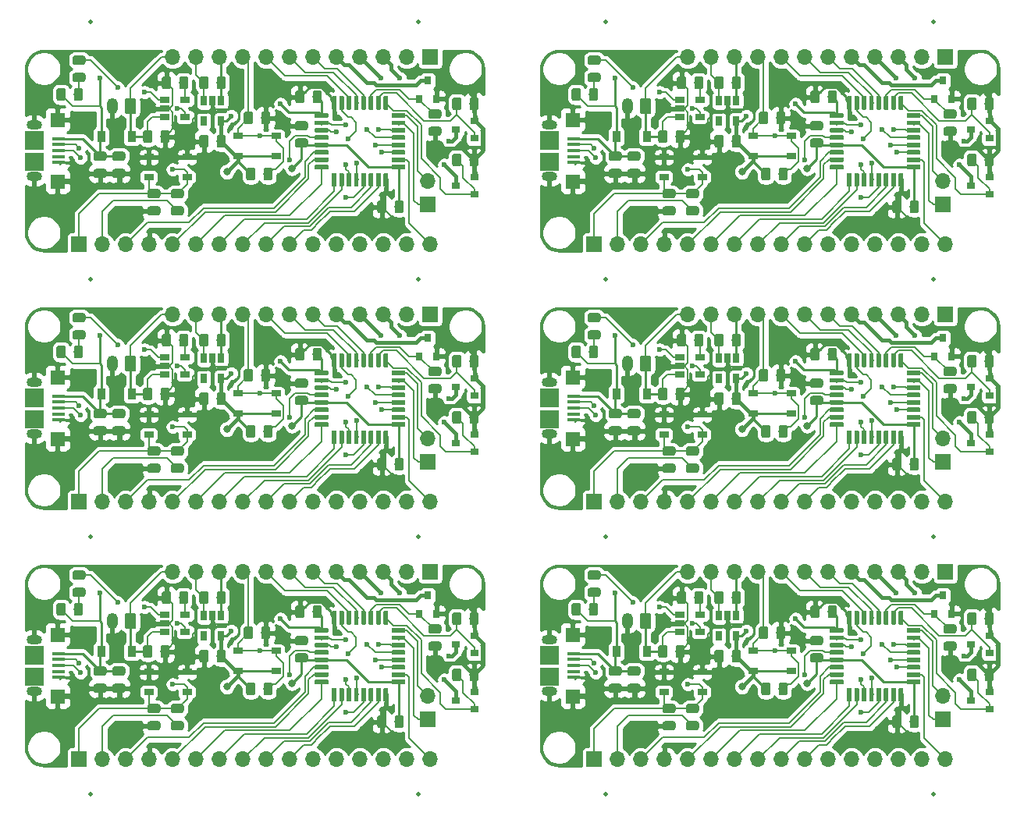
<source format=gbr>
G04 #@! TF.GenerationSoftware,KiCad,Pcbnew,(5.1.4)-1*
G04 #@! TF.CreationDate,2020-09-18T21:31:58+02:00*
G04 #@! TF.ProjectId,cheapFeather,63686561-7046-4656-9174-6865722e6b69,rev?*
G04 #@! TF.SameCoordinates,Original*
G04 #@! TF.FileFunction,Copper,L1,Top*
G04 #@! TF.FilePolarity,Positive*
%FSLAX46Y46*%
G04 Gerber Fmt 4.6, Leading zero omitted, Abs format (unit mm)*
G04 Created by KiCad (PCBNEW (5.1.4)-1) date 2020-09-18 21:31:58*
%MOMM*%
%LPD*%
G04 APERTURE LIST*
%ADD10C,0.010000*%
%ADD11R,1.600000X1.600000*%
%ADD12R,1.350000X0.400000*%
%ADD13O,1.700000X1.000000*%
%ADD14C,0.100000*%
%ADD15C,0.975000*%
%ADD16R,0.800000X0.900000*%
%ADD17R,1.060000X0.650000*%
%ADD18O,1.200000X1.750000*%
%ADD19C,1.200000*%
%ADD20O,1.700000X1.700000*%
%ADD21R,1.700000X1.700000*%
%ADD22R,0.900000X0.800000*%
%ADD23R,0.650000X1.060000*%
%ADD24R,1.050000X0.650000*%
%ADD25C,0.500000*%
%ADD26R,0.900000X1.200000*%
%ADD27C,0.600000*%
%ADD28C,0.800000*%
%ADD29C,0.200000*%
%ADD30C,0.250000*%
%ADD31C,0.400000*%
%ADD32C,0.254000*%
G04 APERTURE END LIST*
D10*
G36*
X121806000Y-57590000D02*
G01*
X119906000Y-57590000D01*
X119906000Y-59490000D01*
X121806000Y-59490000D01*
X121806000Y-57590000D01*
G37*
X121806000Y-57590000D02*
X119906000Y-57590000D01*
X119906000Y-59490000D01*
X121806000Y-59490000D01*
X121806000Y-57590000D01*
G36*
X121806000Y-59890000D02*
G01*
X119906000Y-59890000D01*
X119906000Y-61790000D01*
X121806000Y-61790000D01*
X121806000Y-59890000D01*
G37*
X121806000Y-59890000D02*
X119906000Y-59890000D01*
X119906000Y-61790000D01*
X121806000Y-61790000D01*
X121806000Y-59890000D01*
G36*
X65926000Y-57590000D02*
G01*
X64026000Y-57590000D01*
X64026000Y-59490000D01*
X65926000Y-59490000D01*
X65926000Y-57590000D01*
G37*
X65926000Y-57590000D02*
X64026000Y-57590000D01*
X64026000Y-59490000D01*
X65926000Y-59490000D01*
X65926000Y-57590000D01*
G36*
X65926000Y-59890000D02*
G01*
X64026000Y-59890000D01*
X64026000Y-61790000D01*
X65926000Y-61790000D01*
X65926000Y-59890000D01*
G37*
X65926000Y-59890000D02*
X64026000Y-59890000D01*
X64026000Y-61790000D01*
X65926000Y-61790000D01*
X65926000Y-59890000D01*
G36*
X65926000Y-85530000D02*
G01*
X64026000Y-85530000D01*
X64026000Y-87430000D01*
X65926000Y-87430000D01*
X65926000Y-85530000D01*
G37*
X65926000Y-85530000D02*
X64026000Y-85530000D01*
X64026000Y-87430000D01*
X65926000Y-87430000D01*
X65926000Y-85530000D01*
G36*
X65926000Y-87830000D02*
G01*
X64026000Y-87830000D01*
X64026000Y-89730000D01*
X65926000Y-89730000D01*
X65926000Y-87830000D01*
G37*
X65926000Y-87830000D02*
X64026000Y-87830000D01*
X64026000Y-89730000D01*
X65926000Y-89730000D01*
X65926000Y-87830000D01*
G36*
X121806000Y-85530000D02*
G01*
X119906000Y-85530000D01*
X119906000Y-87430000D01*
X121806000Y-87430000D01*
X121806000Y-85530000D01*
G37*
X121806000Y-85530000D02*
X119906000Y-85530000D01*
X119906000Y-87430000D01*
X121806000Y-87430000D01*
X121806000Y-85530000D01*
G36*
X121806000Y-87830000D02*
G01*
X119906000Y-87830000D01*
X119906000Y-89730000D01*
X121806000Y-89730000D01*
X121806000Y-87830000D01*
G37*
X121806000Y-87830000D02*
X119906000Y-87830000D01*
X119906000Y-89730000D01*
X121806000Y-89730000D01*
X121806000Y-87830000D01*
G36*
X121806000Y-113470000D02*
G01*
X119906000Y-113470000D01*
X119906000Y-115370000D01*
X121806000Y-115370000D01*
X121806000Y-113470000D01*
G37*
X121806000Y-113470000D02*
X119906000Y-113470000D01*
X119906000Y-115370000D01*
X121806000Y-115370000D01*
X121806000Y-113470000D01*
G36*
X121806000Y-115770000D02*
G01*
X119906000Y-115770000D01*
X119906000Y-117670000D01*
X121806000Y-117670000D01*
X121806000Y-115770000D01*
G37*
X121806000Y-115770000D02*
X119906000Y-115770000D01*
X119906000Y-117670000D01*
X121806000Y-117670000D01*
X121806000Y-115770000D01*
G36*
X65926000Y-115770000D02*
G01*
X64026000Y-115770000D01*
X64026000Y-117670000D01*
X65926000Y-117670000D01*
X65926000Y-115770000D01*
G37*
X65926000Y-115770000D02*
X64026000Y-115770000D01*
X64026000Y-117670000D01*
X65926000Y-117670000D01*
X65926000Y-115770000D01*
G36*
X65926000Y-113470000D02*
G01*
X64026000Y-113470000D01*
X64026000Y-115370000D01*
X65926000Y-115370000D01*
X65926000Y-113470000D01*
G37*
X65926000Y-113470000D02*
X64026000Y-113470000D01*
X64026000Y-115370000D01*
X65926000Y-115370000D01*
X65926000Y-113470000D01*
D11*
X123406000Y-63040000D03*
X123406000Y-56340000D03*
D12*
X123526000Y-60990000D03*
X123526000Y-60340000D03*
X123531000Y-59690000D03*
X123531000Y-59040000D03*
X123531000Y-58390000D03*
D13*
X120856000Y-56870000D03*
X120856000Y-62510000D03*
D14*
G36*
X160717142Y-65087174D02*
G01*
X160740803Y-65090684D01*
X160764007Y-65096496D01*
X160786529Y-65104554D01*
X160808153Y-65114782D01*
X160828670Y-65127079D01*
X160847883Y-65141329D01*
X160865607Y-65157393D01*
X160881671Y-65175117D01*
X160895921Y-65194330D01*
X160908218Y-65214847D01*
X160918446Y-65236471D01*
X160926504Y-65258993D01*
X160932316Y-65282197D01*
X160935826Y-65305858D01*
X160937000Y-65329750D01*
X160937000Y-66242250D01*
X160935826Y-66266142D01*
X160932316Y-66289803D01*
X160926504Y-66313007D01*
X160918446Y-66335529D01*
X160908218Y-66357153D01*
X160895921Y-66377670D01*
X160881671Y-66396883D01*
X160865607Y-66414607D01*
X160847883Y-66430671D01*
X160828670Y-66444921D01*
X160808153Y-66457218D01*
X160786529Y-66467446D01*
X160764007Y-66475504D01*
X160740803Y-66481316D01*
X160717142Y-66484826D01*
X160693250Y-66486000D01*
X160205750Y-66486000D01*
X160181858Y-66484826D01*
X160158197Y-66481316D01*
X160134993Y-66475504D01*
X160112471Y-66467446D01*
X160090847Y-66457218D01*
X160070330Y-66444921D01*
X160051117Y-66430671D01*
X160033393Y-66414607D01*
X160017329Y-66396883D01*
X160003079Y-66377670D01*
X159990782Y-66357153D01*
X159980554Y-66335529D01*
X159972496Y-66313007D01*
X159966684Y-66289803D01*
X159963174Y-66266142D01*
X159962000Y-66242250D01*
X159962000Y-65329750D01*
X159963174Y-65305858D01*
X159966684Y-65282197D01*
X159972496Y-65258993D01*
X159980554Y-65236471D01*
X159990782Y-65214847D01*
X160003079Y-65194330D01*
X160017329Y-65175117D01*
X160033393Y-65157393D01*
X160051117Y-65141329D01*
X160070330Y-65127079D01*
X160090847Y-65114782D01*
X160112471Y-65104554D01*
X160134993Y-65096496D01*
X160158197Y-65090684D01*
X160181858Y-65087174D01*
X160205750Y-65086000D01*
X160693250Y-65086000D01*
X160717142Y-65087174D01*
X160717142Y-65087174D01*
G37*
D15*
X160449500Y-65786000D03*
D14*
G36*
X158842142Y-65087174D02*
G01*
X158865803Y-65090684D01*
X158889007Y-65096496D01*
X158911529Y-65104554D01*
X158933153Y-65114782D01*
X158953670Y-65127079D01*
X158972883Y-65141329D01*
X158990607Y-65157393D01*
X159006671Y-65175117D01*
X159020921Y-65194330D01*
X159033218Y-65214847D01*
X159043446Y-65236471D01*
X159051504Y-65258993D01*
X159057316Y-65282197D01*
X159060826Y-65305858D01*
X159062000Y-65329750D01*
X159062000Y-66242250D01*
X159060826Y-66266142D01*
X159057316Y-66289803D01*
X159051504Y-66313007D01*
X159043446Y-66335529D01*
X159033218Y-66357153D01*
X159020921Y-66377670D01*
X159006671Y-66396883D01*
X158990607Y-66414607D01*
X158972883Y-66430671D01*
X158953670Y-66444921D01*
X158933153Y-66457218D01*
X158911529Y-66467446D01*
X158889007Y-66475504D01*
X158865803Y-66481316D01*
X158842142Y-66484826D01*
X158818250Y-66486000D01*
X158330750Y-66486000D01*
X158306858Y-66484826D01*
X158283197Y-66481316D01*
X158259993Y-66475504D01*
X158237471Y-66467446D01*
X158215847Y-66457218D01*
X158195330Y-66444921D01*
X158176117Y-66430671D01*
X158158393Y-66414607D01*
X158142329Y-66396883D01*
X158128079Y-66377670D01*
X158115782Y-66357153D01*
X158105554Y-66335529D01*
X158097496Y-66313007D01*
X158091684Y-66289803D01*
X158088174Y-66266142D01*
X158087000Y-66242250D01*
X158087000Y-65329750D01*
X158088174Y-65305858D01*
X158091684Y-65282197D01*
X158097496Y-65258993D01*
X158105554Y-65236471D01*
X158115782Y-65214847D01*
X158128079Y-65194330D01*
X158142329Y-65175117D01*
X158158393Y-65157393D01*
X158176117Y-65141329D01*
X158195330Y-65127079D01*
X158215847Y-65114782D01*
X158237471Y-65104554D01*
X158259993Y-65096496D01*
X158283197Y-65090684D01*
X158306858Y-65087174D01*
X158330750Y-65086000D01*
X158818250Y-65086000D01*
X158842142Y-65087174D01*
X158842142Y-65087174D01*
G37*
D15*
X158574500Y-65786000D03*
D14*
G36*
X135474142Y-51625174D02*
G01*
X135497803Y-51628684D01*
X135521007Y-51634496D01*
X135543529Y-51642554D01*
X135565153Y-51652782D01*
X135585670Y-51665079D01*
X135604883Y-51679329D01*
X135622607Y-51695393D01*
X135638671Y-51713117D01*
X135652921Y-51732330D01*
X135665218Y-51752847D01*
X135675446Y-51774471D01*
X135683504Y-51796993D01*
X135689316Y-51820197D01*
X135692826Y-51843858D01*
X135694000Y-51867750D01*
X135694000Y-52780250D01*
X135692826Y-52804142D01*
X135689316Y-52827803D01*
X135683504Y-52851007D01*
X135675446Y-52873529D01*
X135665218Y-52895153D01*
X135652921Y-52915670D01*
X135638671Y-52934883D01*
X135622607Y-52952607D01*
X135604883Y-52968671D01*
X135585670Y-52982921D01*
X135565153Y-52995218D01*
X135543529Y-53005446D01*
X135521007Y-53013504D01*
X135497803Y-53019316D01*
X135474142Y-53022826D01*
X135450250Y-53024000D01*
X134962750Y-53024000D01*
X134938858Y-53022826D01*
X134915197Y-53019316D01*
X134891993Y-53013504D01*
X134869471Y-53005446D01*
X134847847Y-52995218D01*
X134827330Y-52982921D01*
X134808117Y-52968671D01*
X134790393Y-52952607D01*
X134774329Y-52934883D01*
X134760079Y-52915670D01*
X134747782Y-52895153D01*
X134737554Y-52873529D01*
X134729496Y-52851007D01*
X134723684Y-52827803D01*
X134720174Y-52804142D01*
X134719000Y-52780250D01*
X134719000Y-51867750D01*
X134720174Y-51843858D01*
X134723684Y-51820197D01*
X134729496Y-51796993D01*
X134737554Y-51774471D01*
X134747782Y-51752847D01*
X134760079Y-51732330D01*
X134774329Y-51713117D01*
X134790393Y-51695393D01*
X134808117Y-51679329D01*
X134827330Y-51665079D01*
X134847847Y-51652782D01*
X134869471Y-51642554D01*
X134891993Y-51634496D01*
X134915197Y-51628684D01*
X134938858Y-51625174D01*
X134962750Y-51624000D01*
X135450250Y-51624000D01*
X135474142Y-51625174D01*
X135474142Y-51625174D01*
G37*
D15*
X135206500Y-52324000D03*
D14*
G36*
X137349142Y-51625174D02*
G01*
X137372803Y-51628684D01*
X137396007Y-51634496D01*
X137418529Y-51642554D01*
X137440153Y-51652782D01*
X137460670Y-51665079D01*
X137479883Y-51679329D01*
X137497607Y-51695393D01*
X137513671Y-51713117D01*
X137527921Y-51732330D01*
X137540218Y-51752847D01*
X137550446Y-51774471D01*
X137558504Y-51796993D01*
X137564316Y-51820197D01*
X137567826Y-51843858D01*
X137569000Y-51867750D01*
X137569000Y-52780250D01*
X137567826Y-52804142D01*
X137564316Y-52827803D01*
X137558504Y-52851007D01*
X137550446Y-52873529D01*
X137540218Y-52895153D01*
X137527921Y-52915670D01*
X137513671Y-52934883D01*
X137497607Y-52952607D01*
X137479883Y-52968671D01*
X137460670Y-52982921D01*
X137440153Y-52995218D01*
X137418529Y-53005446D01*
X137396007Y-53013504D01*
X137372803Y-53019316D01*
X137349142Y-53022826D01*
X137325250Y-53024000D01*
X136837750Y-53024000D01*
X136813858Y-53022826D01*
X136790197Y-53019316D01*
X136766993Y-53013504D01*
X136744471Y-53005446D01*
X136722847Y-52995218D01*
X136702330Y-52982921D01*
X136683117Y-52968671D01*
X136665393Y-52952607D01*
X136649329Y-52934883D01*
X136635079Y-52915670D01*
X136622782Y-52895153D01*
X136612554Y-52873529D01*
X136604496Y-52851007D01*
X136598684Y-52827803D01*
X136595174Y-52804142D01*
X136594000Y-52780250D01*
X136594000Y-51867750D01*
X136595174Y-51843858D01*
X136598684Y-51820197D01*
X136604496Y-51796993D01*
X136612554Y-51774471D01*
X136622782Y-51752847D01*
X136635079Y-51732330D01*
X136649329Y-51713117D01*
X136665393Y-51695393D01*
X136683117Y-51679329D01*
X136702330Y-51665079D01*
X136722847Y-51652782D01*
X136744471Y-51642554D01*
X136766993Y-51634496D01*
X136790197Y-51628684D01*
X136813858Y-51625174D01*
X136837750Y-51624000D01*
X137325250Y-51624000D01*
X137349142Y-51625174D01*
X137349142Y-51625174D01*
G37*
D15*
X137081500Y-52324000D03*
D16*
X163576000Y-52086000D03*
X164526000Y-54086000D03*
X162626000Y-54086000D03*
D17*
X137244000Y-54168000D03*
X137244000Y-56068000D03*
X135044000Y-56068000D03*
X135044000Y-55118000D03*
X135044000Y-54168000D03*
D14*
G36*
X144618142Y-61531174D02*
G01*
X144641803Y-61534684D01*
X144665007Y-61540496D01*
X144687529Y-61548554D01*
X144709153Y-61558782D01*
X144729670Y-61571079D01*
X144748883Y-61585329D01*
X144766607Y-61601393D01*
X144782671Y-61619117D01*
X144796921Y-61638330D01*
X144809218Y-61658847D01*
X144819446Y-61680471D01*
X144827504Y-61702993D01*
X144833316Y-61726197D01*
X144836826Y-61749858D01*
X144838000Y-61773750D01*
X144838000Y-62686250D01*
X144836826Y-62710142D01*
X144833316Y-62733803D01*
X144827504Y-62757007D01*
X144819446Y-62779529D01*
X144809218Y-62801153D01*
X144796921Y-62821670D01*
X144782671Y-62840883D01*
X144766607Y-62858607D01*
X144748883Y-62874671D01*
X144729670Y-62888921D01*
X144709153Y-62901218D01*
X144687529Y-62911446D01*
X144665007Y-62919504D01*
X144641803Y-62925316D01*
X144618142Y-62928826D01*
X144594250Y-62930000D01*
X144106750Y-62930000D01*
X144082858Y-62928826D01*
X144059197Y-62925316D01*
X144035993Y-62919504D01*
X144013471Y-62911446D01*
X143991847Y-62901218D01*
X143971330Y-62888921D01*
X143952117Y-62874671D01*
X143934393Y-62858607D01*
X143918329Y-62840883D01*
X143904079Y-62821670D01*
X143891782Y-62801153D01*
X143881554Y-62779529D01*
X143873496Y-62757007D01*
X143867684Y-62733803D01*
X143864174Y-62710142D01*
X143863000Y-62686250D01*
X143863000Y-61773750D01*
X143864174Y-61749858D01*
X143867684Y-61726197D01*
X143873496Y-61702993D01*
X143881554Y-61680471D01*
X143891782Y-61658847D01*
X143904079Y-61638330D01*
X143918329Y-61619117D01*
X143934393Y-61601393D01*
X143952117Y-61585329D01*
X143971330Y-61571079D01*
X143991847Y-61558782D01*
X144013471Y-61548554D01*
X144035993Y-61540496D01*
X144059197Y-61534684D01*
X144082858Y-61531174D01*
X144106750Y-61530000D01*
X144594250Y-61530000D01*
X144618142Y-61531174D01*
X144618142Y-61531174D01*
G37*
D15*
X144350500Y-62230000D03*
D14*
G36*
X146493142Y-61531174D02*
G01*
X146516803Y-61534684D01*
X146540007Y-61540496D01*
X146562529Y-61548554D01*
X146584153Y-61558782D01*
X146604670Y-61571079D01*
X146623883Y-61585329D01*
X146641607Y-61601393D01*
X146657671Y-61619117D01*
X146671921Y-61638330D01*
X146684218Y-61658847D01*
X146694446Y-61680471D01*
X146702504Y-61702993D01*
X146708316Y-61726197D01*
X146711826Y-61749858D01*
X146713000Y-61773750D01*
X146713000Y-62686250D01*
X146711826Y-62710142D01*
X146708316Y-62733803D01*
X146702504Y-62757007D01*
X146694446Y-62779529D01*
X146684218Y-62801153D01*
X146671921Y-62821670D01*
X146657671Y-62840883D01*
X146641607Y-62858607D01*
X146623883Y-62874671D01*
X146604670Y-62888921D01*
X146584153Y-62901218D01*
X146562529Y-62911446D01*
X146540007Y-62919504D01*
X146516803Y-62925316D01*
X146493142Y-62928826D01*
X146469250Y-62930000D01*
X145981750Y-62930000D01*
X145957858Y-62928826D01*
X145934197Y-62925316D01*
X145910993Y-62919504D01*
X145888471Y-62911446D01*
X145866847Y-62901218D01*
X145846330Y-62888921D01*
X145827117Y-62874671D01*
X145809393Y-62858607D01*
X145793329Y-62840883D01*
X145779079Y-62821670D01*
X145766782Y-62801153D01*
X145756554Y-62779529D01*
X145748496Y-62757007D01*
X145742684Y-62733803D01*
X145739174Y-62710142D01*
X145738000Y-62686250D01*
X145738000Y-61773750D01*
X145739174Y-61749858D01*
X145742684Y-61726197D01*
X145748496Y-61702993D01*
X145756554Y-61680471D01*
X145766782Y-61658847D01*
X145779079Y-61638330D01*
X145793329Y-61619117D01*
X145809393Y-61601393D01*
X145827117Y-61585329D01*
X145846330Y-61571079D01*
X145866847Y-61558782D01*
X145888471Y-61548554D01*
X145910993Y-61540496D01*
X145934197Y-61534684D01*
X145957858Y-61531174D01*
X145981750Y-61530000D01*
X146469250Y-61530000D01*
X146493142Y-61531174D01*
X146493142Y-61531174D01*
G37*
D15*
X146225500Y-62230000D03*
D14*
G36*
X149952142Y-53149174D02*
G01*
X149975803Y-53152684D01*
X149999007Y-53158496D01*
X150021529Y-53166554D01*
X150043153Y-53176782D01*
X150063670Y-53189079D01*
X150082883Y-53203329D01*
X150100607Y-53219393D01*
X150116671Y-53237117D01*
X150130921Y-53256330D01*
X150143218Y-53276847D01*
X150153446Y-53298471D01*
X150161504Y-53320993D01*
X150167316Y-53344197D01*
X150170826Y-53367858D01*
X150172000Y-53391750D01*
X150172000Y-54304250D01*
X150170826Y-54328142D01*
X150167316Y-54351803D01*
X150161504Y-54375007D01*
X150153446Y-54397529D01*
X150143218Y-54419153D01*
X150130921Y-54439670D01*
X150116671Y-54458883D01*
X150100607Y-54476607D01*
X150082883Y-54492671D01*
X150063670Y-54506921D01*
X150043153Y-54519218D01*
X150021529Y-54529446D01*
X149999007Y-54537504D01*
X149975803Y-54543316D01*
X149952142Y-54546826D01*
X149928250Y-54548000D01*
X149440750Y-54548000D01*
X149416858Y-54546826D01*
X149393197Y-54543316D01*
X149369993Y-54537504D01*
X149347471Y-54529446D01*
X149325847Y-54519218D01*
X149305330Y-54506921D01*
X149286117Y-54492671D01*
X149268393Y-54476607D01*
X149252329Y-54458883D01*
X149238079Y-54439670D01*
X149225782Y-54419153D01*
X149215554Y-54397529D01*
X149207496Y-54375007D01*
X149201684Y-54351803D01*
X149198174Y-54328142D01*
X149197000Y-54304250D01*
X149197000Y-53391750D01*
X149198174Y-53367858D01*
X149201684Y-53344197D01*
X149207496Y-53320993D01*
X149215554Y-53298471D01*
X149225782Y-53276847D01*
X149238079Y-53256330D01*
X149252329Y-53237117D01*
X149268393Y-53219393D01*
X149286117Y-53203329D01*
X149305330Y-53189079D01*
X149325847Y-53176782D01*
X149347471Y-53166554D01*
X149369993Y-53158496D01*
X149393197Y-53152684D01*
X149416858Y-53149174D01*
X149440750Y-53148000D01*
X149928250Y-53148000D01*
X149952142Y-53149174D01*
X149952142Y-53149174D01*
G37*
D15*
X149684500Y-53848000D03*
D14*
G36*
X151827142Y-53149174D02*
G01*
X151850803Y-53152684D01*
X151874007Y-53158496D01*
X151896529Y-53166554D01*
X151918153Y-53176782D01*
X151938670Y-53189079D01*
X151957883Y-53203329D01*
X151975607Y-53219393D01*
X151991671Y-53237117D01*
X152005921Y-53256330D01*
X152018218Y-53276847D01*
X152028446Y-53298471D01*
X152036504Y-53320993D01*
X152042316Y-53344197D01*
X152045826Y-53367858D01*
X152047000Y-53391750D01*
X152047000Y-54304250D01*
X152045826Y-54328142D01*
X152042316Y-54351803D01*
X152036504Y-54375007D01*
X152028446Y-54397529D01*
X152018218Y-54419153D01*
X152005921Y-54439670D01*
X151991671Y-54458883D01*
X151975607Y-54476607D01*
X151957883Y-54492671D01*
X151938670Y-54506921D01*
X151918153Y-54519218D01*
X151896529Y-54529446D01*
X151874007Y-54537504D01*
X151850803Y-54543316D01*
X151827142Y-54546826D01*
X151803250Y-54548000D01*
X151315750Y-54548000D01*
X151291858Y-54546826D01*
X151268197Y-54543316D01*
X151244993Y-54537504D01*
X151222471Y-54529446D01*
X151200847Y-54519218D01*
X151180330Y-54506921D01*
X151161117Y-54492671D01*
X151143393Y-54476607D01*
X151127329Y-54458883D01*
X151113079Y-54439670D01*
X151100782Y-54419153D01*
X151090554Y-54397529D01*
X151082496Y-54375007D01*
X151076684Y-54351803D01*
X151073174Y-54328142D01*
X151072000Y-54304250D01*
X151072000Y-53391750D01*
X151073174Y-53367858D01*
X151076684Y-53344197D01*
X151082496Y-53320993D01*
X151090554Y-53298471D01*
X151100782Y-53276847D01*
X151113079Y-53256330D01*
X151127329Y-53237117D01*
X151143393Y-53219393D01*
X151161117Y-53203329D01*
X151180330Y-53189079D01*
X151200847Y-53176782D01*
X151222471Y-53166554D01*
X151244993Y-53158496D01*
X151268197Y-53152684D01*
X151291858Y-53149174D01*
X151315750Y-53148000D01*
X151803250Y-53148000D01*
X151827142Y-53149174D01*
X151827142Y-53149174D01*
G37*
D15*
X151559500Y-53848000D03*
D18*
X129318000Y-54864000D03*
D14*
G36*
X131692505Y-53990204D02*
G01*
X131716773Y-53993804D01*
X131740572Y-53999765D01*
X131763671Y-54008030D01*
X131785850Y-54018520D01*
X131806893Y-54031132D01*
X131826599Y-54045747D01*
X131844777Y-54062223D01*
X131861253Y-54080401D01*
X131875868Y-54100107D01*
X131888480Y-54121150D01*
X131898970Y-54143329D01*
X131907235Y-54166428D01*
X131913196Y-54190227D01*
X131916796Y-54214495D01*
X131918000Y-54238999D01*
X131918000Y-55489001D01*
X131916796Y-55513505D01*
X131913196Y-55537773D01*
X131907235Y-55561572D01*
X131898970Y-55584671D01*
X131888480Y-55606850D01*
X131875868Y-55627893D01*
X131861253Y-55647599D01*
X131844777Y-55665777D01*
X131826599Y-55682253D01*
X131806893Y-55696868D01*
X131785850Y-55709480D01*
X131763671Y-55719970D01*
X131740572Y-55728235D01*
X131716773Y-55734196D01*
X131692505Y-55737796D01*
X131668001Y-55739000D01*
X130967999Y-55739000D01*
X130943495Y-55737796D01*
X130919227Y-55734196D01*
X130895428Y-55728235D01*
X130872329Y-55719970D01*
X130850150Y-55709480D01*
X130829107Y-55696868D01*
X130809401Y-55682253D01*
X130791223Y-55665777D01*
X130774747Y-55647599D01*
X130760132Y-55627893D01*
X130747520Y-55606850D01*
X130737030Y-55584671D01*
X130728765Y-55561572D01*
X130722804Y-55537773D01*
X130719204Y-55513505D01*
X130718000Y-55489001D01*
X130718000Y-54238999D01*
X130719204Y-54214495D01*
X130722804Y-54190227D01*
X130728765Y-54166428D01*
X130737030Y-54143329D01*
X130747520Y-54121150D01*
X130760132Y-54100107D01*
X130774747Y-54080401D01*
X130791223Y-54062223D01*
X130809401Y-54045747D01*
X130829107Y-54031132D01*
X130850150Y-54018520D01*
X130872329Y-54008030D01*
X130895428Y-53999765D01*
X130919227Y-53993804D01*
X130943495Y-53990204D01*
X130967999Y-53989000D01*
X131668001Y-53989000D01*
X131692505Y-53990204D01*
X131692505Y-53990204D01*
G37*
D19*
X131318000Y-54864000D03*
D14*
G36*
X136878142Y-63854174D02*
G01*
X136901803Y-63857684D01*
X136925007Y-63863496D01*
X136947529Y-63871554D01*
X136969153Y-63881782D01*
X136989670Y-63894079D01*
X137008883Y-63908329D01*
X137026607Y-63924393D01*
X137042671Y-63942117D01*
X137056921Y-63961330D01*
X137069218Y-63981847D01*
X137079446Y-64003471D01*
X137087504Y-64025993D01*
X137093316Y-64049197D01*
X137096826Y-64072858D01*
X137098000Y-64096750D01*
X137098000Y-64584250D01*
X137096826Y-64608142D01*
X137093316Y-64631803D01*
X137087504Y-64655007D01*
X137079446Y-64677529D01*
X137069218Y-64699153D01*
X137056921Y-64719670D01*
X137042671Y-64738883D01*
X137026607Y-64756607D01*
X137008883Y-64772671D01*
X136989670Y-64786921D01*
X136969153Y-64799218D01*
X136947529Y-64809446D01*
X136925007Y-64817504D01*
X136901803Y-64823316D01*
X136878142Y-64826826D01*
X136854250Y-64828000D01*
X135941750Y-64828000D01*
X135917858Y-64826826D01*
X135894197Y-64823316D01*
X135870993Y-64817504D01*
X135848471Y-64809446D01*
X135826847Y-64799218D01*
X135806330Y-64786921D01*
X135787117Y-64772671D01*
X135769393Y-64756607D01*
X135753329Y-64738883D01*
X135739079Y-64719670D01*
X135726782Y-64699153D01*
X135716554Y-64677529D01*
X135708496Y-64655007D01*
X135702684Y-64631803D01*
X135699174Y-64608142D01*
X135698000Y-64584250D01*
X135698000Y-64096750D01*
X135699174Y-64072858D01*
X135702684Y-64049197D01*
X135708496Y-64025993D01*
X135716554Y-64003471D01*
X135726782Y-63981847D01*
X135739079Y-63961330D01*
X135753329Y-63942117D01*
X135769393Y-63924393D01*
X135787117Y-63908329D01*
X135806330Y-63894079D01*
X135826847Y-63881782D01*
X135848471Y-63871554D01*
X135870993Y-63863496D01*
X135894197Y-63857684D01*
X135917858Y-63854174D01*
X135941750Y-63853000D01*
X136854250Y-63853000D01*
X136878142Y-63854174D01*
X136878142Y-63854174D01*
G37*
D15*
X136398000Y-64340500D03*
D14*
G36*
X136878142Y-65729174D02*
G01*
X136901803Y-65732684D01*
X136925007Y-65738496D01*
X136947529Y-65746554D01*
X136969153Y-65756782D01*
X136989670Y-65769079D01*
X137008883Y-65783329D01*
X137026607Y-65799393D01*
X137042671Y-65817117D01*
X137056921Y-65836330D01*
X137069218Y-65856847D01*
X137079446Y-65878471D01*
X137087504Y-65900993D01*
X137093316Y-65924197D01*
X137096826Y-65947858D01*
X137098000Y-65971750D01*
X137098000Y-66459250D01*
X137096826Y-66483142D01*
X137093316Y-66506803D01*
X137087504Y-66530007D01*
X137079446Y-66552529D01*
X137069218Y-66574153D01*
X137056921Y-66594670D01*
X137042671Y-66613883D01*
X137026607Y-66631607D01*
X137008883Y-66647671D01*
X136989670Y-66661921D01*
X136969153Y-66674218D01*
X136947529Y-66684446D01*
X136925007Y-66692504D01*
X136901803Y-66698316D01*
X136878142Y-66701826D01*
X136854250Y-66703000D01*
X135941750Y-66703000D01*
X135917858Y-66701826D01*
X135894197Y-66698316D01*
X135870993Y-66692504D01*
X135848471Y-66684446D01*
X135826847Y-66674218D01*
X135806330Y-66661921D01*
X135787117Y-66647671D01*
X135769393Y-66631607D01*
X135753329Y-66613883D01*
X135739079Y-66594670D01*
X135726782Y-66574153D01*
X135716554Y-66552529D01*
X135708496Y-66530007D01*
X135702684Y-66506803D01*
X135699174Y-66483142D01*
X135698000Y-66459250D01*
X135698000Y-65971750D01*
X135699174Y-65947858D01*
X135702684Y-65924197D01*
X135708496Y-65900993D01*
X135716554Y-65878471D01*
X135726782Y-65856847D01*
X135739079Y-65836330D01*
X135753329Y-65817117D01*
X135769393Y-65799393D01*
X135787117Y-65783329D01*
X135806330Y-65769079D01*
X135826847Y-65756782D01*
X135848471Y-65746554D01*
X135870993Y-65738496D01*
X135894197Y-65732684D01*
X135917858Y-65729174D01*
X135941750Y-65728000D01*
X136854250Y-65728000D01*
X136878142Y-65729174D01*
X136878142Y-65729174D01*
G37*
D15*
X136398000Y-66215500D03*
D14*
G36*
X139538142Y-57975174D02*
G01*
X139561803Y-57978684D01*
X139585007Y-57984496D01*
X139607529Y-57992554D01*
X139629153Y-58002782D01*
X139649670Y-58015079D01*
X139668883Y-58029329D01*
X139686607Y-58045393D01*
X139702671Y-58063117D01*
X139716921Y-58082330D01*
X139729218Y-58102847D01*
X139739446Y-58124471D01*
X139747504Y-58146993D01*
X139753316Y-58170197D01*
X139756826Y-58193858D01*
X139758000Y-58217750D01*
X139758000Y-59130250D01*
X139756826Y-59154142D01*
X139753316Y-59177803D01*
X139747504Y-59201007D01*
X139739446Y-59223529D01*
X139729218Y-59245153D01*
X139716921Y-59265670D01*
X139702671Y-59284883D01*
X139686607Y-59302607D01*
X139668883Y-59318671D01*
X139649670Y-59332921D01*
X139629153Y-59345218D01*
X139607529Y-59355446D01*
X139585007Y-59363504D01*
X139561803Y-59369316D01*
X139538142Y-59372826D01*
X139514250Y-59374000D01*
X139026750Y-59374000D01*
X139002858Y-59372826D01*
X138979197Y-59369316D01*
X138955993Y-59363504D01*
X138933471Y-59355446D01*
X138911847Y-59345218D01*
X138891330Y-59332921D01*
X138872117Y-59318671D01*
X138854393Y-59302607D01*
X138838329Y-59284883D01*
X138824079Y-59265670D01*
X138811782Y-59245153D01*
X138801554Y-59223529D01*
X138793496Y-59201007D01*
X138787684Y-59177803D01*
X138784174Y-59154142D01*
X138783000Y-59130250D01*
X138783000Y-58217750D01*
X138784174Y-58193858D01*
X138787684Y-58170197D01*
X138793496Y-58146993D01*
X138801554Y-58124471D01*
X138811782Y-58102847D01*
X138824079Y-58082330D01*
X138838329Y-58063117D01*
X138854393Y-58045393D01*
X138872117Y-58029329D01*
X138891330Y-58015079D01*
X138911847Y-58002782D01*
X138933471Y-57992554D01*
X138955993Y-57984496D01*
X138979197Y-57978684D01*
X139002858Y-57975174D01*
X139026750Y-57974000D01*
X139514250Y-57974000D01*
X139538142Y-57975174D01*
X139538142Y-57975174D01*
G37*
D15*
X139270500Y-58674000D03*
D14*
G36*
X141413142Y-57975174D02*
G01*
X141436803Y-57978684D01*
X141460007Y-57984496D01*
X141482529Y-57992554D01*
X141504153Y-58002782D01*
X141524670Y-58015079D01*
X141543883Y-58029329D01*
X141561607Y-58045393D01*
X141577671Y-58063117D01*
X141591921Y-58082330D01*
X141604218Y-58102847D01*
X141614446Y-58124471D01*
X141622504Y-58146993D01*
X141628316Y-58170197D01*
X141631826Y-58193858D01*
X141633000Y-58217750D01*
X141633000Y-59130250D01*
X141631826Y-59154142D01*
X141628316Y-59177803D01*
X141622504Y-59201007D01*
X141614446Y-59223529D01*
X141604218Y-59245153D01*
X141591921Y-59265670D01*
X141577671Y-59284883D01*
X141561607Y-59302607D01*
X141543883Y-59318671D01*
X141524670Y-59332921D01*
X141504153Y-59345218D01*
X141482529Y-59355446D01*
X141460007Y-59363504D01*
X141436803Y-59369316D01*
X141413142Y-59372826D01*
X141389250Y-59374000D01*
X140901750Y-59374000D01*
X140877858Y-59372826D01*
X140854197Y-59369316D01*
X140830993Y-59363504D01*
X140808471Y-59355446D01*
X140786847Y-59345218D01*
X140766330Y-59332921D01*
X140747117Y-59318671D01*
X140729393Y-59302607D01*
X140713329Y-59284883D01*
X140699079Y-59265670D01*
X140686782Y-59245153D01*
X140676554Y-59223529D01*
X140668496Y-59201007D01*
X140662684Y-59177803D01*
X140659174Y-59154142D01*
X140658000Y-59130250D01*
X140658000Y-58217750D01*
X140659174Y-58193858D01*
X140662684Y-58170197D01*
X140668496Y-58146993D01*
X140676554Y-58124471D01*
X140686782Y-58102847D01*
X140699079Y-58082330D01*
X140713329Y-58063117D01*
X140729393Y-58045393D01*
X140747117Y-58029329D01*
X140766330Y-58015079D01*
X140786847Y-58002782D01*
X140808471Y-57992554D01*
X140830993Y-57984496D01*
X140854197Y-57978684D01*
X140877858Y-57975174D01*
X140901750Y-57974000D01*
X141389250Y-57974000D01*
X141413142Y-57975174D01*
X141413142Y-57975174D01*
G37*
D15*
X141145500Y-58674000D03*
D20*
X163830000Y-69850000D03*
X161290000Y-69850000D03*
X158750000Y-69850000D03*
X156210000Y-69850000D03*
X153670000Y-69850000D03*
X151130000Y-69850000D03*
X148590000Y-69850000D03*
X146050000Y-69850000D03*
X143510000Y-69850000D03*
X140970000Y-69850000D03*
X138430000Y-69850000D03*
X135890000Y-69850000D03*
X133350000Y-69850000D03*
X130810000Y-69850000D03*
X128270000Y-69850000D03*
D21*
X125730000Y-69850000D03*
D14*
G36*
X135317142Y-57467174D02*
G01*
X135340803Y-57470684D01*
X135364007Y-57476496D01*
X135386529Y-57484554D01*
X135408153Y-57494782D01*
X135428670Y-57507079D01*
X135447883Y-57521329D01*
X135465607Y-57537393D01*
X135481671Y-57555117D01*
X135495921Y-57574330D01*
X135508218Y-57594847D01*
X135518446Y-57616471D01*
X135526504Y-57638993D01*
X135532316Y-57662197D01*
X135535826Y-57685858D01*
X135537000Y-57709750D01*
X135537000Y-58622250D01*
X135535826Y-58646142D01*
X135532316Y-58669803D01*
X135526504Y-58693007D01*
X135518446Y-58715529D01*
X135508218Y-58737153D01*
X135495921Y-58757670D01*
X135481671Y-58776883D01*
X135465607Y-58794607D01*
X135447883Y-58810671D01*
X135428670Y-58824921D01*
X135408153Y-58837218D01*
X135386529Y-58847446D01*
X135364007Y-58855504D01*
X135340803Y-58861316D01*
X135317142Y-58864826D01*
X135293250Y-58866000D01*
X134805750Y-58866000D01*
X134781858Y-58864826D01*
X134758197Y-58861316D01*
X134734993Y-58855504D01*
X134712471Y-58847446D01*
X134690847Y-58837218D01*
X134670330Y-58824921D01*
X134651117Y-58810671D01*
X134633393Y-58794607D01*
X134617329Y-58776883D01*
X134603079Y-58757670D01*
X134590782Y-58737153D01*
X134580554Y-58715529D01*
X134572496Y-58693007D01*
X134566684Y-58669803D01*
X134563174Y-58646142D01*
X134562000Y-58622250D01*
X134562000Y-57709750D01*
X134563174Y-57685858D01*
X134566684Y-57662197D01*
X134572496Y-57638993D01*
X134580554Y-57616471D01*
X134590782Y-57594847D01*
X134603079Y-57574330D01*
X134617329Y-57555117D01*
X134633393Y-57537393D01*
X134651117Y-57521329D01*
X134670330Y-57507079D01*
X134690847Y-57494782D01*
X134712471Y-57484554D01*
X134734993Y-57476496D01*
X134758197Y-57470684D01*
X134781858Y-57467174D01*
X134805750Y-57466000D01*
X135293250Y-57466000D01*
X135317142Y-57467174D01*
X135317142Y-57467174D01*
G37*
D15*
X135049500Y-58166000D03*
D14*
G36*
X133442142Y-57467174D02*
G01*
X133465803Y-57470684D01*
X133489007Y-57476496D01*
X133511529Y-57484554D01*
X133533153Y-57494782D01*
X133553670Y-57507079D01*
X133572883Y-57521329D01*
X133590607Y-57537393D01*
X133606671Y-57555117D01*
X133620921Y-57574330D01*
X133633218Y-57594847D01*
X133643446Y-57616471D01*
X133651504Y-57638993D01*
X133657316Y-57662197D01*
X133660826Y-57685858D01*
X133662000Y-57709750D01*
X133662000Y-58622250D01*
X133660826Y-58646142D01*
X133657316Y-58669803D01*
X133651504Y-58693007D01*
X133643446Y-58715529D01*
X133633218Y-58737153D01*
X133620921Y-58757670D01*
X133606671Y-58776883D01*
X133590607Y-58794607D01*
X133572883Y-58810671D01*
X133553670Y-58824921D01*
X133533153Y-58837218D01*
X133511529Y-58847446D01*
X133489007Y-58855504D01*
X133465803Y-58861316D01*
X133442142Y-58864826D01*
X133418250Y-58866000D01*
X132930750Y-58866000D01*
X132906858Y-58864826D01*
X132883197Y-58861316D01*
X132859993Y-58855504D01*
X132837471Y-58847446D01*
X132815847Y-58837218D01*
X132795330Y-58824921D01*
X132776117Y-58810671D01*
X132758393Y-58794607D01*
X132742329Y-58776883D01*
X132728079Y-58757670D01*
X132715782Y-58737153D01*
X132705554Y-58715529D01*
X132697496Y-58693007D01*
X132691684Y-58669803D01*
X132688174Y-58646142D01*
X132687000Y-58622250D01*
X132687000Y-57709750D01*
X132688174Y-57685858D01*
X132691684Y-57662197D01*
X132697496Y-57638993D01*
X132705554Y-57616471D01*
X132715782Y-57594847D01*
X132728079Y-57574330D01*
X132742329Y-57555117D01*
X132758393Y-57537393D01*
X132776117Y-57521329D01*
X132795330Y-57507079D01*
X132815847Y-57494782D01*
X132837471Y-57484554D01*
X132859993Y-57476496D01*
X132883197Y-57470684D01*
X132906858Y-57467174D01*
X132930750Y-57466000D01*
X133418250Y-57466000D01*
X133442142Y-57467174D01*
X133442142Y-57467174D01*
G37*
D15*
X133174500Y-58166000D03*
D14*
G36*
X150340142Y-56488174D02*
G01*
X150363803Y-56491684D01*
X150387007Y-56497496D01*
X150409529Y-56505554D01*
X150431153Y-56515782D01*
X150451670Y-56528079D01*
X150470883Y-56542329D01*
X150488607Y-56558393D01*
X150504671Y-56576117D01*
X150518921Y-56595330D01*
X150531218Y-56615847D01*
X150541446Y-56637471D01*
X150549504Y-56659993D01*
X150555316Y-56683197D01*
X150558826Y-56706858D01*
X150560000Y-56730750D01*
X150560000Y-57218250D01*
X150558826Y-57242142D01*
X150555316Y-57265803D01*
X150549504Y-57289007D01*
X150541446Y-57311529D01*
X150531218Y-57333153D01*
X150518921Y-57353670D01*
X150504671Y-57372883D01*
X150488607Y-57390607D01*
X150470883Y-57406671D01*
X150451670Y-57420921D01*
X150431153Y-57433218D01*
X150409529Y-57443446D01*
X150387007Y-57451504D01*
X150363803Y-57457316D01*
X150340142Y-57460826D01*
X150316250Y-57462000D01*
X149403750Y-57462000D01*
X149379858Y-57460826D01*
X149356197Y-57457316D01*
X149332993Y-57451504D01*
X149310471Y-57443446D01*
X149288847Y-57433218D01*
X149268330Y-57420921D01*
X149249117Y-57406671D01*
X149231393Y-57390607D01*
X149215329Y-57372883D01*
X149201079Y-57353670D01*
X149188782Y-57333153D01*
X149178554Y-57311529D01*
X149170496Y-57289007D01*
X149164684Y-57265803D01*
X149161174Y-57242142D01*
X149160000Y-57218250D01*
X149160000Y-56730750D01*
X149161174Y-56706858D01*
X149164684Y-56683197D01*
X149170496Y-56659993D01*
X149178554Y-56637471D01*
X149188782Y-56615847D01*
X149201079Y-56595330D01*
X149215329Y-56576117D01*
X149231393Y-56558393D01*
X149249117Y-56542329D01*
X149268330Y-56528079D01*
X149288847Y-56515782D01*
X149310471Y-56505554D01*
X149332993Y-56497496D01*
X149356197Y-56491684D01*
X149379858Y-56488174D01*
X149403750Y-56487000D01*
X150316250Y-56487000D01*
X150340142Y-56488174D01*
X150340142Y-56488174D01*
G37*
D15*
X149860000Y-56974500D03*
D14*
G36*
X150340142Y-58363174D02*
G01*
X150363803Y-58366684D01*
X150387007Y-58372496D01*
X150409529Y-58380554D01*
X150431153Y-58390782D01*
X150451670Y-58403079D01*
X150470883Y-58417329D01*
X150488607Y-58433393D01*
X150504671Y-58451117D01*
X150518921Y-58470330D01*
X150531218Y-58490847D01*
X150541446Y-58512471D01*
X150549504Y-58534993D01*
X150555316Y-58558197D01*
X150558826Y-58581858D01*
X150560000Y-58605750D01*
X150560000Y-59093250D01*
X150558826Y-59117142D01*
X150555316Y-59140803D01*
X150549504Y-59164007D01*
X150541446Y-59186529D01*
X150531218Y-59208153D01*
X150518921Y-59228670D01*
X150504671Y-59247883D01*
X150488607Y-59265607D01*
X150470883Y-59281671D01*
X150451670Y-59295921D01*
X150431153Y-59308218D01*
X150409529Y-59318446D01*
X150387007Y-59326504D01*
X150363803Y-59332316D01*
X150340142Y-59335826D01*
X150316250Y-59337000D01*
X149403750Y-59337000D01*
X149379858Y-59335826D01*
X149356197Y-59332316D01*
X149332993Y-59326504D01*
X149310471Y-59318446D01*
X149288847Y-59308218D01*
X149268330Y-59295921D01*
X149249117Y-59281671D01*
X149231393Y-59265607D01*
X149215329Y-59247883D01*
X149201079Y-59228670D01*
X149188782Y-59208153D01*
X149178554Y-59186529D01*
X149170496Y-59164007D01*
X149164684Y-59140803D01*
X149161174Y-59117142D01*
X149160000Y-59093250D01*
X149160000Y-58605750D01*
X149161174Y-58581858D01*
X149164684Y-58558197D01*
X149170496Y-58534993D01*
X149178554Y-58512471D01*
X149188782Y-58490847D01*
X149201079Y-58470330D01*
X149215329Y-58451117D01*
X149231393Y-58433393D01*
X149249117Y-58417329D01*
X149268330Y-58403079D01*
X149288847Y-58390782D01*
X149310471Y-58380554D01*
X149332993Y-58372496D01*
X149356197Y-58366684D01*
X149379858Y-58363174D01*
X149403750Y-58362000D01*
X150316250Y-58362000D01*
X150340142Y-58363174D01*
X150340142Y-58363174D01*
G37*
D15*
X149860000Y-58849500D03*
D22*
X166640000Y-57404000D03*
X168640000Y-56454000D03*
X168640000Y-58354000D03*
D23*
X141158000Y-56472000D03*
X139258000Y-56472000D03*
X139258000Y-54272000D03*
X140208000Y-54272000D03*
X141158000Y-54272000D03*
D20*
X135890000Y-49530000D03*
X138430000Y-49530000D03*
X140970000Y-49530000D03*
X143510000Y-49530000D03*
X146050000Y-49530000D03*
X148590000Y-49530000D03*
X151130000Y-49530000D03*
X153670000Y-49530000D03*
X156210000Y-49530000D03*
X158750000Y-49530000D03*
X161290000Y-49530000D03*
D21*
X163830000Y-49530000D03*
D14*
G36*
X128496142Y-61665174D02*
G01*
X128519803Y-61668684D01*
X128543007Y-61674496D01*
X128565529Y-61682554D01*
X128587153Y-61692782D01*
X128607670Y-61705079D01*
X128626883Y-61719329D01*
X128644607Y-61735393D01*
X128660671Y-61753117D01*
X128674921Y-61772330D01*
X128687218Y-61792847D01*
X128697446Y-61814471D01*
X128705504Y-61836993D01*
X128711316Y-61860197D01*
X128714826Y-61883858D01*
X128716000Y-61907750D01*
X128716000Y-62395250D01*
X128714826Y-62419142D01*
X128711316Y-62442803D01*
X128705504Y-62466007D01*
X128697446Y-62488529D01*
X128687218Y-62510153D01*
X128674921Y-62530670D01*
X128660671Y-62549883D01*
X128644607Y-62567607D01*
X128626883Y-62583671D01*
X128607670Y-62597921D01*
X128587153Y-62610218D01*
X128565529Y-62620446D01*
X128543007Y-62628504D01*
X128519803Y-62634316D01*
X128496142Y-62637826D01*
X128472250Y-62639000D01*
X127559750Y-62639000D01*
X127535858Y-62637826D01*
X127512197Y-62634316D01*
X127488993Y-62628504D01*
X127466471Y-62620446D01*
X127444847Y-62610218D01*
X127424330Y-62597921D01*
X127405117Y-62583671D01*
X127387393Y-62567607D01*
X127371329Y-62549883D01*
X127357079Y-62530670D01*
X127344782Y-62510153D01*
X127334554Y-62488529D01*
X127326496Y-62466007D01*
X127320684Y-62442803D01*
X127317174Y-62419142D01*
X127316000Y-62395250D01*
X127316000Y-61907750D01*
X127317174Y-61883858D01*
X127320684Y-61860197D01*
X127326496Y-61836993D01*
X127334554Y-61814471D01*
X127344782Y-61792847D01*
X127357079Y-61772330D01*
X127371329Y-61753117D01*
X127387393Y-61735393D01*
X127405117Y-61719329D01*
X127424330Y-61705079D01*
X127444847Y-61692782D01*
X127466471Y-61682554D01*
X127488993Y-61674496D01*
X127512197Y-61668684D01*
X127535858Y-61665174D01*
X127559750Y-61664000D01*
X128472250Y-61664000D01*
X128496142Y-61665174D01*
X128496142Y-61665174D01*
G37*
D15*
X128016000Y-62151500D03*
D14*
G36*
X128496142Y-59790174D02*
G01*
X128519803Y-59793684D01*
X128543007Y-59799496D01*
X128565529Y-59807554D01*
X128587153Y-59817782D01*
X128607670Y-59830079D01*
X128626883Y-59844329D01*
X128644607Y-59860393D01*
X128660671Y-59878117D01*
X128674921Y-59897330D01*
X128687218Y-59917847D01*
X128697446Y-59939471D01*
X128705504Y-59961993D01*
X128711316Y-59985197D01*
X128714826Y-60008858D01*
X128716000Y-60032750D01*
X128716000Y-60520250D01*
X128714826Y-60544142D01*
X128711316Y-60567803D01*
X128705504Y-60591007D01*
X128697446Y-60613529D01*
X128687218Y-60635153D01*
X128674921Y-60655670D01*
X128660671Y-60674883D01*
X128644607Y-60692607D01*
X128626883Y-60708671D01*
X128607670Y-60722921D01*
X128587153Y-60735218D01*
X128565529Y-60745446D01*
X128543007Y-60753504D01*
X128519803Y-60759316D01*
X128496142Y-60762826D01*
X128472250Y-60764000D01*
X127559750Y-60764000D01*
X127535858Y-60762826D01*
X127512197Y-60759316D01*
X127488993Y-60753504D01*
X127466471Y-60745446D01*
X127444847Y-60735218D01*
X127424330Y-60722921D01*
X127405117Y-60708671D01*
X127387393Y-60692607D01*
X127371329Y-60674883D01*
X127357079Y-60655670D01*
X127344782Y-60635153D01*
X127334554Y-60613529D01*
X127326496Y-60591007D01*
X127320684Y-60567803D01*
X127317174Y-60544142D01*
X127316000Y-60520250D01*
X127316000Y-60032750D01*
X127317174Y-60008858D01*
X127320684Y-59985197D01*
X127326496Y-59961993D01*
X127334554Y-59939471D01*
X127344782Y-59917847D01*
X127357079Y-59897330D01*
X127371329Y-59878117D01*
X127387393Y-59860393D01*
X127405117Y-59844329D01*
X127424330Y-59830079D01*
X127444847Y-59817782D01*
X127466471Y-59807554D01*
X127488993Y-59799496D01*
X127512197Y-59793684D01*
X127535858Y-59790174D01*
X127559750Y-59789000D01*
X128472250Y-59789000D01*
X128496142Y-59790174D01*
X128496142Y-59790174D01*
G37*
D15*
X128016000Y-60276500D03*
D14*
G36*
X134338142Y-65729174D02*
G01*
X134361803Y-65732684D01*
X134385007Y-65738496D01*
X134407529Y-65746554D01*
X134429153Y-65756782D01*
X134449670Y-65769079D01*
X134468883Y-65783329D01*
X134486607Y-65799393D01*
X134502671Y-65817117D01*
X134516921Y-65836330D01*
X134529218Y-65856847D01*
X134539446Y-65878471D01*
X134547504Y-65900993D01*
X134553316Y-65924197D01*
X134556826Y-65947858D01*
X134558000Y-65971750D01*
X134558000Y-66459250D01*
X134556826Y-66483142D01*
X134553316Y-66506803D01*
X134547504Y-66530007D01*
X134539446Y-66552529D01*
X134529218Y-66574153D01*
X134516921Y-66594670D01*
X134502671Y-66613883D01*
X134486607Y-66631607D01*
X134468883Y-66647671D01*
X134449670Y-66661921D01*
X134429153Y-66674218D01*
X134407529Y-66684446D01*
X134385007Y-66692504D01*
X134361803Y-66698316D01*
X134338142Y-66701826D01*
X134314250Y-66703000D01*
X133401750Y-66703000D01*
X133377858Y-66701826D01*
X133354197Y-66698316D01*
X133330993Y-66692504D01*
X133308471Y-66684446D01*
X133286847Y-66674218D01*
X133266330Y-66661921D01*
X133247117Y-66647671D01*
X133229393Y-66631607D01*
X133213329Y-66613883D01*
X133199079Y-66594670D01*
X133186782Y-66574153D01*
X133176554Y-66552529D01*
X133168496Y-66530007D01*
X133162684Y-66506803D01*
X133159174Y-66483142D01*
X133158000Y-66459250D01*
X133158000Y-65971750D01*
X133159174Y-65947858D01*
X133162684Y-65924197D01*
X133168496Y-65900993D01*
X133176554Y-65878471D01*
X133186782Y-65856847D01*
X133199079Y-65836330D01*
X133213329Y-65817117D01*
X133229393Y-65799393D01*
X133247117Y-65783329D01*
X133266330Y-65769079D01*
X133286847Y-65756782D01*
X133308471Y-65746554D01*
X133330993Y-65738496D01*
X133354197Y-65732684D01*
X133377858Y-65729174D01*
X133401750Y-65728000D01*
X134314250Y-65728000D01*
X134338142Y-65729174D01*
X134338142Y-65729174D01*
G37*
D15*
X133858000Y-66215500D03*
D14*
G36*
X134338142Y-63854174D02*
G01*
X134361803Y-63857684D01*
X134385007Y-63863496D01*
X134407529Y-63871554D01*
X134429153Y-63881782D01*
X134449670Y-63894079D01*
X134468883Y-63908329D01*
X134486607Y-63924393D01*
X134502671Y-63942117D01*
X134516921Y-63961330D01*
X134529218Y-63981847D01*
X134539446Y-64003471D01*
X134547504Y-64025993D01*
X134553316Y-64049197D01*
X134556826Y-64072858D01*
X134558000Y-64096750D01*
X134558000Y-64584250D01*
X134556826Y-64608142D01*
X134553316Y-64631803D01*
X134547504Y-64655007D01*
X134539446Y-64677529D01*
X134529218Y-64699153D01*
X134516921Y-64719670D01*
X134502671Y-64738883D01*
X134486607Y-64756607D01*
X134468883Y-64772671D01*
X134449670Y-64786921D01*
X134429153Y-64799218D01*
X134407529Y-64809446D01*
X134385007Y-64817504D01*
X134361803Y-64823316D01*
X134338142Y-64826826D01*
X134314250Y-64828000D01*
X133401750Y-64828000D01*
X133377858Y-64826826D01*
X133354197Y-64823316D01*
X133330993Y-64817504D01*
X133308471Y-64809446D01*
X133286847Y-64799218D01*
X133266330Y-64786921D01*
X133247117Y-64772671D01*
X133229393Y-64756607D01*
X133213329Y-64738883D01*
X133199079Y-64719670D01*
X133186782Y-64699153D01*
X133176554Y-64677529D01*
X133168496Y-64655007D01*
X133162684Y-64631803D01*
X133159174Y-64608142D01*
X133158000Y-64584250D01*
X133158000Y-64096750D01*
X133159174Y-64072858D01*
X133162684Y-64049197D01*
X133168496Y-64025993D01*
X133176554Y-64003471D01*
X133186782Y-63981847D01*
X133199079Y-63961330D01*
X133213329Y-63942117D01*
X133229393Y-63924393D01*
X133247117Y-63908329D01*
X133266330Y-63894079D01*
X133286847Y-63881782D01*
X133308471Y-63871554D01*
X133330993Y-63863496D01*
X133354197Y-63857684D01*
X133377858Y-63854174D01*
X133401750Y-63853000D01*
X134314250Y-63853000D01*
X134338142Y-63854174D01*
X134338142Y-63854174D01*
G37*
D15*
X133858000Y-64340500D03*
D24*
X142959000Y-58107000D03*
X147109000Y-58107000D03*
X142959000Y-60257000D03*
X147109000Y-60257000D03*
D14*
G36*
X146239142Y-55435174D02*
G01*
X146262803Y-55438684D01*
X146286007Y-55444496D01*
X146308529Y-55452554D01*
X146330153Y-55462782D01*
X146350670Y-55475079D01*
X146369883Y-55489329D01*
X146387607Y-55505393D01*
X146403671Y-55523117D01*
X146417921Y-55542330D01*
X146430218Y-55562847D01*
X146440446Y-55584471D01*
X146448504Y-55606993D01*
X146454316Y-55630197D01*
X146457826Y-55653858D01*
X146459000Y-55677750D01*
X146459000Y-56590250D01*
X146457826Y-56614142D01*
X146454316Y-56637803D01*
X146448504Y-56661007D01*
X146440446Y-56683529D01*
X146430218Y-56705153D01*
X146417921Y-56725670D01*
X146403671Y-56744883D01*
X146387607Y-56762607D01*
X146369883Y-56778671D01*
X146350670Y-56792921D01*
X146330153Y-56805218D01*
X146308529Y-56815446D01*
X146286007Y-56823504D01*
X146262803Y-56829316D01*
X146239142Y-56832826D01*
X146215250Y-56834000D01*
X145727750Y-56834000D01*
X145703858Y-56832826D01*
X145680197Y-56829316D01*
X145656993Y-56823504D01*
X145634471Y-56815446D01*
X145612847Y-56805218D01*
X145592330Y-56792921D01*
X145573117Y-56778671D01*
X145555393Y-56762607D01*
X145539329Y-56744883D01*
X145525079Y-56725670D01*
X145512782Y-56705153D01*
X145502554Y-56683529D01*
X145494496Y-56661007D01*
X145488684Y-56637803D01*
X145485174Y-56614142D01*
X145484000Y-56590250D01*
X145484000Y-55677750D01*
X145485174Y-55653858D01*
X145488684Y-55630197D01*
X145494496Y-55606993D01*
X145502554Y-55584471D01*
X145512782Y-55562847D01*
X145525079Y-55542330D01*
X145539329Y-55523117D01*
X145555393Y-55505393D01*
X145573117Y-55489329D01*
X145592330Y-55475079D01*
X145612847Y-55462782D01*
X145634471Y-55452554D01*
X145656993Y-55444496D01*
X145680197Y-55438684D01*
X145703858Y-55435174D01*
X145727750Y-55434000D01*
X146215250Y-55434000D01*
X146239142Y-55435174D01*
X146239142Y-55435174D01*
G37*
D15*
X145971500Y-56134000D03*
D14*
G36*
X144364142Y-55435174D02*
G01*
X144387803Y-55438684D01*
X144411007Y-55444496D01*
X144433529Y-55452554D01*
X144455153Y-55462782D01*
X144475670Y-55475079D01*
X144494883Y-55489329D01*
X144512607Y-55505393D01*
X144528671Y-55523117D01*
X144542921Y-55542330D01*
X144555218Y-55562847D01*
X144565446Y-55584471D01*
X144573504Y-55606993D01*
X144579316Y-55630197D01*
X144582826Y-55653858D01*
X144584000Y-55677750D01*
X144584000Y-56590250D01*
X144582826Y-56614142D01*
X144579316Y-56637803D01*
X144573504Y-56661007D01*
X144565446Y-56683529D01*
X144555218Y-56705153D01*
X144542921Y-56725670D01*
X144528671Y-56744883D01*
X144512607Y-56762607D01*
X144494883Y-56778671D01*
X144475670Y-56792921D01*
X144455153Y-56805218D01*
X144433529Y-56815446D01*
X144411007Y-56823504D01*
X144387803Y-56829316D01*
X144364142Y-56832826D01*
X144340250Y-56834000D01*
X143852750Y-56834000D01*
X143828858Y-56832826D01*
X143805197Y-56829316D01*
X143781993Y-56823504D01*
X143759471Y-56815446D01*
X143737847Y-56805218D01*
X143717330Y-56792921D01*
X143698117Y-56778671D01*
X143680393Y-56762607D01*
X143664329Y-56744883D01*
X143650079Y-56725670D01*
X143637782Y-56705153D01*
X143627554Y-56683529D01*
X143619496Y-56661007D01*
X143613684Y-56637803D01*
X143610174Y-56614142D01*
X143609000Y-56590250D01*
X143609000Y-55677750D01*
X143610174Y-55653858D01*
X143613684Y-55630197D01*
X143619496Y-55606993D01*
X143627554Y-55584471D01*
X143637782Y-55562847D01*
X143650079Y-55542330D01*
X143664329Y-55523117D01*
X143680393Y-55505393D01*
X143698117Y-55489329D01*
X143717330Y-55475079D01*
X143737847Y-55462782D01*
X143759471Y-55452554D01*
X143781993Y-55444496D01*
X143805197Y-55438684D01*
X143828858Y-55435174D01*
X143852750Y-55434000D01*
X144340250Y-55434000D01*
X144364142Y-55435174D01*
X144364142Y-55435174D01*
G37*
D15*
X144096500Y-56134000D03*
D24*
X137457000Y-62543000D03*
X133307000Y-62543000D03*
X137457000Y-60393000D03*
X133307000Y-60393000D03*
D14*
G36*
X130528142Y-61665174D02*
G01*
X130551803Y-61668684D01*
X130575007Y-61674496D01*
X130597529Y-61682554D01*
X130619153Y-61692782D01*
X130639670Y-61705079D01*
X130658883Y-61719329D01*
X130676607Y-61735393D01*
X130692671Y-61753117D01*
X130706921Y-61772330D01*
X130719218Y-61792847D01*
X130729446Y-61814471D01*
X130737504Y-61836993D01*
X130743316Y-61860197D01*
X130746826Y-61883858D01*
X130748000Y-61907750D01*
X130748000Y-62395250D01*
X130746826Y-62419142D01*
X130743316Y-62442803D01*
X130737504Y-62466007D01*
X130729446Y-62488529D01*
X130719218Y-62510153D01*
X130706921Y-62530670D01*
X130692671Y-62549883D01*
X130676607Y-62567607D01*
X130658883Y-62583671D01*
X130639670Y-62597921D01*
X130619153Y-62610218D01*
X130597529Y-62620446D01*
X130575007Y-62628504D01*
X130551803Y-62634316D01*
X130528142Y-62637826D01*
X130504250Y-62639000D01*
X129591750Y-62639000D01*
X129567858Y-62637826D01*
X129544197Y-62634316D01*
X129520993Y-62628504D01*
X129498471Y-62620446D01*
X129476847Y-62610218D01*
X129456330Y-62597921D01*
X129437117Y-62583671D01*
X129419393Y-62567607D01*
X129403329Y-62549883D01*
X129389079Y-62530670D01*
X129376782Y-62510153D01*
X129366554Y-62488529D01*
X129358496Y-62466007D01*
X129352684Y-62442803D01*
X129349174Y-62419142D01*
X129348000Y-62395250D01*
X129348000Y-61907750D01*
X129349174Y-61883858D01*
X129352684Y-61860197D01*
X129358496Y-61836993D01*
X129366554Y-61814471D01*
X129376782Y-61792847D01*
X129389079Y-61772330D01*
X129403329Y-61753117D01*
X129419393Y-61735393D01*
X129437117Y-61719329D01*
X129456330Y-61705079D01*
X129476847Y-61692782D01*
X129498471Y-61682554D01*
X129520993Y-61674496D01*
X129544197Y-61668684D01*
X129567858Y-61665174D01*
X129591750Y-61664000D01*
X130504250Y-61664000D01*
X130528142Y-61665174D01*
X130528142Y-61665174D01*
G37*
D15*
X130048000Y-62151500D03*
D14*
G36*
X130528142Y-59790174D02*
G01*
X130551803Y-59793684D01*
X130575007Y-59799496D01*
X130597529Y-59807554D01*
X130619153Y-59817782D01*
X130639670Y-59830079D01*
X130658883Y-59844329D01*
X130676607Y-59860393D01*
X130692671Y-59878117D01*
X130706921Y-59897330D01*
X130719218Y-59917847D01*
X130729446Y-59939471D01*
X130737504Y-59961993D01*
X130743316Y-59985197D01*
X130746826Y-60008858D01*
X130748000Y-60032750D01*
X130748000Y-60520250D01*
X130746826Y-60544142D01*
X130743316Y-60567803D01*
X130737504Y-60591007D01*
X130729446Y-60613529D01*
X130719218Y-60635153D01*
X130706921Y-60655670D01*
X130692671Y-60674883D01*
X130676607Y-60692607D01*
X130658883Y-60708671D01*
X130639670Y-60722921D01*
X130619153Y-60735218D01*
X130597529Y-60745446D01*
X130575007Y-60753504D01*
X130551803Y-60759316D01*
X130528142Y-60762826D01*
X130504250Y-60764000D01*
X129591750Y-60764000D01*
X129567858Y-60762826D01*
X129544197Y-60759316D01*
X129520993Y-60753504D01*
X129498471Y-60745446D01*
X129476847Y-60735218D01*
X129456330Y-60722921D01*
X129437117Y-60708671D01*
X129419393Y-60692607D01*
X129403329Y-60674883D01*
X129389079Y-60655670D01*
X129376782Y-60635153D01*
X129366554Y-60613529D01*
X129358496Y-60591007D01*
X129352684Y-60567803D01*
X129349174Y-60544142D01*
X129348000Y-60520250D01*
X129348000Y-60032750D01*
X129349174Y-60008858D01*
X129352684Y-59985197D01*
X129358496Y-59961993D01*
X129366554Y-59939471D01*
X129376782Y-59917847D01*
X129389079Y-59897330D01*
X129403329Y-59878117D01*
X129419393Y-59860393D01*
X129437117Y-59844329D01*
X129456330Y-59830079D01*
X129476847Y-59817782D01*
X129498471Y-59807554D01*
X129520993Y-59799496D01*
X129544197Y-59793684D01*
X129567858Y-59790174D01*
X129591750Y-59789000D01*
X130504250Y-59789000D01*
X130528142Y-59790174D01*
X130528142Y-59790174D01*
G37*
D15*
X130048000Y-60276500D03*
D14*
G36*
X139538142Y-51625174D02*
G01*
X139561803Y-51628684D01*
X139585007Y-51634496D01*
X139607529Y-51642554D01*
X139629153Y-51652782D01*
X139649670Y-51665079D01*
X139668883Y-51679329D01*
X139686607Y-51695393D01*
X139702671Y-51713117D01*
X139716921Y-51732330D01*
X139729218Y-51752847D01*
X139739446Y-51774471D01*
X139747504Y-51796993D01*
X139753316Y-51820197D01*
X139756826Y-51843858D01*
X139758000Y-51867750D01*
X139758000Y-52780250D01*
X139756826Y-52804142D01*
X139753316Y-52827803D01*
X139747504Y-52851007D01*
X139739446Y-52873529D01*
X139729218Y-52895153D01*
X139716921Y-52915670D01*
X139702671Y-52934883D01*
X139686607Y-52952607D01*
X139668883Y-52968671D01*
X139649670Y-52982921D01*
X139629153Y-52995218D01*
X139607529Y-53005446D01*
X139585007Y-53013504D01*
X139561803Y-53019316D01*
X139538142Y-53022826D01*
X139514250Y-53024000D01*
X139026750Y-53024000D01*
X139002858Y-53022826D01*
X138979197Y-53019316D01*
X138955993Y-53013504D01*
X138933471Y-53005446D01*
X138911847Y-52995218D01*
X138891330Y-52982921D01*
X138872117Y-52968671D01*
X138854393Y-52952607D01*
X138838329Y-52934883D01*
X138824079Y-52915670D01*
X138811782Y-52895153D01*
X138801554Y-52873529D01*
X138793496Y-52851007D01*
X138787684Y-52827803D01*
X138784174Y-52804142D01*
X138783000Y-52780250D01*
X138783000Y-51867750D01*
X138784174Y-51843858D01*
X138787684Y-51820197D01*
X138793496Y-51796993D01*
X138801554Y-51774471D01*
X138811782Y-51752847D01*
X138824079Y-51732330D01*
X138838329Y-51713117D01*
X138854393Y-51695393D01*
X138872117Y-51679329D01*
X138891330Y-51665079D01*
X138911847Y-51652782D01*
X138933471Y-51642554D01*
X138955993Y-51634496D01*
X138979197Y-51628684D01*
X139002858Y-51625174D01*
X139026750Y-51624000D01*
X139514250Y-51624000D01*
X139538142Y-51625174D01*
X139538142Y-51625174D01*
G37*
D15*
X139270500Y-52324000D03*
D14*
G36*
X141413142Y-51625174D02*
G01*
X141436803Y-51628684D01*
X141460007Y-51634496D01*
X141482529Y-51642554D01*
X141504153Y-51652782D01*
X141524670Y-51665079D01*
X141543883Y-51679329D01*
X141561607Y-51695393D01*
X141577671Y-51713117D01*
X141591921Y-51732330D01*
X141604218Y-51752847D01*
X141614446Y-51774471D01*
X141622504Y-51796993D01*
X141628316Y-51820197D01*
X141631826Y-51843858D01*
X141633000Y-51867750D01*
X141633000Y-52780250D01*
X141631826Y-52804142D01*
X141628316Y-52827803D01*
X141622504Y-52851007D01*
X141614446Y-52873529D01*
X141604218Y-52895153D01*
X141591921Y-52915670D01*
X141577671Y-52934883D01*
X141561607Y-52952607D01*
X141543883Y-52968671D01*
X141524670Y-52982921D01*
X141504153Y-52995218D01*
X141482529Y-53005446D01*
X141460007Y-53013504D01*
X141436803Y-53019316D01*
X141413142Y-53022826D01*
X141389250Y-53024000D01*
X140901750Y-53024000D01*
X140877858Y-53022826D01*
X140854197Y-53019316D01*
X140830993Y-53013504D01*
X140808471Y-53005446D01*
X140786847Y-52995218D01*
X140766330Y-52982921D01*
X140747117Y-52968671D01*
X140729393Y-52952607D01*
X140713329Y-52934883D01*
X140699079Y-52915670D01*
X140686782Y-52895153D01*
X140676554Y-52873529D01*
X140668496Y-52851007D01*
X140662684Y-52827803D01*
X140659174Y-52804142D01*
X140658000Y-52780250D01*
X140658000Y-51867750D01*
X140659174Y-51843858D01*
X140662684Y-51820197D01*
X140668496Y-51796993D01*
X140676554Y-51774471D01*
X140686782Y-51752847D01*
X140699079Y-51732330D01*
X140713329Y-51713117D01*
X140729393Y-51695393D01*
X140747117Y-51679329D01*
X140766330Y-51665079D01*
X140786847Y-51652782D01*
X140808471Y-51642554D01*
X140830993Y-51634496D01*
X140854197Y-51628684D01*
X140877858Y-51625174D01*
X140901750Y-51624000D01*
X141389250Y-51624000D01*
X141413142Y-51625174D01*
X141413142Y-51625174D01*
G37*
D15*
X141145500Y-52324000D03*
D20*
X163576000Y-62992000D03*
D21*
X163576000Y-65532000D03*
D14*
G36*
X168845142Y-60007174D02*
G01*
X168868803Y-60010684D01*
X168892007Y-60016496D01*
X168914529Y-60024554D01*
X168936153Y-60034782D01*
X168956670Y-60047079D01*
X168975883Y-60061329D01*
X168993607Y-60077393D01*
X169009671Y-60095117D01*
X169023921Y-60114330D01*
X169036218Y-60134847D01*
X169046446Y-60156471D01*
X169054504Y-60178993D01*
X169060316Y-60202197D01*
X169063826Y-60225858D01*
X169065000Y-60249750D01*
X169065000Y-61162250D01*
X169063826Y-61186142D01*
X169060316Y-61209803D01*
X169054504Y-61233007D01*
X169046446Y-61255529D01*
X169036218Y-61277153D01*
X169023921Y-61297670D01*
X169009671Y-61316883D01*
X168993607Y-61334607D01*
X168975883Y-61350671D01*
X168956670Y-61364921D01*
X168936153Y-61377218D01*
X168914529Y-61387446D01*
X168892007Y-61395504D01*
X168868803Y-61401316D01*
X168845142Y-61404826D01*
X168821250Y-61406000D01*
X168333750Y-61406000D01*
X168309858Y-61404826D01*
X168286197Y-61401316D01*
X168262993Y-61395504D01*
X168240471Y-61387446D01*
X168218847Y-61377218D01*
X168198330Y-61364921D01*
X168179117Y-61350671D01*
X168161393Y-61334607D01*
X168145329Y-61316883D01*
X168131079Y-61297670D01*
X168118782Y-61277153D01*
X168108554Y-61255529D01*
X168100496Y-61233007D01*
X168094684Y-61209803D01*
X168091174Y-61186142D01*
X168090000Y-61162250D01*
X168090000Y-60249750D01*
X168091174Y-60225858D01*
X168094684Y-60202197D01*
X168100496Y-60178993D01*
X168108554Y-60156471D01*
X168118782Y-60134847D01*
X168131079Y-60114330D01*
X168145329Y-60095117D01*
X168161393Y-60077393D01*
X168179117Y-60061329D01*
X168198330Y-60047079D01*
X168218847Y-60034782D01*
X168240471Y-60024554D01*
X168262993Y-60016496D01*
X168286197Y-60010684D01*
X168309858Y-60007174D01*
X168333750Y-60006000D01*
X168821250Y-60006000D01*
X168845142Y-60007174D01*
X168845142Y-60007174D01*
G37*
D15*
X168577500Y-60706000D03*
D14*
G36*
X166970142Y-60007174D02*
G01*
X166993803Y-60010684D01*
X167017007Y-60016496D01*
X167039529Y-60024554D01*
X167061153Y-60034782D01*
X167081670Y-60047079D01*
X167100883Y-60061329D01*
X167118607Y-60077393D01*
X167134671Y-60095117D01*
X167148921Y-60114330D01*
X167161218Y-60134847D01*
X167171446Y-60156471D01*
X167179504Y-60178993D01*
X167185316Y-60202197D01*
X167188826Y-60225858D01*
X167190000Y-60249750D01*
X167190000Y-61162250D01*
X167188826Y-61186142D01*
X167185316Y-61209803D01*
X167179504Y-61233007D01*
X167171446Y-61255529D01*
X167161218Y-61277153D01*
X167148921Y-61297670D01*
X167134671Y-61316883D01*
X167118607Y-61334607D01*
X167100883Y-61350671D01*
X167081670Y-61364921D01*
X167061153Y-61377218D01*
X167039529Y-61387446D01*
X167017007Y-61395504D01*
X166993803Y-61401316D01*
X166970142Y-61404826D01*
X166946250Y-61406000D01*
X166458750Y-61406000D01*
X166434858Y-61404826D01*
X166411197Y-61401316D01*
X166387993Y-61395504D01*
X166365471Y-61387446D01*
X166343847Y-61377218D01*
X166323330Y-61364921D01*
X166304117Y-61350671D01*
X166286393Y-61334607D01*
X166270329Y-61316883D01*
X166256079Y-61297670D01*
X166243782Y-61277153D01*
X166233554Y-61255529D01*
X166225496Y-61233007D01*
X166219684Y-61209803D01*
X166216174Y-61186142D01*
X166215000Y-61162250D01*
X166215000Y-60249750D01*
X166216174Y-60225858D01*
X166219684Y-60202197D01*
X166225496Y-60178993D01*
X166233554Y-60156471D01*
X166243782Y-60134847D01*
X166256079Y-60114330D01*
X166270329Y-60095117D01*
X166286393Y-60077393D01*
X166304117Y-60061329D01*
X166323330Y-60047079D01*
X166343847Y-60034782D01*
X166365471Y-60024554D01*
X166387993Y-60016496D01*
X166411197Y-60010684D01*
X166434858Y-60007174D01*
X166458750Y-60006000D01*
X166946250Y-60006000D01*
X166970142Y-60007174D01*
X166970142Y-60007174D01*
G37*
D15*
X166702500Y-60706000D03*
D14*
G36*
X168845142Y-53911174D02*
G01*
X168868803Y-53914684D01*
X168892007Y-53920496D01*
X168914529Y-53928554D01*
X168936153Y-53938782D01*
X168956670Y-53951079D01*
X168975883Y-53965329D01*
X168993607Y-53981393D01*
X169009671Y-53999117D01*
X169023921Y-54018330D01*
X169036218Y-54038847D01*
X169046446Y-54060471D01*
X169054504Y-54082993D01*
X169060316Y-54106197D01*
X169063826Y-54129858D01*
X169065000Y-54153750D01*
X169065000Y-55066250D01*
X169063826Y-55090142D01*
X169060316Y-55113803D01*
X169054504Y-55137007D01*
X169046446Y-55159529D01*
X169036218Y-55181153D01*
X169023921Y-55201670D01*
X169009671Y-55220883D01*
X168993607Y-55238607D01*
X168975883Y-55254671D01*
X168956670Y-55268921D01*
X168936153Y-55281218D01*
X168914529Y-55291446D01*
X168892007Y-55299504D01*
X168868803Y-55305316D01*
X168845142Y-55308826D01*
X168821250Y-55310000D01*
X168333750Y-55310000D01*
X168309858Y-55308826D01*
X168286197Y-55305316D01*
X168262993Y-55299504D01*
X168240471Y-55291446D01*
X168218847Y-55281218D01*
X168198330Y-55268921D01*
X168179117Y-55254671D01*
X168161393Y-55238607D01*
X168145329Y-55220883D01*
X168131079Y-55201670D01*
X168118782Y-55181153D01*
X168108554Y-55159529D01*
X168100496Y-55137007D01*
X168094684Y-55113803D01*
X168091174Y-55090142D01*
X168090000Y-55066250D01*
X168090000Y-54153750D01*
X168091174Y-54129858D01*
X168094684Y-54106197D01*
X168100496Y-54082993D01*
X168108554Y-54060471D01*
X168118782Y-54038847D01*
X168131079Y-54018330D01*
X168145329Y-53999117D01*
X168161393Y-53981393D01*
X168179117Y-53965329D01*
X168198330Y-53951079D01*
X168218847Y-53938782D01*
X168240471Y-53928554D01*
X168262993Y-53920496D01*
X168286197Y-53914684D01*
X168309858Y-53911174D01*
X168333750Y-53910000D01*
X168821250Y-53910000D01*
X168845142Y-53911174D01*
X168845142Y-53911174D01*
G37*
D15*
X168577500Y-54610000D03*
D14*
G36*
X166970142Y-53911174D02*
G01*
X166993803Y-53914684D01*
X167017007Y-53920496D01*
X167039529Y-53928554D01*
X167061153Y-53938782D01*
X167081670Y-53951079D01*
X167100883Y-53965329D01*
X167118607Y-53981393D01*
X167134671Y-53999117D01*
X167148921Y-54018330D01*
X167161218Y-54038847D01*
X167171446Y-54060471D01*
X167179504Y-54082993D01*
X167185316Y-54106197D01*
X167188826Y-54129858D01*
X167190000Y-54153750D01*
X167190000Y-55066250D01*
X167188826Y-55090142D01*
X167185316Y-55113803D01*
X167179504Y-55137007D01*
X167171446Y-55159529D01*
X167161218Y-55181153D01*
X167148921Y-55201670D01*
X167134671Y-55220883D01*
X167118607Y-55238607D01*
X167100883Y-55254671D01*
X167081670Y-55268921D01*
X167061153Y-55281218D01*
X167039529Y-55291446D01*
X167017007Y-55299504D01*
X166993803Y-55305316D01*
X166970142Y-55308826D01*
X166946250Y-55310000D01*
X166458750Y-55310000D01*
X166434858Y-55308826D01*
X166411197Y-55305316D01*
X166387993Y-55299504D01*
X166365471Y-55291446D01*
X166343847Y-55281218D01*
X166323330Y-55268921D01*
X166304117Y-55254671D01*
X166286393Y-55238607D01*
X166270329Y-55220883D01*
X166256079Y-55201670D01*
X166243782Y-55181153D01*
X166233554Y-55159529D01*
X166225496Y-55137007D01*
X166219684Y-55113803D01*
X166216174Y-55090142D01*
X166215000Y-55066250D01*
X166215000Y-54153750D01*
X166216174Y-54129858D01*
X166219684Y-54106197D01*
X166225496Y-54082993D01*
X166233554Y-54060471D01*
X166243782Y-54038847D01*
X166256079Y-54018330D01*
X166270329Y-53999117D01*
X166286393Y-53981393D01*
X166304117Y-53965329D01*
X166323330Y-53951079D01*
X166343847Y-53938782D01*
X166365471Y-53928554D01*
X166387993Y-53920496D01*
X166411197Y-53914684D01*
X166434858Y-53911174D01*
X166458750Y-53910000D01*
X166946250Y-53910000D01*
X166970142Y-53911174D01*
X166970142Y-53911174D01*
G37*
D15*
X166702500Y-54610000D03*
D22*
X166640000Y-63500000D03*
X168640000Y-62550000D03*
X168640000Y-64450000D03*
D14*
G36*
X153547252Y-53749602D02*
G01*
X153559386Y-53751402D01*
X153571286Y-53754382D01*
X153582835Y-53758515D01*
X153593925Y-53763760D01*
X153604446Y-53770066D01*
X153614299Y-53777374D01*
X153623388Y-53785612D01*
X153631626Y-53794701D01*
X153638934Y-53804554D01*
X153645240Y-53815075D01*
X153650485Y-53826165D01*
X153654618Y-53837714D01*
X153657598Y-53849614D01*
X153659398Y-53861748D01*
X153660000Y-53874000D01*
X153660000Y-55124000D01*
X153659398Y-55136252D01*
X153657598Y-55148386D01*
X153654618Y-55160286D01*
X153650485Y-55171835D01*
X153645240Y-55182925D01*
X153638934Y-55193446D01*
X153631626Y-55203299D01*
X153623388Y-55212388D01*
X153614299Y-55220626D01*
X153604446Y-55227934D01*
X153593925Y-55234240D01*
X153582835Y-55239485D01*
X153571286Y-55243618D01*
X153559386Y-55246598D01*
X153547252Y-55248398D01*
X153535000Y-55249000D01*
X153285000Y-55249000D01*
X153272748Y-55248398D01*
X153260614Y-55246598D01*
X153248714Y-55243618D01*
X153237165Y-55239485D01*
X153226075Y-55234240D01*
X153215554Y-55227934D01*
X153205701Y-55220626D01*
X153196612Y-55212388D01*
X153188374Y-55203299D01*
X153181066Y-55193446D01*
X153174760Y-55182925D01*
X153169515Y-55171835D01*
X153165382Y-55160286D01*
X153162402Y-55148386D01*
X153160602Y-55136252D01*
X153160000Y-55124000D01*
X153160000Y-53874000D01*
X153160602Y-53861748D01*
X153162402Y-53849614D01*
X153165382Y-53837714D01*
X153169515Y-53826165D01*
X153174760Y-53815075D01*
X153181066Y-53804554D01*
X153188374Y-53794701D01*
X153196612Y-53785612D01*
X153205701Y-53777374D01*
X153215554Y-53770066D01*
X153226075Y-53763760D01*
X153237165Y-53758515D01*
X153248714Y-53754382D01*
X153260614Y-53751402D01*
X153272748Y-53749602D01*
X153285000Y-53749000D01*
X153535000Y-53749000D01*
X153547252Y-53749602D01*
X153547252Y-53749602D01*
G37*
D25*
X153410000Y-54499000D03*
D14*
G36*
X154347252Y-53749602D02*
G01*
X154359386Y-53751402D01*
X154371286Y-53754382D01*
X154382835Y-53758515D01*
X154393925Y-53763760D01*
X154404446Y-53770066D01*
X154414299Y-53777374D01*
X154423388Y-53785612D01*
X154431626Y-53794701D01*
X154438934Y-53804554D01*
X154445240Y-53815075D01*
X154450485Y-53826165D01*
X154454618Y-53837714D01*
X154457598Y-53849614D01*
X154459398Y-53861748D01*
X154460000Y-53874000D01*
X154460000Y-55124000D01*
X154459398Y-55136252D01*
X154457598Y-55148386D01*
X154454618Y-55160286D01*
X154450485Y-55171835D01*
X154445240Y-55182925D01*
X154438934Y-55193446D01*
X154431626Y-55203299D01*
X154423388Y-55212388D01*
X154414299Y-55220626D01*
X154404446Y-55227934D01*
X154393925Y-55234240D01*
X154382835Y-55239485D01*
X154371286Y-55243618D01*
X154359386Y-55246598D01*
X154347252Y-55248398D01*
X154335000Y-55249000D01*
X154085000Y-55249000D01*
X154072748Y-55248398D01*
X154060614Y-55246598D01*
X154048714Y-55243618D01*
X154037165Y-55239485D01*
X154026075Y-55234240D01*
X154015554Y-55227934D01*
X154005701Y-55220626D01*
X153996612Y-55212388D01*
X153988374Y-55203299D01*
X153981066Y-55193446D01*
X153974760Y-55182925D01*
X153969515Y-55171835D01*
X153965382Y-55160286D01*
X153962402Y-55148386D01*
X153960602Y-55136252D01*
X153960000Y-55124000D01*
X153960000Y-53874000D01*
X153960602Y-53861748D01*
X153962402Y-53849614D01*
X153965382Y-53837714D01*
X153969515Y-53826165D01*
X153974760Y-53815075D01*
X153981066Y-53804554D01*
X153988374Y-53794701D01*
X153996612Y-53785612D01*
X154005701Y-53777374D01*
X154015554Y-53770066D01*
X154026075Y-53763760D01*
X154037165Y-53758515D01*
X154048714Y-53754382D01*
X154060614Y-53751402D01*
X154072748Y-53749602D01*
X154085000Y-53749000D01*
X154335000Y-53749000D01*
X154347252Y-53749602D01*
X154347252Y-53749602D01*
G37*
D25*
X154210000Y-54499000D03*
D14*
G36*
X155147252Y-53749602D02*
G01*
X155159386Y-53751402D01*
X155171286Y-53754382D01*
X155182835Y-53758515D01*
X155193925Y-53763760D01*
X155204446Y-53770066D01*
X155214299Y-53777374D01*
X155223388Y-53785612D01*
X155231626Y-53794701D01*
X155238934Y-53804554D01*
X155245240Y-53815075D01*
X155250485Y-53826165D01*
X155254618Y-53837714D01*
X155257598Y-53849614D01*
X155259398Y-53861748D01*
X155260000Y-53874000D01*
X155260000Y-55124000D01*
X155259398Y-55136252D01*
X155257598Y-55148386D01*
X155254618Y-55160286D01*
X155250485Y-55171835D01*
X155245240Y-55182925D01*
X155238934Y-55193446D01*
X155231626Y-55203299D01*
X155223388Y-55212388D01*
X155214299Y-55220626D01*
X155204446Y-55227934D01*
X155193925Y-55234240D01*
X155182835Y-55239485D01*
X155171286Y-55243618D01*
X155159386Y-55246598D01*
X155147252Y-55248398D01*
X155135000Y-55249000D01*
X154885000Y-55249000D01*
X154872748Y-55248398D01*
X154860614Y-55246598D01*
X154848714Y-55243618D01*
X154837165Y-55239485D01*
X154826075Y-55234240D01*
X154815554Y-55227934D01*
X154805701Y-55220626D01*
X154796612Y-55212388D01*
X154788374Y-55203299D01*
X154781066Y-55193446D01*
X154774760Y-55182925D01*
X154769515Y-55171835D01*
X154765382Y-55160286D01*
X154762402Y-55148386D01*
X154760602Y-55136252D01*
X154760000Y-55124000D01*
X154760000Y-53874000D01*
X154760602Y-53861748D01*
X154762402Y-53849614D01*
X154765382Y-53837714D01*
X154769515Y-53826165D01*
X154774760Y-53815075D01*
X154781066Y-53804554D01*
X154788374Y-53794701D01*
X154796612Y-53785612D01*
X154805701Y-53777374D01*
X154815554Y-53770066D01*
X154826075Y-53763760D01*
X154837165Y-53758515D01*
X154848714Y-53754382D01*
X154860614Y-53751402D01*
X154872748Y-53749602D01*
X154885000Y-53749000D01*
X155135000Y-53749000D01*
X155147252Y-53749602D01*
X155147252Y-53749602D01*
G37*
D25*
X155010000Y-54499000D03*
D14*
G36*
X155947252Y-53749602D02*
G01*
X155959386Y-53751402D01*
X155971286Y-53754382D01*
X155982835Y-53758515D01*
X155993925Y-53763760D01*
X156004446Y-53770066D01*
X156014299Y-53777374D01*
X156023388Y-53785612D01*
X156031626Y-53794701D01*
X156038934Y-53804554D01*
X156045240Y-53815075D01*
X156050485Y-53826165D01*
X156054618Y-53837714D01*
X156057598Y-53849614D01*
X156059398Y-53861748D01*
X156060000Y-53874000D01*
X156060000Y-55124000D01*
X156059398Y-55136252D01*
X156057598Y-55148386D01*
X156054618Y-55160286D01*
X156050485Y-55171835D01*
X156045240Y-55182925D01*
X156038934Y-55193446D01*
X156031626Y-55203299D01*
X156023388Y-55212388D01*
X156014299Y-55220626D01*
X156004446Y-55227934D01*
X155993925Y-55234240D01*
X155982835Y-55239485D01*
X155971286Y-55243618D01*
X155959386Y-55246598D01*
X155947252Y-55248398D01*
X155935000Y-55249000D01*
X155685000Y-55249000D01*
X155672748Y-55248398D01*
X155660614Y-55246598D01*
X155648714Y-55243618D01*
X155637165Y-55239485D01*
X155626075Y-55234240D01*
X155615554Y-55227934D01*
X155605701Y-55220626D01*
X155596612Y-55212388D01*
X155588374Y-55203299D01*
X155581066Y-55193446D01*
X155574760Y-55182925D01*
X155569515Y-55171835D01*
X155565382Y-55160286D01*
X155562402Y-55148386D01*
X155560602Y-55136252D01*
X155560000Y-55124000D01*
X155560000Y-53874000D01*
X155560602Y-53861748D01*
X155562402Y-53849614D01*
X155565382Y-53837714D01*
X155569515Y-53826165D01*
X155574760Y-53815075D01*
X155581066Y-53804554D01*
X155588374Y-53794701D01*
X155596612Y-53785612D01*
X155605701Y-53777374D01*
X155615554Y-53770066D01*
X155626075Y-53763760D01*
X155637165Y-53758515D01*
X155648714Y-53754382D01*
X155660614Y-53751402D01*
X155672748Y-53749602D01*
X155685000Y-53749000D01*
X155935000Y-53749000D01*
X155947252Y-53749602D01*
X155947252Y-53749602D01*
G37*
D25*
X155810000Y-54499000D03*
D14*
G36*
X156747252Y-53749602D02*
G01*
X156759386Y-53751402D01*
X156771286Y-53754382D01*
X156782835Y-53758515D01*
X156793925Y-53763760D01*
X156804446Y-53770066D01*
X156814299Y-53777374D01*
X156823388Y-53785612D01*
X156831626Y-53794701D01*
X156838934Y-53804554D01*
X156845240Y-53815075D01*
X156850485Y-53826165D01*
X156854618Y-53837714D01*
X156857598Y-53849614D01*
X156859398Y-53861748D01*
X156860000Y-53874000D01*
X156860000Y-55124000D01*
X156859398Y-55136252D01*
X156857598Y-55148386D01*
X156854618Y-55160286D01*
X156850485Y-55171835D01*
X156845240Y-55182925D01*
X156838934Y-55193446D01*
X156831626Y-55203299D01*
X156823388Y-55212388D01*
X156814299Y-55220626D01*
X156804446Y-55227934D01*
X156793925Y-55234240D01*
X156782835Y-55239485D01*
X156771286Y-55243618D01*
X156759386Y-55246598D01*
X156747252Y-55248398D01*
X156735000Y-55249000D01*
X156485000Y-55249000D01*
X156472748Y-55248398D01*
X156460614Y-55246598D01*
X156448714Y-55243618D01*
X156437165Y-55239485D01*
X156426075Y-55234240D01*
X156415554Y-55227934D01*
X156405701Y-55220626D01*
X156396612Y-55212388D01*
X156388374Y-55203299D01*
X156381066Y-55193446D01*
X156374760Y-55182925D01*
X156369515Y-55171835D01*
X156365382Y-55160286D01*
X156362402Y-55148386D01*
X156360602Y-55136252D01*
X156360000Y-55124000D01*
X156360000Y-53874000D01*
X156360602Y-53861748D01*
X156362402Y-53849614D01*
X156365382Y-53837714D01*
X156369515Y-53826165D01*
X156374760Y-53815075D01*
X156381066Y-53804554D01*
X156388374Y-53794701D01*
X156396612Y-53785612D01*
X156405701Y-53777374D01*
X156415554Y-53770066D01*
X156426075Y-53763760D01*
X156437165Y-53758515D01*
X156448714Y-53754382D01*
X156460614Y-53751402D01*
X156472748Y-53749602D01*
X156485000Y-53749000D01*
X156735000Y-53749000D01*
X156747252Y-53749602D01*
X156747252Y-53749602D01*
G37*
D25*
X156610000Y-54499000D03*
D14*
G36*
X157547252Y-53749602D02*
G01*
X157559386Y-53751402D01*
X157571286Y-53754382D01*
X157582835Y-53758515D01*
X157593925Y-53763760D01*
X157604446Y-53770066D01*
X157614299Y-53777374D01*
X157623388Y-53785612D01*
X157631626Y-53794701D01*
X157638934Y-53804554D01*
X157645240Y-53815075D01*
X157650485Y-53826165D01*
X157654618Y-53837714D01*
X157657598Y-53849614D01*
X157659398Y-53861748D01*
X157660000Y-53874000D01*
X157660000Y-55124000D01*
X157659398Y-55136252D01*
X157657598Y-55148386D01*
X157654618Y-55160286D01*
X157650485Y-55171835D01*
X157645240Y-55182925D01*
X157638934Y-55193446D01*
X157631626Y-55203299D01*
X157623388Y-55212388D01*
X157614299Y-55220626D01*
X157604446Y-55227934D01*
X157593925Y-55234240D01*
X157582835Y-55239485D01*
X157571286Y-55243618D01*
X157559386Y-55246598D01*
X157547252Y-55248398D01*
X157535000Y-55249000D01*
X157285000Y-55249000D01*
X157272748Y-55248398D01*
X157260614Y-55246598D01*
X157248714Y-55243618D01*
X157237165Y-55239485D01*
X157226075Y-55234240D01*
X157215554Y-55227934D01*
X157205701Y-55220626D01*
X157196612Y-55212388D01*
X157188374Y-55203299D01*
X157181066Y-55193446D01*
X157174760Y-55182925D01*
X157169515Y-55171835D01*
X157165382Y-55160286D01*
X157162402Y-55148386D01*
X157160602Y-55136252D01*
X157160000Y-55124000D01*
X157160000Y-53874000D01*
X157160602Y-53861748D01*
X157162402Y-53849614D01*
X157165382Y-53837714D01*
X157169515Y-53826165D01*
X157174760Y-53815075D01*
X157181066Y-53804554D01*
X157188374Y-53794701D01*
X157196612Y-53785612D01*
X157205701Y-53777374D01*
X157215554Y-53770066D01*
X157226075Y-53763760D01*
X157237165Y-53758515D01*
X157248714Y-53754382D01*
X157260614Y-53751402D01*
X157272748Y-53749602D01*
X157285000Y-53749000D01*
X157535000Y-53749000D01*
X157547252Y-53749602D01*
X157547252Y-53749602D01*
G37*
D25*
X157410000Y-54499000D03*
D14*
G36*
X158347252Y-53749602D02*
G01*
X158359386Y-53751402D01*
X158371286Y-53754382D01*
X158382835Y-53758515D01*
X158393925Y-53763760D01*
X158404446Y-53770066D01*
X158414299Y-53777374D01*
X158423388Y-53785612D01*
X158431626Y-53794701D01*
X158438934Y-53804554D01*
X158445240Y-53815075D01*
X158450485Y-53826165D01*
X158454618Y-53837714D01*
X158457598Y-53849614D01*
X158459398Y-53861748D01*
X158460000Y-53874000D01*
X158460000Y-55124000D01*
X158459398Y-55136252D01*
X158457598Y-55148386D01*
X158454618Y-55160286D01*
X158450485Y-55171835D01*
X158445240Y-55182925D01*
X158438934Y-55193446D01*
X158431626Y-55203299D01*
X158423388Y-55212388D01*
X158414299Y-55220626D01*
X158404446Y-55227934D01*
X158393925Y-55234240D01*
X158382835Y-55239485D01*
X158371286Y-55243618D01*
X158359386Y-55246598D01*
X158347252Y-55248398D01*
X158335000Y-55249000D01*
X158085000Y-55249000D01*
X158072748Y-55248398D01*
X158060614Y-55246598D01*
X158048714Y-55243618D01*
X158037165Y-55239485D01*
X158026075Y-55234240D01*
X158015554Y-55227934D01*
X158005701Y-55220626D01*
X157996612Y-55212388D01*
X157988374Y-55203299D01*
X157981066Y-55193446D01*
X157974760Y-55182925D01*
X157969515Y-55171835D01*
X157965382Y-55160286D01*
X157962402Y-55148386D01*
X157960602Y-55136252D01*
X157960000Y-55124000D01*
X157960000Y-53874000D01*
X157960602Y-53861748D01*
X157962402Y-53849614D01*
X157965382Y-53837714D01*
X157969515Y-53826165D01*
X157974760Y-53815075D01*
X157981066Y-53804554D01*
X157988374Y-53794701D01*
X157996612Y-53785612D01*
X158005701Y-53777374D01*
X158015554Y-53770066D01*
X158026075Y-53763760D01*
X158037165Y-53758515D01*
X158048714Y-53754382D01*
X158060614Y-53751402D01*
X158072748Y-53749602D01*
X158085000Y-53749000D01*
X158335000Y-53749000D01*
X158347252Y-53749602D01*
X158347252Y-53749602D01*
G37*
D25*
X158210000Y-54499000D03*
D14*
G36*
X159147252Y-53749602D02*
G01*
X159159386Y-53751402D01*
X159171286Y-53754382D01*
X159182835Y-53758515D01*
X159193925Y-53763760D01*
X159204446Y-53770066D01*
X159214299Y-53777374D01*
X159223388Y-53785612D01*
X159231626Y-53794701D01*
X159238934Y-53804554D01*
X159245240Y-53815075D01*
X159250485Y-53826165D01*
X159254618Y-53837714D01*
X159257598Y-53849614D01*
X159259398Y-53861748D01*
X159260000Y-53874000D01*
X159260000Y-55124000D01*
X159259398Y-55136252D01*
X159257598Y-55148386D01*
X159254618Y-55160286D01*
X159250485Y-55171835D01*
X159245240Y-55182925D01*
X159238934Y-55193446D01*
X159231626Y-55203299D01*
X159223388Y-55212388D01*
X159214299Y-55220626D01*
X159204446Y-55227934D01*
X159193925Y-55234240D01*
X159182835Y-55239485D01*
X159171286Y-55243618D01*
X159159386Y-55246598D01*
X159147252Y-55248398D01*
X159135000Y-55249000D01*
X158885000Y-55249000D01*
X158872748Y-55248398D01*
X158860614Y-55246598D01*
X158848714Y-55243618D01*
X158837165Y-55239485D01*
X158826075Y-55234240D01*
X158815554Y-55227934D01*
X158805701Y-55220626D01*
X158796612Y-55212388D01*
X158788374Y-55203299D01*
X158781066Y-55193446D01*
X158774760Y-55182925D01*
X158769515Y-55171835D01*
X158765382Y-55160286D01*
X158762402Y-55148386D01*
X158760602Y-55136252D01*
X158760000Y-55124000D01*
X158760000Y-53874000D01*
X158760602Y-53861748D01*
X158762402Y-53849614D01*
X158765382Y-53837714D01*
X158769515Y-53826165D01*
X158774760Y-53815075D01*
X158781066Y-53804554D01*
X158788374Y-53794701D01*
X158796612Y-53785612D01*
X158805701Y-53777374D01*
X158815554Y-53770066D01*
X158826075Y-53763760D01*
X158837165Y-53758515D01*
X158848714Y-53754382D01*
X158860614Y-53751402D01*
X158872748Y-53749602D01*
X158885000Y-53749000D01*
X159135000Y-53749000D01*
X159147252Y-53749602D01*
X159147252Y-53749602D01*
G37*
D25*
X159010000Y-54499000D03*
D14*
G36*
X161022252Y-55624602D02*
G01*
X161034386Y-55626402D01*
X161046286Y-55629382D01*
X161057835Y-55633515D01*
X161068925Y-55638760D01*
X161079446Y-55645066D01*
X161089299Y-55652374D01*
X161098388Y-55660612D01*
X161106626Y-55669701D01*
X161113934Y-55679554D01*
X161120240Y-55690075D01*
X161125485Y-55701165D01*
X161129618Y-55712714D01*
X161132598Y-55724614D01*
X161134398Y-55736748D01*
X161135000Y-55749000D01*
X161135000Y-55999000D01*
X161134398Y-56011252D01*
X161132598Y-56023386D01*
X161129618Y-56035286D01*
X161125485Y-56046835D01*
X161120240Y-56057925D01*
X161113934Y-56068446D01*
X161106626Y-56078299D01*
X161098388Y-56087388D01*
X161089299Y-56095626D01*
X161079446Y-56102934D01*
X161068925Y-56109240D01*
X161057835Y-56114485D01*
X161046286Y-56118618D01*
X161034386Y-56121598D01*
X161022252Y-56123398D01*
X161010000Y-56124000D01*
X159760000Y-56124000D01*
X159747748Y-56123398D01*
X159735614Y-56121598D01*
X159723714Y-56118618D01*
X159712165Y-56114485D01*
X159701075Y-56109240D01*
X159690554Y-56102934D01*
X159680701Y-56095626D01*
X159671612Y-56087388D01*
X159663374Y-56078299D01*
X159656066Y-56068446D01*
X159649760Y-56057925D01*
X159644515Y-56046835D01*
X159640382Y-56035286D01*
X159637402Y-56023386D01*
X159635602Y-56011252D01*
X159635000Y-55999000D01*
X159635000Y-55749000D01*
X159635602Y-55736748D01*
X159637402Y-55724614D01*
X159640382Y-55712714D01*
X159644515Y-55701165D01*
X159649760Y-55690075D01*
X159656066Y-55679554D01*
X159663374Y-55669701D01*
X159671612Y-55660612D01*
X159680701Y-55652374D01*
X159690554Y-55645066D01*
X159701075Y-55638760D01*
X159712165Y-55633515D01*
X159723714Y-55629382D01*
X159735614Y-55626402D01*
X159747748Y-55624602D01*
X159760000Y-55624000D01*
X161010000Y-55624000D01*
X161022252Y-55624602D01*
X161022252Y-55624602D01*
G37*
D25*
X160385000Y-55874000D03*
D14*
G36*
X161022252Y-56424602D02*
G01*
X161034386Y-56426402D01*
X161046286Y-56429382D01*
X161057835Y-56433515D01*
X161068925Y-56438760D01*
X161079446Y-56445066D01*
X161089299Y-56452374D01*
X161098388Y-56460612D01*
X161106626Y-56469701D01*
X161113934Y-56479554D01*
X161120240Y-56490075D01*
X161125485Y-56501165D01*
X161129618Y-56512714D01*
X161132598Y-56524614D01*
X161134398Y-56536748D01*
X161135000Y-56549000D01*
X161135000Y-56799000D01*
X161134398Y-56811252D01*
X161132598Y-56823386D01*
X161129618Y-56835286D01*
X161125485Y-56846835D01*
X161120240Y-56857925D01*
X161113934Y-56868446D01*
X161106626Y-56878299D01*
X161098388Y-56887388D01*
X161089299Y-56895626D01*
X161079446Y-56902934D01*
X161068925Y-56909240D01*
X161057835Y-56914485D01*
X161046286Y-56918618D01*
X161034386Y-56921598D01*
X161022252Y-56923398D01*
X161010000Y-56924000D01*
X159760000Y-56924000D01*
X159747748Y-56923398D01*
X159735614Y-56921598D01*
X159723714Y-56918618D01*
X159712165Y-56914485D01*
X159701075Y-56909240D01*
X159690554Y-56902934D01*
X159680701Y-56895626D01*
X159671612Y-56887388D01*
X159663374Y-56878299D01*
X159656066Y-56868446D01*
X159649760Y-56857925D01*
X159644515Y-56846835D01*
X159640382Y-56835286D01*
X159637402Y-56823386D01*
X159635602Y-56811252D01*
X159635000Y-56799000D01*
X159635000Y-56549000D01*
X159635602Y-56536748D01*
X159637402Y-56524614D01*
X159640382Y-56512714D01*
X159644515Y-56501165D01*
X159649760Y-56490075D01*
X159656066Y-56479554D01*
X159663374Y-56469701D01*
X159671612Y-56460612D01*
X159680701Y-56452374D01*
X159690554Y-56445066D01*
X159701075Y-56438760D01*
X159712165Y-56433515D01*
X159723714Y-56429382D01*
X159735614Y-56426402D01*
X159747748Y-56424602D01*
X159760000Y-56424000D01*
X161010000Y-56424000D01*
X161022252Y-56424602D01*
X161022252Y-56424602D01*
G37*
D25*
X160385000Y-56674000D03*
D14*
G36*
X161022252Y-57224602D02*
G01*
X161034386Y-57226402D01*
X161046286Y-57229382D01*
X161057835Y-57233515D01*
X161068925Y-57238760D01*
X161079446Y-57245066D01*
X161089299Y-57252374D01*
X161098388Y-57260612D01*
X161106626Y-57269701D01*
X161113934Y-57279554D01*
X161120240Y-57290075D01*
X161125485Y-57301165D01*
X161129618Y-57312714D01*
X161132598Y-57324614D01*
X161134398Y-57336748D01*
X161135000Y-57349000D01*
X161135000Y-57599000D01*
X161134398Y-57611252D01*
X161132598Y-57623386D01*
X161129618Y-57635286D01*
X161125485Y-57646835D01*
X161120240Y-57657925D01*
X161113934Y-57668446D01*
X161106626Y-57678299D01*
X161098388Y-57687388D01*
X161089299Y-57695626D01*
X161079446Y-57702934D01*
X161068925Y-57709240D01*
X161057835Y-57714485D01*
X161046286Y-57718618D01*
X161034386Y-57721598D01*
X161022252Y-57723398D01*
X161010000Y-57724000D01*
X159760000Y-57724000D01*
X159747748Y-57723398D01*
X159735614Y-57721598D01*
X159723714Y-57718618D01*
X159712165Y-57714485D01*
X159701075Y-57709240D01*
X159690554Y-57702934D01*
X159680701Y-57695626D01*
X159671612Y-57687388D01*
X159663374Y-57678299D01*
X159656066Y-57668446D01*
X159649760Y-57657925D01*
X159644515Y-57646835D01*
X159640382Y-57635286D01*
X159637402Y-57623386D01*
X159635602Y-57611252D01*
X159635000Y-57599000D01*
X159635000Y-57349000D01*
X159635602Y-57336748D01*
X159637402Y-57324614D01*
X159640382Y-57312714D01*
X159644515Y-57301165D01*
X159649760Y-57290075D01*
X159656066Y-57279554D01*
X159663374Y-57269701D01*
X159671612Y-57260612D01*
X159680701Y-57252374D01*
X159690554Y-57245066D01*
X159701075Y-57238760D01*
X159712165Y-57233515D01*
X159723714Y-57229382D01*
X159735614Y-57226402D01*
X159747748Y-57224602D01*
X159760000Y-57224000D01*
X161010000Y-57224000D01*
X161022252Y-57224602D01*
X161022252Y-57224602D01*
G37*
D25*
X160385000Y-57474000D03*
D14*
G36*
X161022252Y-58024602D02*
G01*
X161034386Y-58026402D01*
X161046286Y-58029382D01*
X161057835Y-58033515D01*
X161068925Y-58038760D01*
X161079446Y-58045066D01*
X161089299Y-58052374D01*
X161098388Y-58060612D01*
X161106626Y-58069701D01*
X161113934Y-58079554D01*
X161120240Y-58090075D01*
X161125485Y-58101165D01*
X161129618Y-58112714D01*
X161132598Y-58124614D01*
X161134398Y-58136748D01*
X161135000Y-58149000D01*
X161135000Y-58399000D01*
X161134398Y-58411252D01*
X161132598Y-58423386D01*
X161129618Y-58435286D01*
X161125485Y-58446835D01*
X161120240Y-58457925D01*
X161113934Y-58468446D01*
X161106626Y-58478299D01*
X161098388Y-58487388D01*
X161089299Y-58495626D01*
X161079446Y-58502934D01*
X161068925Y-58509240D01*
X161057835Y-58514485D01*
X161046286Y-58518618D01*
X161034386Y-58521598D01*
X161022252Y-58523398D01*
X161010000Y-58524000D01*
X159760000Y-58524000D01*
X159747748Y-58523398D01*
X159735614Y-58521598D01*
X159723714Y-58518618D01*
X159712165Y-58514485D01*
X159701075Y-58509240D01*
X159690554Y-58502934D01*
X159680701Y-58495626D01*
X159671612Y-58487388D01*
X159663374Y-58478299D01*
X159656066Y-58468446D01*
X159649760Y-58457925D01*
X159644515Y-58446835D01*
X159640382Y-58435286D01*
X159637402Y-58423386D01*
X159635602Y-58411252D01*
X159635000Y-58399000D01*
X159635000Y-58149000D01*
X159635602Y-58136748D01*
X159637402Y-58124614D01*
X159640382Y-58112714D01*
X159644515Y-58101165D01*
X159649760Y-58090075D01*
X159656066Y-58079554D01*
X159663374Y-58069701D01*
X159671612Y-58060612D01*
X159680701Y-58052374D01*
X159690554Y-58045066D01*
X159701075Y-58038760D01*
X159712165Y-58033515D01*
X159723714Y-58029382D01*
X159735614Y-58026402D01*
X159747748Y-58024602D01*
X159760000Y-58024000D01*
X161010000Y-58024000D01*
X161022252Y-58024602D01*
X161022252Y-58024602D01*
G37*
D25*
X160385000Y-58274000D03*
D14*
G36*
X161022252Y-58824602D02*
G01*
X161034386Y-58826402D01*
X161046286Y-58829382D01*
X161057835Y-58833515D01*
X161068925Y-58838760D01*
X161079446Y-58845066D01*
X161089299Y-58852374D01*
X161098388Y-58860612D01*
X161106626Y-58869701D01*
X161113934Y-58879554D01*
X161120240Y-58890075D01*
X161125485Y-58901165D01*
X161129618Y-58912714D01*
X161132598Y-58924614D01*
X161134398Y-58936748D01*
X161135000Y-58949000D01*
X161135000Y-59199000D01*
X161134398Y-59211252D01*
X161132598Y-59223386D01*
X161129618Y-59235286D01*
X161125485Y-59246835D01*
X161120240Y-59257925D01*
X161113934Y-59268446D01*
X161106626Y-59278299D01*
X161098388Y-59287388D01*
X161089299Y-59295626D01*
X161079446Y-59302934D01*
X161068925Y-59309240D01*
X161057835Y-59314485D01*
X161046286Y-59318618D01*
X161034386Y-59321598D01*
X161022252Y-59323398D01*
X161010000Y-59324000D01*
X159760000Y-59324000D01*
X159747748Y-59323398D01*
X159735614Y-59321598D01*
X159723714Y-59318618D01*
X159712165Y-59314485D01*
X159701075Y-59309240D01*
X159690554Y-59302934D01*
X159680701Y-59295626D01*
X159671612Y-59287388D01*
X159663374Y-59278299D01*
X159656066Y-59268446D01*
X159649760Y-59257925D01*
X159644515Y-59246835D01*
X159640382Y-59235286D01*
X159637402Y-59223386D01*
X159635602Y-59211252D01*
X159635000Y-59199000D01*
X159635000Y-58949000D01*
X159635602Y-58936748D01*
X159637402Y-58924614D01*
X159640382Y-58912714D01*
X159644515Y-58901165D01*
X159649760Y-58890075D01*
X159656066Y-58879554D01*
X159663374Y-58869701D01*
X159671612Y-58860612D01*
X159680701Y-58852374D01*
X159690554Y-58845066D01*
X159701075Y-58838760D01*
X159712165Y-58833515D01*
X159723714Y-58829382D01*
X159735614Y-58826402D01*
X159747748Y-58824602D01*
X159760000Y-58824000D01*
X161010000Y-58824000D01*
X161022252Y-58824602D01*
X161022252Y-58824602D01*
G37*
D25*
X160385000Y-59074000D03*
D14*
G36*
X161022252Y-59624602D02*
G01*
X161034386Y-59626402D01*
X161046286Y-59629382D01*
X161057835Y-59633515D01*
X161068925Y-59638760D01*
X161079446Y-59645066D01*
X161089299Y-59652374D01*
X161098388Y-59660612D01*
X161106626Y-59669701D01*
X161113934Y-59679554D01*
X161120240Y-59690075D01*
X161125485Y-59701165D01*
X161129618Y-59712714D01*
X161132598Y-59724614D01*
X161134398Y-59736748D01*
X161135000Y-59749000D01*
X161135000Y-59999000D01*
X161134398Y-60011252D01*
X161132598Y-60023386D01*
X161129618Y-60035286D01*
X161125485Y-60046835D01*
X161120240Y-60057925D01*
X161113934Y-60068446D01*
X161106626Y-60078299D01*
X161098388Y-60087388D01*
X161089299Y-60095626D01*
X161079446Y-60102934D01*
X161068925Y-60109240D01*
X161057835Y-60114485D01*
X161046286Y-60118618D01*
X161034386Y-60121598D01*
X161022252Y-60123398D01*
X161010000Y-60124000D01*
X159760000Y-60124000D01*
X159747748Y-60123398D01*
X159735614Y-60121598D01*
X159723714Y-60118618D01*
X159712165Y-60114485D01*
X159701075Y-60109240D01*
X159690554Y-60102934D01*
X159680701Y-60095626D01*
X159671612Y-60087388D01*
X159663374Y-60078299D01*
X159656066Y-60068446D01*
X159649760Y-60057925D01*
X159644515Y-60046835D01*
X159640382Y-60035286D01*
X159637402Y-60023386D01*
X159635602Y-60011252D01*
X159635000Y-59999000D01*
X159635000Y-59749000D01*
X159635602Y-59736748D01*
X159637402Y-59724614D01*
X159640382Y-59712714D01*
X159644515Y-59701165D01*
X159649760Y-59690075D01*
X159656066Y-59679554D01*
X159663374Y-59669701D01*
X159671612Y-59660612D01*
X159680701Y-59652374D01*
X159690554Y-59645066D01*
X159701075Y-59638760D01*
X159712165Y-59633515D01*
X159723714Y-59629382D01*
X159735614Y-59626402D01*
X159747748Y-59624602D01*
X159760000Y-59624000D01*
X161010000Y-59624000D01*
X161022252Y-59624602D01*
X161022252Y-59624602D01*
G37*
D25*
X160385000Y-59874000D03*
D14*
G36*
X161022252Y-60424602D02*
G01*
X161034386Y-60426402D01*
X161046286Y-60429382D01*
X161057835Y-60433515D01*
X161068925Y-60438760D01*
X161079446Y-60445066D01*
X161089299Y-60452374D01*
X161098388Y-60460612D01*
X161106626Y-60469701D01*
X161113934Y-60479554D01*
X161120240Y-60490075D01*
X161125485Y-60501165D01*
X161129618Y-60512714D01*
X161132598Y-60524614D01*
X161134398Y-60536748D01*
X161135000Y-60549000D01*
X161135000Y-60799000D01*
X161134398Y-60811252D01*
X161132598Y-60823386D01*
X161129618Y-60835286D01*
X161125485Y-60846835D01*
X161120240Y-60857925D01*
X161113934Y-60868446D01*
X161106626Y-60878299D01*
X161098388Y-60887388D01*
X161089299Y-60895626D01*
X161079446Y-60902934D01*
X161068925Y-60909240D01*
X161057835Y-60914485D01*
X161046286Y-60918618D01*
X161034386Y-60921598D01*
X161022252Y-60923398D01*
X161010000Y-60924000D01*
X159760000Y-60924000D01*
X159747748Y-60923398D01*
X159735614Y-60921598D01*
X159723714Y-60918618D01*
X159712165Y-60914485D01*
X159701075Y-60909240D01*
X159690554Y-60902934D01*
X159680701Y-60895626D01*
X159671612Y-60887388D01*
X159663374Y-60878299D01*
X159656066Y-60868446D01*
X159649760Y-60857925D01*
X159644515Y-60846835D01*
X159640382Y-60835286D01*
X159637402Y-60823386D01*
X159635602Y-60811252D01*
X159635000Y-60799000D01*
X159635000Y-60549000D01*
X159635602Y-60536748D01*
X159637402Y-60524614D01*
X159640382Y-60512714D01*
X159644515Y-60501165D01*
X159649760Y-60490075D01*
X159656066Y-60479554D01*
X159663374Y-60469701D01*
X159671612Y-60460612D01*
X159680701Y-60452374D01*
X159690554Y-60445066D01*
X159701075Y-60438760D01*
X159712165Y-60433515D01*
X159723714Y-60429382D01*
X159735614Y-60426402D01*
X159747748Y-60424602D01*
X159760000Y-60424000D01*
X161010000Y-60424000D01*
X161022252Y-60424602D01*
X161022252Y-60424602D01*
G37*
D25*
X160385000Y-60674000D03*
D14*
G36*
X161022252Y-61224602D02*
G01*
X161034386Y-61226402D01*
X161046286Y-61229382D01*
X161057835Y-61233515D01*
X161068925Y-61238760D01*
X161079446Y-61245066D01*
X161089299Y-61252374D01*
X161098388Y-61260612D01*
X161106626Y-61269701D01*
X161113934Y-61279554D01*
X161120240Y-61290075D01*
X161125485Y-61301165D01*
X161129618Y-61312714D01*
X161132598Y-61324614D01*
X161134398Y-61336748D01*
X161135000Y-61349000D01*
X161135000Y-61599000D01*
X161134398Y-61611252D01*
X161132598Y-61623386D01*
X161129618Y-61635286D01*
X161125485Y-61646835D01*
X161120240Y-61657925D01*
X161113934Y-61668446D01*
X161106626Y-61678299D01*
X161098388Y-61687388D01*
X161089299Y-61695626D01*
X161079446Y-61702934D01*
X161068925Y-61709240D01*
X161057835Y-61714485D01*
X161046286Y-61718618D01*
X161034386Y-61721598D01*
X161022252Y-61723398D01*
X161010000Y-61724000D01*
X159760000Y-61724000D01*
X159747748Y-61723398D01*
X159735614Y-61721598D01*
X159723714Y-61718618D01*
X159712165Y-61714485D01*
X159701075Y-61709240D01*
X159690554Y-61702934D01*
X159680701Y-61695626D01*
X159671612Y-61687388D01*
X159663374Y-61678299D01*
X159656066Y-61668446D01*
X159649760Y-61657925D01*
X159644515Y-61646835D01*
X159640382Y-61635286D01*
X159637402Y-61623386D01*
X159635602Y-61611252D01*
X159635000Y-61599000D01*
X159635000Y-61349000D01*
X159635602Y-61336748D01*
X159637402Y-61324614D01*
X159640382Y-61312714D01*
X159644515Y-61301165D01*
X159649760Y-61290075D01*
X159656066Y-61279554D01*
X159663374Y-61269701D01*
X159671612Y-61260612D01*
X159680701Y-61252374D01*
X159690554Y-61245066D01*
X159701075Y-61238760D01*
X159712165Y-61233515D01*
X159723714Y-61229382D01*
X159735614Y-61226402D01*
X159747748Y-61224602D01*
X159760000Y-61224000D01*
X161010000Y-61224000D01*
X161022252Y-61224602D01*
X161022252Y-61224602D01*
G37*
D25*
X160385000Y-61474000D03*
D14*
G36*
X159147252Y-62099602D02*
G01*
X159159386Y-62101402D01*
X159171286Y-62104382D01*
X159182835Y-62108515D01*
X159193925Y-62113760D01*
X159204446Y-62120066D01*
X159214299Y-62127374D01*
X159223388Y-62135612D01*
X159231626Y-62144701D01*
X159238934Y-62154554D01*
X159245240Y-62165075D01*
X159250485Y-62176165D01*
X159254618Y-62187714D01*
X159257598Y-62199614D01*
X159259398Y-62211748D01*
X159260000Y-62224000D01*
X159260000Y-63474000D01*
X159259398Y-63486252D01*
X159257598Y-63498386D01*
X159254618Y-63510286D01*
X159250485Y-63521835D01*
X159245240Y-63532925D01*
X159238934Y-63543446D01*
X159231626Y-63553299D01*
X159223388Y-63562388D01*
X159214299Y-63570626D01*
X159204446Y-63577934D01*
X159193925Y-63584240D01*
X159182835Y-63589485D01*
X159171286Y-63593618D01*
X159159386Y-63596598D01*
X159147252Y-63598398D01*
X159135000Y-63599000D01*
X158885000Y-63599000D01*
X158872748Y-63598398D01*
X158860614Y-63596598D01*
X158848714Y-63593618D01*
X158837165Y-63589485D01*
X158826075Y-63584240D01*
X158815554Y-63577934D01*
X158805701Y-63570626D01*
X158796612Y-63562388D01*
X158788374Y-63553299D01*
X158781066Y-63543446D01*
X158774760Y-63532925D01*
X158769515Y-63521835D01*
X158765382Y-63510286D01*
X158762402Y-63498386D01*
X158760602Y-63486252D01*
X158760000Y-63474000D01*
X158760000Y-62224000D01*
X158760602Y-62211748D01*
X158762402Y-62199614D01*
X158765382Y-62187714D01*
X158769515Y-62176165D01*
X158774760Y-62165075D01*
X158781066Y-62154554D01*
X158788374Y-62144701D01*
X158796612Y-62135612D01*
X158805701Y-62127374D01*
X158815554Y-62120066D01*
X158826075Y-62113760D01*
X158837165Y-62108515D01*
X158848714Y-62104382D01*
X158860614Y-62101402D01*
X158872748Y-62099602D01*
X158885000Y-62099000D01*
X159135000Y-62099000D01*
X159147252Y-62099602D01*
X159147252Y-62099602D01*
G37*
D25*
X159010000Y-62849000D03*
D14*
G36*
X158347252Y-62099602D02*
G01*
X158359386Y-62101402D01*
X158371286Y-62104382D01*
X158382835Y-62108515D01*
X158393925Y-62113760D01*
X158404446Y-62120066D01*
X158414299Y-62127374D01*
X158423388Y-62135612D01*
X158431626Y-62144701D01*
X158438934Y-62154554D01*
X158445240Y-62165075D01*
X158450485Y-62176165D01*
X158454618Y-62187714D01*
X158457598Y-62199614D01*
X158459398Y-62211748D01*
X158460000Y-62224000D01*
X158460000Y-63474000D01*
X158459398Y-63486252D01*
X158457598Y-63498386D01*
X158454618Y-63510286D01*
X158450485Y-63521835D01*
X158445240Y-63532925D01*
X158438934Y-63543446D01*
X158431626Y-63553299D01*
X158423388Y-63562388D01*
X158414299Y-63570626D01*
X158404446Y-63577934D01*
X158393925Y-63584240D01*
X158382835Y-63589485D01*
X158371286Y-63593618D01*
X158359386Y-63596598D01*
X158347252Y-63598398D01*
X158335000Y-63599000D01*
X158085000Y-63599000D01*
X158072748Y-63598398D01*
X158060614Y-63596598D01*
X158048714Y-63593618D01*
X158037165Y-63589485D01*
X158026075Y-63584240D01*
X158015554Y-63577934D01*
X158005701Y-63570626D01*
X157996612Y-63562388D01*
X157988374Y-63553299D01*
X157981066Y-63543446D01*
X157974760Y-63532925D01*
X157969515Y-63521835D01*
X157965382Y-63510286D01*
X157962402Y-63498386D01*
X157960602Y-63486252D01*
X157960000Y-63474000D01*
X157960000Y-62224000D01*
X157960602Y-62211748D01*
X157962402Y-62199614D01*
X157965382Y-62187714D01*
X157969515Y-62176165D01*
X157974760Y-62165075D01*
X157981066Y-62154554D01*
X157988374Y-62144701D01*
X157996612Y-62135612D01*
X158005701Y-62127374D01*
X158015554Y-62120066D01*
X158026075Y-62113760D01*
X158037165Y-62108515D01*
X158048714Y-62104382D01*
X158060614Y-62101402D01*
X158072748Y-62099602D01*
X158085000Y-62099000D01*
X158335000Y-62099000D01*
X158347252Y-62099602D01*
X158347252Y-62099602D01*
G37*
D25*
X158210000Y-62849000D03*
D14*
G36*
X157547252Y-62099602D02*
G01*
X157559386Y-62101402D01*
X157571286Y-62104382D01*
X157582835Y-62108515D01*
X157593925Y-62113760D01*
X157604446Y-62120066D01*
X157614299Y-62127374D01*
X157623388Y-62135612D01*
X157631626Y-62144701D01*
X157638934Y-62154554D01*
X157645240Y-62165075D01*
X157650485Y-62176165D01*
X157654618Y-62187714D01*
X157657598Y-62199614D01*
X157659398Y-62211748D01*
X157660000Y-62224000D01*
X157660000Y-63474000D01*
X157659398Y-63486252D01*
X157657598Y-63498386D01*
X157654618Y-63510286D01*
X157650485Y-63521835D01*
X157645240Y-63532925D01*
X157638934Y-63543446D01*
X157631626Y-63553299D01*
X157623388Y-63562388D01*
X157614299Y-63570626D01*
X157604446Y-63577934D01*
X157593925Y-63584240D01*
X157582835Y-63589485D01*
X157571286Y-63593618D01*
X157559386Y-63596598D01*
X157547252Y-63598398D01*
X157535000Y-63599000D01*
X157285000Y-63599000D01*
X157272748Y-63598398D01*
X157260614Y-63596598D01*
X157248714Y-63593618D01*
X157237165Y-63589485D01*
X157226075Y-63584240D01*
X157215554Y-63577934D01*
X157205701Y-63570626D01*
X157196612Y-63562388D01*
X157188374Y-63553299D01*
X157181066Y-63543446D01*
X157174760Y-63532925D01*
X157169515Y-63521835D01*
X157165382Y-63510286D01*
X157162402Y-63498386D01*
X157160602Y-63486252D01*
X157160000Y-63474000D01*
X157160000Y-62224000D01*
X157160602Y-62211748D01*
X157162402Y-62199614D01*
X157165382Y-62187714D01*
X157169515Y-62176165D01*
X157174760Y-62165075D01*
X157181066Y-62154554D01*
X157188374Y-62144701D01*
X157196612Y-62135612D01*
X157205701Y-62127374D01*
X157215554Y-62120066D01*
X157226075Y-62113760D01*
X157237165Y-62108515D01*
X157248714Y-62104382D01*
X157260614Y-62101402D01*
X157272748Y-62099602D01*
X157285000Y-62099000D01*
X157535000Y-62099000D01*
X157547252Y-62099602D01*
X157547252Y-62099602D01*
G37*
D25*
X157410000Y-62849000D03*
D14*
G36*
X156747252Y-62099602D02*
G01*
X156759386Y-62101402D01*
X156771286Y-62104382D01*
X156782835Y-62108515D01*
X156793925Y-62113760D01*
X156804446Y-62120066D01*
X156814299Y-62127374D01*
X156823388Y-62135612D01*
X156831626Y-62144701D01*
X156838934Y-62154554D01*
X156845240Y-62165075D01*
X156850485Y-62176165D01*
X156854618Y-62187714D01*
X156857598Y-62199614D01*
X156859398Y-62211748D01*
X156860000Y-62224000D01*
X156860000Y-63474000D01*
X156859398Y-63486252D01*
X156857598Y-63498386D01*
X156854618Y-63510286D01*
X156850485Y-63521835D01*
X156845240Y-63532925D01*
X156838934Y-63543446D01*
X156831626Y-63553299D01*
X156823388Y-63562388D01*
X156814299Y-63570626D01*
X156804446Y-63577934D01*
X156793925Y-63584240D01*
X156782835Y-63589485D01*
X156771286Y-63593618D01*
X156759386Y-63596598D01*
X156747252Y-63598398D01*
X156735000Y-63599000D01*
X156485000Y-63599000D01*
X156472748Y-63598398D01*
X156460614Y-63596598D01*
X156448714Y-63593618D01*
X156437165Y-63589485D01*
X156426075Y-63584240D01*
X156415554Y-63577934D01*
X156405701Y-63570626D01*
X156396612Y-63562388D01*
X156388374Y-63553299D01*
X156381066Y-63543446D01*
X156374760Y-63532925D01*
X156369515Y-63521835D01*
X156365382Y-63510286D01*
X156362402Y-63498386D01*
X156360602Y-63486252D01*
X156360000Y-63474000D01*
X156360000Y-62224000D01*
X156360602Y-62211748D01*
X156362402Y-62199614D01*
X156365382Y-62187714D01*
X156369515Y-62176165D01*
X156374760Y-62165075D01*
X156381066Y-62154554D01*
X156388374Y-62144701D01*
X156396612Y-62135612D01*
X156405701Y-62127374D01*
X156415554Y-62120066D01*
X156426075Y-62113760D01*
X156437165Y-62108515D01*
X156448714Y-62104382D01*
X156460614Y-62101402D01*
X156472748Y-62099602D01*
X156485000Y-62099000D01*
X156735000Y-62099000D01*
X156747252Y-62099602D01*
X156747252Y-62099602D01*
G37*
D25*
X156610000Y-62849000D03*
D14*
G36*
X155947252Y-62099602D02*
G01*
X155959386Y-62101402D01*
X155971286Y-62104382D01*
X155982835Y-62108515D01*
X155993925Y-62113760D01*
X156004446Y-62120066D01*
X156014299Y-62127374D01*
X156023388Y-62135612D01*
X156031626Y-62144701D01*
X156038934Y-62154554D01*
X156045240Y-62165075D01*
X156050485Y-62176165D01*
X156054618Y-62187714D01*
X156057598Y-62199614D01*
X156059398Y-62211748D01*
X156060000Y-62224000D01*
X156060000Y-63474000D01*
X156059398Y-63486252D01*
X156057598Y-63498386D01*
X156054618Y-63510286D01*
X156050485Y-63521835D01*
X156045240Y-63532925D01*
X156038934Y-63543446D01*
X156031626Y-63553299D01*
X156023388Y-63562388D01*
X156014299Y-63570626D01*
X156004446Y-63577934D01*
X155993925Y-63584240D01*
X155982835Y-63589485D01*
X155971286Y-63593618D01*
X155959386Y-63596598D01*
X155947252Y-63598398D01*
X155935000Y-63599000D01*
X155685000Y-63599000D01*
X155672748Y-63598398D01*
X155660614Y-63596598D01*
X155648714Y-63593618D01*
X155637165Y-63589485D01*
X155626075Y-63584240D01*
X155615554Y-63577934D01*
X155605701Y-63570626D01*
X155596612Y-63562388D01*
X155588374Y-63553299D01*
X155581066Y-63543446D01*
X155574760Y-63532925D01*
X155569515Y-63521835D01*
X155565382Y-63510286D01*
X155562402Y-63498386D01*
X155560602Y-63486252D01*
X155560000Y-63474000D01*
X155560000Y-62224000D01*
X155560602Y-62211748D01*
X155562402Y-62199614D01*
X155565382Y-62187714D01*
X155569515Y-62176165D01*
X155574760Y-62165075D01*
X155581066Y-62154554D01*
X155588374Y-62144701D01*
X155596612Y-62135612D01*
X155605701Y-62127374D01*
X155615554Y-62120066D01*
X155626075Y-62113760D01*
X155637165Y-62108515D01*
X155648714Y-62104382D01*
X155660614Y-62101402D01*
X155672748Y-62099602D01*
X155685000Y-62099000D01*
X155935000Y-62099000D01*
X155947252Y-62099602D01*
X155947252Y-62099602D01*
G37*
D25*
X155810000Y-62849000D03*
D14*
G36*
X155147252Y-62099602D02*
G01*
X155159386Y-62101402D01*
X155171286Y-62104382D01*
X155182835Y-62108515D01*
X155193925Y-62113760D01*
X155204446Y-62120066D01*
X155214299Y-62127374D01*
X155223388Y-62135612D01*
X155231626Y-62144701D01*
X155238934Y-62154554D01*
X155245240Y-62165075D01*
X155250485Y-62176165D01*
X155254618Y-62187714D01*
X155257598Y-62199614D01*
X155259398Y-62211748D01*
X155260000Y-62224000D01*
X155260000Y-63474000D01*
X155259398Y-63486252D01*
X155257598Y-63498386D01*
X155254618Y-63510286D01*
X155250485Y-63521835D01*
X155245240Y-63532925D01*
X155238934Y-63543446D01*
X155231626Y-63553299D01*
X155223388Y-63562388D01*
X155214299Y-63570626D01*
X155204446Y-63577934D01*
X155193925Y-63584240D01*
X155182835Y-63589485D01*
X155171286Y-63593618D01*
X155159386Y-63596598D01*
X155147252Y-63598398D01*
X155135000Y-63599000D01*
X154885000Y-63599000D01*
X154872748Y-63598398D01*
X154860614Y-63596598D01*
X154848714Y-63593618D01*
X154837165Y-63589485D01*
X154826075Y-63584240D01*
X154815554Y-63577934D01*
X154805701Y-63570626D01*
X154796612Y-63562388D01*
X154788374Y-63553299D01*
X154781066Y-63543446D01*
X154774760Y-63532925D01*
X154769515Y-63521835D01*
X154765382Y-63510286D01*
X154762402Y-63498386D01*
X154760602Y-63486252D01*
X154760000Y-63474000D01*
X154760000Y-62224000D01*
X154760602Y-62211748D01*
X154762402Y-62199614D01*
X154765382Y-62187714D01*
X154769515Y-62176165D01*
X154774760Y-62165075D01*
X154781066Y-62154554D01*
X154788374Y-62144701D01*
X154796612Y-62135612D01*
X154805701Y-62127374D01*
X154815554Y-62120066D01*
X154826075Y-62113760D01*
X154837165Y-62108515D01*
X154848714Y-62104382D01*
X154860614Y-62101402D01*
X154872748Y-62099602D01*
X154885000Y-62099000D01*
X155135000Y-62099000D01*
X155147252Y-62099602D01*
X155147252Y-62099602D01*
G37*
D25*
X155010000Y-62849000D03*
D14*
G36*
X154347252Y-62099602D02*
G01*
X154359386Y-62101402D01*
X154371286Y-62104382D01*
X154382835Y-62108515D01*
X154393925Y-62113760D01*
X154404446Y-62120066D01*
X154414299Y-62127374D01*
X154423388Y-62135612D01*
X154431626Y-62144701D01*
X154438934Y-62154554D01*
X154445240Y-62165075D01*
X154450485Y-62176165D01*
X154454618Y-62187714D01*
X154457598Y-62199614D01*
X154459398Y-62211748D01*
X154460000Y-62224000D01*
X154460000Y-63474000D01*
X154459398Y-63486252D01*
X154457598Y-63498386D01*
X154454618Y-63510286D01*
X154450485Y-63521835D01*
X154445240Y-63532925D01*
X154438934Y-63543446D01*
X154431626Y-63553299D01*
X154423388Y-63562388D01*
X154414299Y-63570626D01*
X154404446Y-63577934D01*
X154393925Y-63584240D01*
X154382835Y-63589485D01*
X154371286Y-63593618D01*
X154359386Y-63596598D01*
X154347252Y-63598398D01*
X154335000Y-63599000D01*
X154085000Y-63599000D01*
X154072748Y-63598398D01*
X154060614Y-63596598D01*
X154048714Y-63593618D01*
X154037165Y-63589485D01*
X154026075Y-63584240D01*
X154015554Y-63577934D01*
X154005701Y-63570626D01*
X153996612Y-63562388D01*
X153988374Y-63553299D01*
X153981066Y-63543446D01*
X153974760Y-63532925D01*
X153969515Y-63521835D01*
X153965382Y-63510286D01*
X153962402Y-63498386D01*
X153960602Y-63486252D01*
X153960000Y-63474000D01*
X153960000Y-62224000D01*
X153960602Y-62211748D01*
X153962402Y-62199614D01*
X153965382Y-62187714D01*
X153969515Y-62176165D01*
X153974760Y-62165075D01*
X153981066Y-62154554D01*
X153988374Y-62144701D01*
X153996612Y-62135612D01*
X154005701Y-62127374D01*
X154015554Y-62120066D01*
X154026075Y-62113760D01*
X154037165Y-62108515D01*
X154048714Y-62104382D01*
X154060614Y-62101402D01*
X154072748Y-62099602D01*
X154085000Y-62099000D01*
X154335000Y-62099000D01*
X154347252Y-62099602D01*
X154347252Y-62099602D01*
G37*
D25*
X154210000Y-62849000D03*
D14*
G36*
X153547252Y-62099602D02*
G01*
X153559386Y-62101402D01*
X153571286Y-62104382D01*
X153582835Y-62108515D01*
X153593925Y-62113760D01*
X153604446Y-62120066D01*
X153614299Y-62127374D01*
X153623388Y-62135612D01*
X153631626Y-62144701D01*
X153638934Y-62154554D01*
X153645240Y-62165075D01*
X153650485Y-62176165D01*
X153654618Y-62187714D01*
X153657598Y-62199614D01*
X153659398Y-62211748D01*
X153660000Y-62224000D01*
X153660000Y-63474000D01*
X153659398Y-63486252D01*
X153657598Y-63498386D01*
X153654618Y-63510286D01*
X153650485Y-63521835D01*
X153645240Y-63532925D01*
X153638934Y-63543446D01*
X153631626Y-63553299D01*
X153623388Y-63562388D01*
X153614299Y-63570626D01*
X153604446Y-63577934D01*
X153593925Y-63584240D01*
X153582835Y-63589485D01*
X153571286Y-63593618D01*
X153559386Y-63596598D01*
X153547252Y-63598398D01*
X153535000Y-63599000D01*
X153285000Y-63599000D01*
X153272748Y-63598398D01*
X153260614Y-63596598D01*
X153248714Y-63593618D01*
X153237165Y-63589485D01*
X153226075Y-63584240D01*
X153215554Y-63577934D01*
X153205701Y-63570626D01*
X153196612Y-63562388D01*
X153188374Y-63553299D01*
X153181066Y-63543446D01*
X153174760Y-63532925D01*
X153169515Y-63521835D01*
X153165382Y-63510286D01*
X153162402Y-63498386D01*
X153160602Y-63486252D01*
X153160000Y-63474000D01*
X153160000Y-62224000D01*
X153160602Y-62211748D01*
X153162402Y-62199614D01*
X153165382Y-62187714D01*
X153169515Y-62176165D01*
X153174760Y-62165075D01*
X153181066Y-62154554D01*
X153188374Y-62144701D01*
X153196612Y-62135612D01*
X153205701Y-62127374D01*
X153215554Y-62120066D01*
X153226075Y-62113760D01*
X153237165Y-62108515D01*
X153248714Y-62104382D01*
X153260614Y-62101402D01*
X153272748Y-62099602D01*
X153285000Y-62099000D01*
X153535000Y-62099000D01*
X153547252Y-62099602D01*
X153547252Y-62099602D01*
G37*
D25*
X153410000Y-62849000D03*
D14*
G36*
X152672252Y-61224602D02*
G01*
X152684386Y-61226402D01*
X152696286Y-61229382D01*
X152707835Y-61233515D01*
X152718925Y-61238760D01*
X152729446Y-61245066D01*
X152739299Y-61252374D01*
X152748388Y-61260612D01*
X152756626Y-61269701D01*
X152763934Y-61279554D01*
X152770240Y-61290075D01*
X152775485Y-61301165D01*
X152779618Y-61312714D01*
X152782598Y-61324614D01*
X152784398Y-61336748D01*
X152785000Y-61349000D01*
X152785000Y-61599000D01*
X152784398Y-61611252D01*
X152782598Y-61623386D01*
X152779618Y-61635286D01*
X152775485Y-61646835D01*
X152770240Y-61657925D01*
X152763934Y-61668446D01*
X152756626Y-61678299D01*
X152748388Y-61687388D01*
X152739299Y-61695626D01*
X152729446Y-61702934D01*
X152718925Y-61709240D01*
X152707835Y-61714485D01*
X152696286Y-61718618D01*
X152684386Y-61721598D01*
X152672252Y-61723398D01*
X152660000Y-61724000D01*
X151410000Y-61724000D01*
X151397748Y-61723398D01*
X151385614Y-61721598D01*
X151373714Y-61718618D01*
X151362165Y-61714485D01*
X151351075Y-61709240D01*
X151340554Y-61702934D01*
X151330701Y-61695626D01*
X151321612Y-61687388D01*
X151313374Y-61678299D01*
X151306066Y-61668446D01*
X151299760Y-61657925D01*
X151294515Y-61646835D01*
X151290382Y-61635286D01*
X151287402Y-61623386D01*
X151285602Y-61611252D01*
X151285000Y-61599000D01*
X151285000Y-61349000D01*
X151285602Y-61336748D01*
X151287402Y-61324614D01*
X151290382Y-61312714D01*
X151294515Y-61301165D01*
X151299760Y-61290075D01*
X151306066Y-61279554D01*
X151313374Y-61269701D01*
X151321612Y-61260612D01*
X151330701Y-61252374D01*
X151340554Y-61245066D01*
X151351075Y-61238760D01*
X151362165Y-61233515D01*
X151373714Y-61229382D01*
X151385614Y-61226402D01*
X151397748Y-61224602D01*
X151410000Y-61224000D01*
X152660000Y-61224000D01*
X152672252Y-61224602D01*
X152672252Y-61224602D01*
G37*
D25*
X152035000Y-61474000D03*
D14*
G36*
X152672252Y-60424602D02*
G01*
X152684386Y-60426402D01*
X152696286Y-60429382D01*
X152707835Y-60433515D01*
X152718925Y-60438760D01*
X152729446Y-60445066D01*
X152739299Y-60452374D01*
X152748388Y-60460612D01*
X152756626Y-60469701D01*
X152763934Y-60479554D01*
X152770240Y-60490075D01*
X152775485Y-60501165D01*
X152779618Y-60512714D01*
X152782598Y-60524614D01*
X152784398Y-60536748D01*
X152785000Y-60549000D01*
X152785000Y-60799000D01*
X152784398Y-60811252D01*
X152782598Y-60823386D01*
X152779618Y-60835286D01*
X152775485Y-60846835D01*
X152770240Y-60857925D01*
X152763934Y-60868446D01*
X152756626Y-60878299D01*
X152748388Y-60887388D01*
X152739299Y-60895626D01*
X152729446Y-60902934D01*
X152718925Y-60909240D01*
X152707835Y-60914485D01*
X152696286Y-60918618D01*
X152684386Y-60921598D01*
X152672252Y-60923398D01*
X152660000Y-60924000D01*
X151410000Y-60924000D01*
X151397748Y-60923398D01*
X151385614Y-60921598D01*
X151373714Y-60918618D01*
X151362165Y-60914485D01*
X151351075Y-60909240D01*
X151340554Y-60902934D01*
X151330701Y-60895626D01*
X151321612Y-60887388D01*
X151313374Y-60878299D01*
X151306066Y-60868446D01*
X151299760Y-60857925D01*
X151294515Y-60846835D01*
X151290382Y-60835286D01*
X151287402Y-60823386D01*
X151285602Y-60811252D01*
X151285000Y-60799000D01*
X151285000Y-60549000D01*
X151285602Y-60536748D01*
X151287402Y-60524614D01*
X151290382Y-60512714D01*
X151294515Y-60501165D01*
X151299760Y-60490075D01*
X151306066Y-60479554D01*
X151313374Y-60469701D01*
X151321612Y-60460612D01*
X151330701Y-60452374D01*
X151340554Y-60445066D01*
X151351075Y-60438760D01*
X151362165Y-60433515D01*
X151373714Y-60429382D01*
X151385614Y-60426402D01*
X151397748Y-60424602D01*
X151410000Y-60424000D01*
X152660000Y-60424000D01*
X152672252Y-60424602D01*
X152672252Y-60424602D01*
G37*
D25*
X152035000Y-60674000D03*
D14*
G36*
X152672252Y-59624602D02*
G01*
X152684386Y-59626402D01*
X152696286Y-59629382D01*
X152707835Y-59633515D01*
X152718925Y-59638760D01*
X152729446Y-59645066D01*
X152739299Y-59652374D01*
X152748388Y-59660612D01*
X152756626Y-59669701D01*
X152763934Y-59679554D01*
X152770240Y-59690075D01*
X152775485Y-59701165D01*
X152779618Y-59712714D01*
X152782598Y-59724614D01*
X152784398Y-59736748D01*
X152785000Y-59749000D01*
X152785000Y-59999000D01*
X152784398Y-60011252D01*
X152782598Y-60023386D01*
X152779618Y-60035286D01*
X152775485Y-60046835D01*
X152770240Y-60057925D01*
X152763934Y-60068446D01*
X152756626Y-60078299D01*
X152748388Y-60087388D01*
X152739299Y-60095626D01*
X152729446Y-60102934D01*
X152718925Y-60109240D01*
X152707835Y-60114485D01*
X152696286Y-60118618D01*
X152684386Y-60121598D01*
X152672252Y-60123398D01*
X152660000Y-60124000D01*
X151410000Y-60124000D01*
X151397748Y-60123398D01*
X151385614Y-60121598D01*
X151373714Y-60118618D01*
X151362165Y-60114485D01*
X151351075Y-60109240D01*
X151340554Y-60102934D01*
X151330701Y-60095626D01*
X151321612Y-60087388D01*
X151313374Y-60078299D01*
X151306066Y-60068446D01*
X151299760Y-60057925D01*
X151294515Y-60046835D01*
X151290382Y-60035286D01*
X151287402Y-60023386D01*
X151285602Y-60011252D01*
X151285000Y-59999000D01*
X151285000Y-59749000D01*
X151285602Y-59736748D01*
X151287402Y-59724614D01*
X151290382Y-59712714D01*
X151294515Y-59701165D01*
X151299760Y-59690075D01*
X151306066Y-59679554D01*
X151313374Y-59669701D01*
X151321612Y-59660612D01*
X151330701Y-59652374D01*
X151340554Y-59645066D01*
X151351075Y-59638760D01*
X151362165Y-59633515D01*
X151373714Y-59629382D01*
X151385614Y-59626402D01*
X151397748Y-59624602D01*
X151410000Y-59624000D01*
X152660000Y-59624000D01*
X152672252Y-59624602D01*
X152672252Y-59624602D01*
G37*
D25*
X152035000Y-59874000D03*
D14*
G36*
X152672252Y-58824602D02*
G01*
X152684386Y-58826402D01*
X152696286Y-58829382D01*
X152707835Y-58833515D01*
X152718925Y-58838760D01*
X152729446Y-58845066D01*
X152739299Y-58852374D01*
X152748388Y-58860612D01*
X152756626Y-58869701D01*
X152763934Y-58879554D01*
X152770240Y-58890075D01*
X152775485Y-58901165D01*
X152779618Y-58912714D01*
X152782598Y-58924614D01*
X152784398Y-58936748D01*
X152785000Y-58949000D01*
X152785000Y-59199000D01*
X152784398Y-59211252D01*
X152782598Y-59223386D01*
X152779618Y-59235286D01*
X152775485Y-59246835D01*
X152770240Y-59257925D01*
X152763934Y-59268446D01*
X152756626Y-59278299D01*
X152748388Y-59287388D01*
X152739299Y-59295626D01*
X152729446Y-59302934D01*
X152718925Y-59309240D01*
X152707835Y-59314485D01*
X152696286Y-59318618D01*
X152684386Y-59321598D01*
X152672252Y-59323398D01*
X152660000Y-59324000D01*
X151410000Y-59324000D01*
X151397748Y-59323398D01*
X151385614Y-59321598D01*
X151373714Y-59318618D01*
X151362165Y-59314485D01*
X151351075Y-59309240D01*
X151340554Y-59302934D01*
X151330701Y-59295626D01*
X151321612Y-59287388D01*
X151313374Y-59278299D01*
X151306066Y-59268446D01*
X151299760Y-59257925D01*
X151294515Y-59246835D01*
X151290382Y-59235286D01*
X151287402Y-59223386D01*
X151285602Y-59211252D01*
X151285000Y-59199000D01*
X151285000Y-58949000D01*
X151285602Y-58936748D01*
X151287402Y-58924614D01*
X151290382Y-58912714D01*
X151294515Y-58901165D01*
X151299760Y-58890075D01*
X151306066Y-58879554D01*
X151313374Y-58869701D01*
X151321612Y-58860612D01*
X151330701Y-58852374D01*
X151340554Y-58845066D01*
X151351075Y-58838760D01*
X151362165Y-58833515D01*
X151373714Y-58829382D01*
X151385614Y-58826402D01*
X151397748Y-58824602D01*
X151410000Y-58824000D01*
X152660000Y-58824000D01*
X152672252Y-58824602D01*
X152672252Y-58824602D01*
G37*
D25*
X152035000Y-59074000D03*
D14*
G36*
X152672252Y-58024602D02*
G01*
X152684386Y-58026402D01*
X152696286Y-58029382D01*
X152707835Y-58033515D01*
X152718925Y-58038760D01*
X152729446Y-58045066D01*
X152739299Y-58052374D01*
X152748388Y-58060612D01*
X152756626Y-58069701D01*
X152763934Y-58079554D01*
X152770240Y-58090075D01*
X152775485Y-58101165D01*
X152779618Y-58112714D01*
X152782598Y-58124614D01*
X152784398Y-58136748D01*
X152785000Y-58149000D01*
X152785000Y-58399000D01*
X152784398Y-58411252D01*
X152782598Y-58423386D01*
X152779618Y-58435286D01*
X152775485Y-58446835D01*
X152770240Y-58457925D01*
X152763934Y-58468446D01*
X152756626Y-58478299D01*
X152748388Y-58487388D01*
X152739299Y-58495626D01*
X152729446Y-58502934D01*
X152718925Y-58509240D01*
X152707835Y-58514485D01*
X152696286Y-58518618D01*
X152684386Y-58521598D01*
X152672252Y-58523398D01*
X152660000Y-58524000D01*
X151410000Y-58524000D01*
X151397748Y-58523398D01*
X151385614Y-58521598D01*
X151373714Y-58518618D01*
X151362165Y-58514485D01*
X151351075Y-58509240D01*
X151340554Y-58502934D01*
X151330701Y-58495626D01*
X151321612Y-58487388D01*
X151313374Y-58478299D01*
X151306066Y-58468446D01*
X151299760Y-58457925D01*
X151294515Y-58446835D01*
X151290382Y-58435286D01*
X151287402Y-58423386D01*
X151285602Y-58411252D01*
X151285000Y-58399000D01*
X151285000Y-58149000D01*
X151285602Y-58136748D01*
X151287402Y-58124614D01*
X151290382Y-58112714D01*
X151294515Y-58101165D01*
X151299760Y-58090075D01*
X151306066Y-58079554D01*
X151313374Y-58069701D01*
X151321612Y-58060612D01*
X151330701Y-58052374D01*
X151340554Y-58045066D01*
X151351075Y-58038760D01*
X151362165Y-58033515D01*
X151373714Y-58029382D01*
X151385614Y-58026402D01*
X151397748Y-58024602D01*
X151410000Y-58024000D01*
X152660000Y-58024000D01*
X152672252Y-58024602D01*
X152672252Y-58024602D01*
G37*
D25*
X152035000Y-58274000D03*
D14*
G36*
X152672252Y-57224602D02*
G01*
X152684386Y-57226402D01*
X152696286Y-57229382D01*
X152707835Y-57233515D01*
X152718925Y-57238760D01*
X152729446Y-57245066D01*
X152739299Y-57252374D01*
X152748388Y-57260612D01*
X152756626Y-57269701D01*
X152763934Y-57279554D01*
X152770240Y-57290075D01*
X152775485Y-57301165D01*
X152779618Y-57312714D01*
X152782598Y-57324614D01*
X152784398Y-57336748D01*
X152785000Y-57349000D01*
X152785000Y-57599000D01*
X152784398Y-57611252D01*
X152782598Y-57623386D01*
X152779618Y-57635286D01*
X152775485Y-57646835D01*
X152770240Y-57657925D01*
X152763934Y-57668446D01*
X152756626Y-57678299D01*
X152748388Y-57687388D01*
X152739299Y-57695626D01*
X152729446Y-57702934D01*
X152718925Y-57709240D01*
X152707835Y-57714485D01*
X152696286Y-57718618D01*
X152684386Y-57721598D01*
X152672252Y-57723398D01*
X152660000Y-57724000D01*
X151410000Y-57724000D01*
X151397748Y-57723398D01*
X151385614Y-57721598D01*
X151373714Y-57718618D01*
X151362165Y-57714485D01*
X151351075Y-57709240D01*
X151340554Y-57702934D01*
X151330701Y-57695626D01*
X151321612Y-57687388D01*
X151313374Y-57678299D01*
X151306066Y-57668446D01*
X151299760Y-57657925D01*
X151294515Y-57646835D01*
X151290382Y-57635286D01*
X151287402Y-57623386D01*
X151285602Y-57611252D01*
X151285000Y-57599000D01*
X151285000Y-57349000D01*
X151285602Y-57336748D01*
X151287402Y-57324614D01*
X151290382Y-57312714D01*
X151294515Y-57301165D01*
X151299760Y-57290075D01*
X151306066Y-57279554D01*
X151313374Y-57269701D01*
X151321612Y-57260612D01*
X151330701Y-57252374D01*
X151340554Y-57245066D01*
X151351075Y-57238760D01*
X151362165Y-57233515D01*
X151373714Y-57229382D01*
X151385614Y-57226402D01*
X151397748Y-57224602D01*
X151410000Y-57224000D01*
X152660000Y-57224000D01*
X152672252Y-57224602D01*
X152672252Y-57224602D01*
G37*
D25*
X152035000Y-57474000D03*
D14*
G36*
X152672252Y-56424602D02*
G01*
X152684386Y-56426402D01*
X152696286Y-56429382D01*
X152707835Y-56433515D01*
X152718925Y-56438760D01*
X152729446Y-56445066D01*
X152739299Y-56452374D01*
X152748388Y-56460612D01*
X152756626Y-56469701D01*
X152763934Y-56479554D01*
X152770240Y-56490075D01*
X152775485Y-56501165D01*
X152779618Y-56512714D01*
X152782598Y-56524614D01*
X152784398Y-56536748D01*
X152785000Y-56549000D01*
X152785000Y-56799000D01*
X152784398Y-56811252D01*
X152782598Y-56823386D01*
X152779618Y-56835286D01*
X152775485Y-56846835D01*
X152770240Y-56857925D01*
X152763934Y-56868446D01*
X152756626Y-56878299D01*
X152748388Y-56887388D01*
X152739299Y-56895626D01*
X152729446Y-56902934D01*
X152718925Y-56909240D01*
X152707835Y-56914485D01*
X152696286Y-56918618D01*
X152684386Y-56921598D01*
X152672252Y-56923398D01*
X152660000Y-56924000D01*
X151410000Y-56924000D01*
X151397748Y-56923398D01*
X151385614Y-56921598D01*
X151373714Y-56918618D01*
X151362165Y-56914485D01*
X151351075Y-56909240D01*
X151340554Y-56902934D01*
X151330701Y-56895626D01*
X151321612Y-56887388D01*
X151313374Y-56878299D01*
X151306066Y-56868446D01*
X151299760Y-56857925D01*
X151294515Y-56846835D01*
X151290382Y-56835286D01*
X151287402Y-56823386D01*
X151285602Y-56811252D01*
X151285000Y-56799000D01*
X151285000Y-56549000D01*
X151285602Y-56536748D01*
X151287402Y-56524614D01*
X151290382Y-56512714D01*
X151294515Y-56501165D01*
X151299760Y-56490075D01*
X151306066Y-56479554D01*
X151313374Y-56469701D01*
X151321612Y-56460612D01*
X151330701Y-56452374D01*
X151340554Y-56445066D01*
X151351075Y-56438760D01*
X151362165Y-56433515D01*
X151373714Y-56429382D01*
X151385614Y-56426402D01*
X151397748Y-56424602D01*
X151410000Y-56424000D01*
X152660000Y-56424000D01*
X152672252Y-56424602D01*
X152672252Y-56424602D01*
G37*
D25*
X152035000Y-56674000D03*
D14*
G36*
X152672252Y-55624602D02*
G01*
X152684386Y-55626402D01*
X152696286Y-55629382D01*
X152707835Y-55633515D01*
X152718925Y-55638760D01*
X152729446Y-55645066D01*
X152739299Y-55652374D01*
X152748388Y-55660612D01*
X152756626Y-55669701D01*
X152763934Y-55679554D01*
X152770240Y-55690075D01*
X152775485Y-55701165D01*
X152779618Y-55712714D01*
X152782598Y-55724614D01*
X152784398Y-55736748D01*
X152785000Y-55749000D01*
X152785000Y-55999000D01*
X152784398Y-56011252D01*
X152782598Y-56023386D01*
X152779618Y-56035286D01*
X152775485Y-56046835D01*
X152770240Y-56057925D01*
X152763934Y-56068446D01*
X152756626Y-56078299D01*
X152748388Y-56087388D01*
X152739299Y-56095626D01*
X152729446Y-56102934D01*
X152718925Y-56109240D01*
X152707835Y-56114485D01*
X152696286Y-56118618D01*
X152684386Y-56121598D01*
X152672252Y-56123398D01*
X152660000Y-56124000D01*
X151410000Y-56124000D01*
X151397748Y-56123398D01*
X151385614Y-56121598D01*
X151373714Y-56118618D01*
X151362165Y-56114485D01*
X151351075Y-56109240D01*
X151340554Y-56102934D01*
X151330701Y-56095626D01*
X151321612Y-56087388D01*
X151313374Y-56078299D01*
X151306066Y-56068446D01*
X151299760Y-56057925D01*
X151294515Y-56046835D01*
X151290382Y-56035286D01*
X151287402Y-56023386D01*
X151285602Y-56011252D01*
X151285000Y-55999000D01*
X151285000Y-55749000D01*
X151285602Y-55736748D01*
X151287402Y-55724614D01*
X151290382Y-55712714D01*
X151294515Y-55701165D01*
X151299760Y-55690075D01*
X151306066Y-55679554D01*
X151313374Y-55669701D01*
X151321612Y-55660612D01*
X151330701Y-55652374D01*
X151340554Y-55645066D01*
X151351075Y-55638760D01*
X151362165Y-55633515D01*
X151373714Y-55629382D01*
X151385614Y-55626402D01*
X151397748Y-55624602D01*
X151410000Y-55624000D01*
X152660000Y-55624000D01*
X152672252Y-55624602D01*
X152672252Y-55624602D01*
G37*
D25*
X152035000Y-55874000D03*
D14*
G36*
X124044142Y-52895174D02*
G01*
X124067803Y-52898684D01*
X124091007Y-52904496D01*
X124113529Y-52912554D01*
X124135153Y-52922782D01*
X124155670Y-52935079D01*
X124174883Y-52949329D01*
X124192607Y-52965393D01*
X124208671Y-52983117D01*
X124222921Y-53002330D01*
X124235218Y-53022847D01*
X124245446Y-53044471D01*
X124253504Y-53066993D01*
X124259316Y-53090197D01*
X124262826Y-53113858D01*
X124264000Y-53137750D01*
X124264000Y-54050250D01*
X124262826Y-54074142D01*
X124259316Y-54097803D01*
X124253504Y-54121007D01*
X124245446Y-54143529D01*
X124235218Y-54165153D01*
X124222921Y-54185670D01*
X124208671Y-54204883D01*
X124192607Y-54222607D01*
X124174883Y-54238671D01*
X124155670Y-54252921D01*
X124135153Y-54265218D01*
X124113529Y-54275446D01*
X124091007Y-54283504D01*
X124067803Y-54289316D01*
X124044142Y-54292826D01*
X124020250Y-54294000D01*
X123532750Y-54294000D01*
X123508858Y-54292826D01*
X123485197Y-54289316D01*
X123461993Y-54283504D01*
X123439471Y-54275446D01*
X123417847Y-54265218D01*
X123397330Y-54252921D01*
X123378117Y-54238671D01*
X123360393Y-54222607D01*
X123344329Y-54204883D01*
X123330079Y-54185670D01*
X123317782Y-54165153D01*
X123307554Y-54143529D01*
X123299496Y-54121007D01*
X123293684Y-54097803D01*
X123290174Y-54074142D01*
X123289000Y-54050250D01*
X123289000Y-53137750D01*
X123290174Y-53113858D01*
X123293684Y-53090197D01*
X123299496Y-53066993D01*
X123307554Y-53044471D01*
X123317782Y-53022847D01*
X123330079Y-53002330D01*
X123344329Y-52983117D01*
X123360393Y-52965393D01*
X123378117Y-52949329D01*
X123397330Y-52935079D01*
X123417847Y-52922782D01*
X123439471Y-52912554D01*
X123461993Y-52904496D01*
X123485197Y-52898684D01*
X123508858Y-52895174D01*
X123532750Y-52894000D01*
X124020250Y-52894000D01*
X124044142Y-52895174D01*
X124044142Y-52895174D01*
G37*
D15*
X123776500Y-53594000D03*
D14*
G36*
X125919142Y-52895174D02*
G01*
X125942803Y-52898684D01*
X125966007Y-52904496D01*
X125988529Y-52912554D01*
X126010153Y-52922782D01*
X126030670Y-52935079D01*
X126049883Y-52949329D01*
X126067607Y-52965393D01*
X126083671Y-52983117D01*
X126097921Y-53002330D01*
X126110218Y-53022847D01*
X126120446Y-53044471D01*
X126128504Y-53066993D01*
X126134316Y-53090197D01*
X126137826Y-53113858D01*
X126139000Y-53137750D01*
X126139000Y-54050250D01*
X126137826Y-54074142D01*
X126134316Y-54097803D01*
X126128504Y-54121007D01*
X126120446Y-54143529D01*
X126110218Y-54165153D01*
X126097921Y-54185670D01*
X126083671Y-54204883D01*
X126067607Y-54222607D01*
X126049883Y-54238671D01*
X126030670Y-54252921D01*
X126010153Y-54265218D01*
X125988529Y-54275446D01*
X125966007Y-54283504D01*
X125942803Y-54289316D01*
X125919142Y-54292826D01*
X125895250Y-54294000D01*
X125407750Y-54294000D01*
X125383858Y-54292826D01*
X125360197Y-54289316D01*
X125336993Y-54283504D01*
X125314471Y-54275446D01*
X125292847Y-54265218D01*
X125272330Y-54252921D01*
X125253117Y-54238671D01*
X125235393Y-54222607D01*
X125219329Y-54204883D01*
X125205079Y-54185670D01*
X125192782Y-54165153D01*
X125182554Y-54143529D01*
X125174496Y-54121007D01*
X125168684Y-54097803D01*
X125165174Y-54074142D01*
X125164000Y-54050250D01*
X125164000Y-53137750D01*
X125165174Y-53113858D01*
X125168684Y-53090197D01*
X125174496Y-53066993D01*
X125182554Y-53044471D01*
X125192782Y-53022847D01*
X125205079Y-53002330D01*
X125219329Y-52983117D01*
X125235393Y-52965393D01*
X125253117Y-52949329D01*
X125272330Y-52935079D01*
X125292847Y-52922782D01*
X125314471Y-52912554D01*
X125336993Y-52904496D01*
X125360197Y-52898684D01*
X125383858Y-52895174D01*
X125407750Y-52894000D01*
X125895250Y-52894000D01*
X125919142Y-52895174D01*
X125919142Y-52895174D01*
G37*
D15*
X125651500Y-53594000D03*
D14*
G36*
X164818142Y-57093174D02*
G01*
X164841803Y-57096684D01*
X164865007Y-57102496D01*
X164887529Y-57110554D01*
X164909153Y-57120782D01*
X164929670Y-57133079D01*
X164948883Y-57147329D01*
X164966607Y-57163393D01*
X164982671Y-57181117D01*
X164996921Y-57200330D01*
X165009218Y-57220847D01*
X165019446Y-57242471D01*
X165027504Y-57264993D01*
X165033316Y-57288197D01*
X165036826Y-57311858D01*
X165038000Y-57335750D01*
X165038000Y-57823250D01*
X165036826Y-57847142D01*
X165033316Y-57870803D01*
X165027504Y-57894007D01*
X165019446Y-57916529D01*
X165009218Y-57938153D01*
X164996921Y-57958670D01*
X164982671Y-57977883D01*
X164966607Y-57995607D01*
X164948883Y-58011671D01*
X164929670Y-58025921D01*
X164909153Y-58038218D01*
X164887529Y-58048446D01*
X164865007Y-58056504D01*
X164841803Y-58062316D01*
X164818142Y-58065826D01*
X164794250Y-58067000D01*
X163881750Y-58067000D01*
X163857858Y-58065826D01*
X163834197Y-58062316D01*
X163810993Y-58056504D01*
X163788471Y-58048446D01*
X163766847Y-58038218D01*
X163746330Y-58025921D01*
X163727117Y-58011671D01*
X163709393Y-57995607D01*
X163693329Y-57977883D01*
X163679079Y-57958670D01*
X163666782Y-57938153D01*
X163656554Y-57916529D01*
X163648496Y-57894007D01*
X163642684Y-57870803D01*
X163639174Y-57847142D01*
X163638000Y-57823250D01*
X163638000Y-57335750D01*
X163639174Y-57311858D01*
X163642684Y-57288197D01*
X163648496Y-57264993D01*
X163656554Y-57242471D01*
X163666782Y-57220847D01*
X163679079Y-57200330D01*
X163693329Y-57181117D01*
X163709393Y-57163393D01*
X163727117Y-57147329D01*
X163746330Y-57133079D01*
X163766847Y-57120782D01*
X163788471Y-57110554D01*
X163810993Y-57102496D01*
X163834197Y-57096684D01*
X163857858Y-57093174D01*
X163881750Y-57092000D01*
X164794250Y-57092000D01*
X164818142Y-57093174D01*
X164818142Y-57093174D01*
G37*
D15*
X164338000Y-57579500D03*
D14*
G36*
X164818142Y-55218174D02*
G01*
X164841803Y-55221684D01*
X164865007Y-55227496D01*
X164887529Y-55235554D01*
X164909153Y-55245782D01*
X164929670Y-55258079D01*
X164948883Y-55272329D01*
X164966607Y-55288393D01*
X164982671Y-55306117D01*
X164996921Y-55325330D01*
X165009218Y-55345847D01*
X165019446Y-55367471D01*
X165027504Y-55389993D01*
X165033316Y-55413197D01*
X165036826Y-55436858D01*
X165038000Y-55460750D01*
X165038000Y-55948250D01*
X165036826Y-55972142D01*
X165033316Y-55995803D01*
X165027504Y-56019007D01*
X165019446Y-56041529D01*
X165009218Y-56063153D01*
X164996921Y-56083670D01*
X164982671Y-56102883D01*
X164966607Y-56120607D01*
X164948883Y-56136671D01*
X164929670Y-56150921D01*
X164909153Y-56163218D01*
X164887529Y-56173446D01*
X164865007Y-56181504D01*
X164841803Y-56187316D01*
X164818142Y-56190826D01*
X164794250Y-56192000D01*
X163881750Y-56192000D01*
X163857858Y-56190826D01*
X163834197Y-56187316D01*
X163810993Y-56181504D01*
X163788471Y-56173446D01*
X163766847Y-56163218D01*
X163746330Y-56150921D01*
X163727117Y-56136671D01*
X163709393Y-56120607D01*
X163693329Y-56102883D01*
X163679079Y-56083670D01*
X163666782Y-56063153D01*
X163656554Y-56041529D01*
X163648496Y-56019007D01*
X163642684Y-55995803D01*
X163639174Y-55972142D01*
X163638000Y-55948250D01*
X163638000Y-55460750D01*
X163639174Y-55436858D01*
X163642684Y-55413197D01*
X163648496Y-55389993D01*
X163656554Y-55367471D01*
X163666782Y-55345847D01*
X163679079Y-55325330D01*
X163693329Y-55306117D01*
X163709393Y-55288393D01*
X163727117Y-55272329D01*
X163746330Y-55258079D01*
X163766847Y-55245782D01*
X163788471Y-55235554D01*
X163810993Y-55227496D01*
X163834197Y-55221684D01*
X163857858Y-55218174D01*
X163881750Y-55217000D01*
X164794250Y-55217000D01*
X164818142Y-55218174D01*
X164818142Y-55218174D01*
G37*
D15*
X164338000Y-55704500D03*
D14*
G36*
X126210142Y-51251174D02*
G01*
X126233803Y-51254684D01*
X126257007Y-51260496D01*
X126279529Y-51268554D01*
X126301153Y-51278782D01*
X126321670Y-51291079D01*
X126340883Y-51305329D01*
X126358607Y-51321393D01*
X126374671Y-51339117D01*
X126388921Y-51358330D01*
X126401218Y-51378847D01*
X126411446Y-51400471D01*
X126419504Y-51422993D01*
X126425316Y-51446197D01*
X126428826Y-51469858D01*
X126430000Y-51493750D01*
X126430000Y-51981250D01*
X126428826Y-52005142D01*
X126425316Y-52028803D01*
X126419504Y-52052007D01*
X126411446Y-52074529D01*
X126401218Y-52096153D01*
X126388921Y-52116670D01*
X126374671Y-52135883D01*
X126358607Y-52153607D01*
X126340883Y-52169671D01*
X126321670Y-52183921D01*
X126301153Y-52196218D01*
X126279529Y-52206446D01*
X126257007Y-52214504D01*
X126233803Y-52220316D01*
X126210142Y-52223826D01*
X126186250Y-52225000D01*
X125273750Y-52225000D01*
X125249858Y-52223826D01*
X125226197Y-52220316D01*
X125202993Y-52214504D01*
X125180471Y-52206446D01*
X125158847Y-52196218D01*
X125138330Y-52183921D01*
X125119117Y-52169671D01*
X125101393Y-52153607D01*
X125085329Y-52135883D01*
X125071079Y-52116670D01*
X125058782Y-52096153D01*
X125048554Y-52074529D01*
X125040496Y-52052007D01*
X125034684Y-52028803D01*
X125031174Y-52005142D01*
X125030000Y-51981250D01*
X125030000Y-51493750D01*
X125031174Y-51469858D01*
X125034684Y-51446197D01*
X125040496Y-51422993D01*
X125048554Y-51400471D01*
X125058782Y-51378847D01*
X125071079Y-51358330D01*
X125085329Y-51339117D01*
X125101393Y-51321393D01*
X125119117Y-51305329D01*
X125138330Y-51291079D01*
X125158847Y-51278782D01*
X125180471Y-51268554D01*
X125202993Y-51260496D01*
X125226197Y-51254684D01*
X125249858Y-51251174D01*
X125273750Y-51250000D01*
X126186250Y-51250000D01*
X126210142Y-51251174D01*
X126210142Y-51251174D01*
G37*
D15*
X125730000Y-51737500D03*
D14*
G36*
X126210142Y-49376174D02*
G01*
X126233803Y-49379684D01*
X126257007Y-49385496D01*
X126279529Y-49393554D01*
X126301153Y-49403782D01*
X126321670Y-49416079D01*
X126340883Y-49430329D01*
X126358607Y-49446393D01*
X126374671Y-49464117D01*
X126388921Y-49483330D01*
X126401218Y-49503847D01*
X126411446Y-49525471D01*
X126419504Y-49547993D01*
X126425316Y-49571197D01*
X126428826Y-49594858D01*
X126430000Y-49618750D01*
X126430000Y-50106250D01*
X126428826Y-50130142D01*
X126425316Y-50153803D01*
X126419504Y-50177007D01*
X126411446Y-50199529D01*
X126401218Y-50221153D01*
X126388921Y-50241670D01*
X126374671Y-50260883D01*
X126358607Y-50278607D01*
X126340883Y-50294671D01*
X126321670Y-50308921D01*
X126301153Y-50321218D01*
X126279529Y-50331446D01*
X126257007Y-50339504D01*
X126233803Y-50345316D01*
X126210142Y-50348826D01*
X126186250Y-50350000D01*
X125273750Y-50350000D01*
X125249858Y-50348826D01*
X125226197Y-50345316D01*
X125202993Y-50339504D01*
X125180471Y-50331446D01*
X125158847Y-50321218D01*
X125138330Y-50308921D01*
X125119117Y-50294671D01*
X125101393Y-50278607D01*
X125085329Y-50260883D01*
X125071079Y-50241670D01*
X125058782Y-50221153D01*
X125048554Y-50199529D01*
X125040496Y-50177007D01*
X125034684Y-50153803D01*
X125031174Y-50130142D01*
X125030000Y-50106250D01*
X125030000Y-49618750D01*
X125031174Y-49594858D01*
X125034684Y-49571197D01*
X125040496Y-49547993D01*
X125048554Y-49525471D01*
X125058782Y-49503847D01*
X125071079Y-49483330D01*
X125085329Y-49464117D01*
X125101393Y-49446393D01*
X125119117Y-49430329D01*
X125138330Y-49416079D01*
X125158847Y-49403782D01*
X125180471Y-49393554D01*
X125202993Y-49385496D01*
X125226197Y-49379684D01*
X125249858Y-49376174D01*
X125273750Y-49375000D01*
X126186250Y-49375000D01*
X126210142Y-49376174D01*
X126210142Y-49376174D01*
G37*
D15*
X125730000Y-49862500D03*
D26*
X131444000Y-58166000D03*
X128144000Y-58166000D03*
D11*
X67526000Y-63040000D03*
X67526000Y-56340000D03*
D12*
X67646000Y-60990000D03*
X67646000Y-60340000D03*
X67651000Y-59690000D03*
X67651000Y-59040000D03*
X67651000Y-58390000D03*
D13*
X64976000Y-56870000D03*
X64976000Y-62510000D03*
D14*
G36*
X104837142Y-65087174D02*
G01*
X104860803Y-65090684D01*
X104884007Y-65096496D01*
X104906529Y-65104554D01*
X104928153Y-65114782D01*
X104948670Y-65127079D01*
X104967883Y-65141329D01*
X104985607Y-65157393D01*
X105001671Y-65175117D01*
X105015921Y-65194330D01*
X105028218Y-65214847D01*
X105038446Y-65236471D01*
X105046504Y-65258993D01*
X105052316Y-65282197D01*
X105055826Y-65305858D01*
X105057000Y-65329750D01*
X105057000Y-66242250D01*
X105055826Y-66266142D01*
X105052316Y-66289803D01*
X105046504Y-66313007D01*
X105038446Y-66335529D01*
X105028218Y-66357153D01*
X105015921Y-66377670D01*
X105001671Y-66396883D01*
X104985607Y-66414607D01*
X104967883Y-66430671D01*
X104948670Y-66444921D01*
X104928153Y-66457218D01*
X104906529Y-66467446D01*
X104884007Y-66475504D01*
X104860803Y-66481316D01*
X104837142Y-66484826D01*
X104813250Y-66486000D01*
X104325750Y-66486000D01*
X104301858Y-66484826D01*
X104278197Y-66481316D01*
X104254993Y-66475504D01*
X104232471Y-66467446D01*
X104210847Y-66457218D01*
X104190330Y-66444921D01*
X104171117Y-66430671D01*
X104153393Y-66414607D01*
X104137329Y-66396883D01*
X104123079Y-66377670D01*
X104110782Y-66357153D01*
X104100554Y-66335529D01*
X104092496Y-66313007D01*
X104086684Y-66289803D01*
X104083174Y-66266142D01*
X104082000Y-66242250D01*
X104082000Y-65329750D01*
X104083174Y-65305858D01*
X104086684Y-65282197D01*
X104092496Y-65258993D01*
X104100554Y-65236471D01*
X104110782Y-65214847D01*
X104123079Y-65194330D01*
X104137329Y-65175117D01*
X104153393Y-65157393D01*
X104171117Y-65141329D01*
X104190330Y-65127079D01*
X104210847Y-65114782D01*
X104232471Y-65104554D01*
X104254993Y-65096496D01*
X104278197Y-65090684D01*
X104301858Y-65087174D01*
X104325750Y-65086000D01*
X104813250Y-65086000D01*
X104837142Y-65087174D01*
X104837142Y-65087174D01*
G37*
D15*
X104569500Y-65786000D03*
D14*
G36*
X102962142Y-65087174D02*
G01*
X102985803Y-65090684D01*
X103009007Y-65096496D01*
X103031529Y-65104554D01*
X103053153Y-65114782D01*
X103073670Y-65127079D01*
X103092883Y-65141329D01*
X103110607Y-65157393D01*
X103126671Y-65175117D01*
X103140921Y-65194330D01*
X103153218Y-65214847D01*
X103163446Y-65236471D01*
X103171504Y-65258993D01*
X103177316Y-65282197D01*
X103180826Y-65305858D01*
X103182000Y-65329750D01*
X103182000Y-66242250D01*
X103180826Y-66266142D01*
X103177316Y-66289803D01*
X103171504Y-66313007D01*
X103163446Y-66335529D01*
X103153218Y-66357153D01*
X103140921Y-66377670D01*
X103126671Y-66396883D01*
X103110607Y-66414607D01*
X103092883Y-66430671D01*
X103073670Y-66444921D01*
X103053153Y-66457218D01*
X103031529Y-66467446D01*
X103009007Y-66475504D01*
X102985803Y-66481316D01*
X102962142Y-66484826D01*
X102938250Y-66486000D01*
X102450750Y-66486000D01*
X102426858Y-66484826D01*
X102403197Y-66481316D01*
X102379993Y-66475504D01*
X102357471Y-66467446D01*
X102335847Y-66457218D01*
X102315330Y-66444921D01*
X102296117Y-66430671D01*
X102278393Y-66414607D01*
X102262329Y-66396883D01*
X102248079Y-66377670D01*
X102235782Y-66357153D01*
X102225554Y-66335529D01*
X102217496Y-66313007D01*
X102211684Y-66289803D01*
X102208174Y-66266142D01*
X102207000Y-66242250D01*
X102207000Y-65329750D01*
X102208174Y-65305858D01*
X102211684Y-65282197D01*
X102217496Y-65258993D01*
X102225554Y-65236471D01*
X102235782Y-65214847D01*
X102248079Y-65194330D01*
X102262329Y-65175117D01*
X102278393Y-65157393D01*
X102296117Y-65141329D01*
X102315330Y-65127079D01*
X102335847Y-65114782D01*
X102357471Y-65104554D01*
X102379993Y-65096496D01*
X102403197Y-65090684D01*
X102426858Y-65087174D01*
X102450750Y-65086000D01*
X102938250Y-65086000D01*
X102962142Y-65087174D01*
X102962142Y-65087174D01*
G37*
D15*
X102694500Y-65786000D03*
D14*
G36*
X79594142Y-51625174D02*
G01*
X79617803Y-51628684D01*
X79641007Y-51634496D01*
X79663529Y-51642554D01*
X79685153Y-51652782D01*
X79705670Y-51665079D01*
X79724883Y-51679329D01*
X79742607Y-51695393D01*
X79758671Y-51713117D01*
X79772921Y-51732330D01*
X79785218Y-51752847D01*
X79795446Y-51774471D01*
X79803504Y-51796993D01*
X79809316Y-51820197D01*
X79812826Y-51843858D01*
X79814000Y-51867750D01*
X79814000Y-52780250D01*
X79812826Y-52804142D01*
X79809316Y-52827803D01*
X79803504Y-52851007D01*
X79795446Y-52873529D01*
X79785218Y-52895153D01*
X79772921Y-52915670D01*
X79758671Y-52934883D01*
X79742607Y-52952607D01*
X79724883Y-52968671D01*
X79705670Y-52982921D01*
X79685153Y-52995218D01*
X79663529Y-53005446D01*
X79641007Y-53013504D01*
X79617803Y-53019316D01*
X79594142Y-53022826D01*
X79570250Y-53024000D01*
X79082750Y-53024000D01*
X79058858Y-53022826D01*
X79035197Y-53019316D01*
X79011993Y-53013504D01*
X78989471Y-53005446D01*
X78967847Y-52995218D01*
X78947330Y-52982921D01*
X78928117Y-52968671D01*
X78910393Y-52952607D01*
X78894329Y-52934883D01*
X78880079Y-52915670D01*
X78867782Y-52895153D01*
X78857554Y-52873529D01*
X78849496Y-52851007D01*
X78843684Y-52827803D01*
X78840174Y-52804142D01*
X78839000Y-52780250D01*
X78839000Y-51867750D01*
X78840174Y-51843858D01*
X78843684Y-51820197D01*
X78849496Y-51796993D01*
X78857554Y-51774471D01*
X78867782Y-51752847D01*
X78880079Y-51732330D01*
X78894329Y-51713117D01*
X78910393Y-51695393D01*
X78928117Y-51679329D01*
X78947330Y-51665079D01*
X78967847Y-51652782D01*
X78989471Y-51642554D01*
X79011993Y-51634496D01*
X79035197Y-51628684D01*
X79058858Y-51625174D01*
X79082750Y-51624000D01*
X79570250Y-51624000D01*
X79594142Y-51625174D01*
X79594142Y-51625174D01*
G37*
D15*
X79326500Y-52324000D03*
D14*
G36*
X81469142Y-51625174D02*
G01*
X81492803Y-51628684D01*
X81516007Y-51634496D01*
X81538529Y-51642554D01*
X81560153Y-51652782D01*
X81580670Y-51665079D01*
X81599883Y-51679329D01*
X81617607Y-51695393D01*
X81633671Y-51713117D01*
X81647921Y-51732330D01*
X81660218Y-51752847D01*
X81670446Y-51774471D01*
X81678504Y-51796993D01*
X81684316Y-51820197D01*
X81687826Y-51843858D01*
X81689000Y-51867750D01*
X81689000Y-52780250D01*
X81687826Y-52804142D01*
X81684316Y-52827803D01*
X81678504Y-52851007D01*
X81670446Y-52873529D01*
X81660218Y-52895153D01*
X81647921Y-52915670D01*
X81633671Y-52934883D01*
X81617607Y-52952607D01*
X81599883Y-52968671D01*
X81580670Y-52982921D01*
X81560153Y-52995218D01*
X81538529Y-53005446D01*
X81516007Y-53013504D01*
X81492803Y-53019316D01*
X81469142Y-53022826D01*
X81445250Y-53024000D01*
X80957750Y-53024000D01*
X80933858Y-53022826D01*
X80910197Y-53019316D01*
X80886993Y-53013504D01*
X80864471Y-53005446D01*
X80842847Y-52995218D01*
X80822330Y-52982921D01*
X80803117Y-52968671D01*
X80785393Y-52952607D01*
X80769329Y-52934883D01*
X80755079Y-52915670D01*
X80742782Y-52895153D01*
X80732554Y-52873529D01*
X80724496Y-52851007D01*
X80718684Y-52827803D01*
X80715174Y-52804142D01*
X80714000Y-52780250D01*
X80714000Y-51867750D01*
X80715174Y-51843858D01*
X80718684Y-51820197D01*
X80724496Y-51796993D01*
X80732554Y-51774471D01*
X80742782Y-51752847D01*
X80755079Y-51732330D01*
X80769329Y-51713117D01*
X80785393Y-51695393D01*
X80803117Y-51679329D01*
X80822330Y-51665079D01*
X80842847Y-51652782D01*
X80864471Y-51642554D01*
X80886993Y-51634496D01*
X80910197Y-51628684D01*
X80933858Y-51625174D01*
X80957750Y-51624000D01*
X81445250Y-51624000D01*
X81469142Y-51625174D01*
X81469142Y-51625174D01*
G37*
D15*
X81201500Y-52324000D03*
D16*
X107696000Y-52086000D03*
X108646000Y-54086000D03*
X106746000Y-54086000D03*
D17*
X81364000Y-54168000D03*
X81364000Y-56068000D03*
X79164000Y-56068000D03*
X79164000Y-55118000D03*
X79164000Y-54168000D03*
D14*
G36*
X88738142Y-61531174D02*
G01*
X88761803Y-61534684D01*
X88785007Y-61540496D01*
X88807529Y-61548554D01*
X88829153Y-61558782D01*
X88849670Y-61571079D01*
X88868883Y-61585329D01*
X88886607Y-61601393D01*
X88902671Y-61619117D01*
X88916921Y-61638330D01*
X88929218Y-61658847D01*
X88939446Y-61680471D01*
X88947504Y-61702993D01*
X88953316Y-61726197D01*
X88956826Y-61749858D01*
X88958000Y-61773750D01*
X88958000Y-62686250D01*
X88956826Y-62710142D01*
X88953316Y-62733803D01*
X88947504Y-62757007D01*
X88939446Y-62779529D01*
X88929218Y-62801153D01*
X88916921Y-62821670D01*
X88902671Y-62840883D01*
X88886607Y-62858607D01*
X88868883Y-62874671D01*
X88849670Y-62888921D01*
X88829153Y-62901218D01*
X88807529Y-62911446D01*
X88785007Y-62919504D01*
X88761803Y-62925316D01*
X88738142Y-62928826D01*
X88714250Y-62930000D01*
X88226750Y-62930000D01*
X88202858Y-62928826D01*
X88179197Y-62925316D01*
X88155993Y-62919504D01*
X88133471Y-62911446D01*
X88111847Y-62901218D01*
X88091330Y-62888921D01*
X88072117Y-62874671D01*
X88054393Y-62858607D01*
X88038329Y-62840883D01*
X88024079Y-62821670D01*
X88011782Y-62801153D01*
X88001554Y-62779529D01*
X87993496Y-62757007D01*
X87987684Y-62733803D01*
X87984174Y-62710142D01*
X87983000Y-62686250D01*
X87983000Y-61773750D01*
X87984174Y-61749858D01*
X87987684Y-61726197D01*
X87993496Y-61702993D01*
X88001554Y-61680471D01*
X88011782Y-61658847D01*
X88024079Y-61638330D01*
X88038329Y-61619117D01*
X88054393Y-61601393D01*
X88072117Y-61585329D01*
X88091330Y-61571079D01*
X88111847Y-61558782D01*
X88133471Y-61548554D01*
X88155993Y-61540496D01*
X88179197Y-61534684D01*
X88202858Y-61531174D01*
X88226750Y-61530000D01*
X88714250Y-61530000D01*
X88738142Y-61531174D01*
X88738142Y-61531174D01*
G37*
D15*
X88470500Y-62230000D03*
D14*
G36*
X90613142Y-61531174D02*
G01*
X90636803Y-61534684D01*
X90660007Y-61540496D01*
X90682529Y-61548554D01*
X90704153Y-61558782D01*
X90724670Y-61571079D01*
X90743883Y-61585329D01*
X90761607Y-61601393D01*
X90777671Y-61619117D01*
X90791921Y-61638330D01*
X90804218Y-61658847D01*
X90814446Y-61680471D01*
X90822504Y-61702993D01*
X90828316Y-61726197D01*
X90831826Y-61749858D01*
X90833000Y-61773750D01*
X90833000Y-62686250D01*
X90831826Y-62710142D01*
X90828316Y-62733803D01*
X90822504Y-62757007D01*
X90814446Y-62779529D01*
X90804218Y-62801153D01*
X90791921Y-62821670D01*
X90777671Y-62840883D01*
X90761607Y-62858607D01*
X90743883Y-62874671D01*
X90724670Y-62888921D01*
X90704153Y-62901218D01*
X90682529Y-62911446D01*
X90660007Y-62919504D01*
X90636803Y-62925316D01*
X90613142Y-62928826D01*
X90589250Y-62930000D01*
X90101750Y-62930000D01*
X90077858Y-62928826D01*
X90054197Y-62925316D01*
X90030993Y-62919504D01*
X90008471Y-62911446D01*
X89986847Y-62901218D01*
X89966330Y-62888921D01*
X89947117Y-62874671D01*
X89929393Y-62858607D01*
X89913329Y-62840883D01*
X89899079Y-62821670D01*
X89886782Y-62801153D01*
X89876554Y-62779529D01*
X89868496Y-62757007D01*
X89862684Y-62733803D01*
X89859174Y-62710142D01*
X89858000Y-62686250D01*
X89858000Y-61773750D01*
X89859174Y-61749858D01*
X89862684Y-61726197D01*
X89868496Y-61702993D01*
X89876554Y-61680471D01*
X89886782Y-61658847D01*
X89899079Y-61638330D01*
X89913329Y-61619117D01*
X89929393Y-61601393D01*
X89947117Y-61585329D01*
X89966330Y-61571079D01*
X89986847Y-61558782D01*
X90008471Y-61548554D01*
X90030993Y-61540496D01*
X90054197Y-61534684D01*
X90077858Y-61531174D01*
X90101750Y-61530000D01*
X90589250Y-61530000D01*
X90613142Y-61531174D01*
X90613142Y-61531174D01*
G37*
D15*
X90345500Y-62230000D03*
D14*
G36*
X94072142Y-53149174D02*
G01*
X94095803Y-53152684D01*
X94119007Y-53158496D01*
X94141529Y-53166554D01*
X94163153Y-53176782D01*
X94183670Y-53189079D01*
X94202883Y-53203329D01*
X94220607Y-53219393D01*
X94236671Y-53237117D01*
X94250921Y-53256330D01*
X94263218Y-53276847D01*
X94273446Y-53298471D01*
X94281504Y-53320993D01*
X94287316Y-53344197D01*
X94290826Y-53367858D01*
X94292000Y-53391750D01*
X94292000Y-54304250D01*
X94290826Y-54328142D01*
X94287316Y-54351803D01*
X94281504Y-54375007D01*
X94273446Y-54397529D01*
X94263218Y-54419153D01*
X94250921Y-54439670D01*
X94236671Y-54458883D01*
X94220607Y-54476607D01*
X94202883Y-54492671D01*
X94183670Y-54506921D01*
X94163153Y-54519218D01*
X94141529Y-54529446D01*
X94119007Y-54537504D01*
X94095803Y-54543316D01*
X94072142Y-54546826D01*
X94048250Y-54548000D01*
X93560750Y-54548000D01*
X93536858Y-54546826D01*
X93513197Y-54543316D01*
X93489993Y-54537504D01*
X93467471Y-54529446D01*
X93445847Y-54519218D01*
X93425330Y-54506921D01*
X93406117Y-54492671D01*
X93388393Y-54476607D01*
X93372329Y-54458883D01*
X93358079Y-54439670D01*
X93345782Y-54419153D01*
X93335554Y-54397529D01*
X93327496Y-54375007D01*
X93321684Y-54351803D01*
X93318174Y-54328142D01*
X93317000Y-54304250D01*
X93317000Y-53391750D01*
X93318174Y-53367858D01*
X93321684Y-53344197D01*
X93327496Y-53320993D01*
X93335554Y-53298471D01*
X93345782Y-53276847D01*
X93358079Y-53256330D01*
X93372329Y-53237117D01*
X93388393Y-53219393D01*
X93406117Y-53203329D01*
X93425330Y-53189079D01*
X93445847Y-53176782D01*
X93467471Y-53166554D01*
X93489993Y-53158496D01*
X93513197Y-53152684D01*
X93536858Y-53149174D01*
X93560750Y-53148000D01*
X94048250Y-53148000D01*
X94072142Y-53149174D01*
X94072142Y-53149174D01*
G37*
D15*
X93804500Y-53848000D03*
D14*
G36*
X95947142Y-53149174D02*
G01*
X95970803Y-53152684D01*
X95994007Y-53158496D01*
X96016529Y-53166554D01*
X96038153Y-53176782D01*
X96058670Y-53189079D01*
X96077883Y-53203329D01*
X96095607Y-53219393D01*
X96111671Y-53237117D01*
X96125921Y-53256330D01*
X96138218Y-53276847D01*
X96148446Y-53298471D01*
X96156504Y-53320993D01*
X96162316Y-53344197D01*
X96165826Y-53367858D01*
X96167000Y-53391750D01*
X96167000Y-54304250D01*
X96165826Y-54328142D01*
X96162316Y-54351803D01*
X96156504Y-54375007D01*
X96148446Y-54397529D01*
X96138218Y-54419153D01*
X96125921Y-54439670D01*
X96111671Y-54458883D01*
X96095607Y-54476607D01*
X96077883Y-54492671D01*
X96058670Y-54506921D01*
X96038153Y-54519218D01*
X96016529Y-54529446D01*
X95994007Y-54537504D01*
X95970803Y-54543316D01*
X95947142Y-54546826D01*
X95923250Y-54548000D01*
X95435750Y-54548000D01*
X95411858Y-54546826D01*
X95388197Y-54543316D01*
X95364993Y-54537504D01*
X95342471Y-54529446D01*
X95320847Y-54519218D01*
X95300330Y-54506921D01*
X95281117Y-54492671D01*
X95263393Y-54476607D01*
X95247329Y-54458883D01*
X95233079Y-54439670D01*
X95220782Y-54419153D01*
X95210554Y-54397529D01*
X95202496Y-54375007D01*
X95196684Y-54351803D01*
X95193174Y-54328142D01*
X95192000Y-54304250D01*
X95192000Y-53391750D01*
X95193174Y-53367858D01*
X95196684Y-53344197D01*
X95202496Y-53320993D01*
X95210554Y-53298471D01*
X95220782Y-53276847D01*
X95233079Y-53256330D01*
X95247329Y-53237117D01*
X95263393Y-53219393D01*
X95281117Y-53203329D01*
X95300330Y-53189079D01*
X95320847Y-53176782D01*
X95342471Y-53166554D01*
X95364993Y-53158496D01*
X95388197Y-53152684D01*
X95411858Y-53149174D01*
X95435750Y-53148000D01*
X95923250Y-53148000D01*
X95947142Y-53149174D01*
X95947142Y-53149174D01*
G37*
D15*
X95679500Y-53848000D03*
D18*
X73438000Y-54864000D03*
D14*
G36*
X75812505Y-53990204D02*
G01*
X75836773Y-53993804D01*
X75860572Y-53999765D01*
X75883671Y-54008030D01*
X75905850Y-54018520D01*
X75926893Y-54031132D01*
X75946599Y-54045747D01*
X75964777Y-54062223D01*
X75981253Y-54080401D01*
X75995868Y-54100107D01*
X76008480Y-54121150D01*
X76018970Y-54143329D01*
X76027235Y-54166428D01*
X76033196Y-54190227D01*
X76036796Y-54214495D01*
X76038000Y-54238999D01*
X76038000Y-55489001D01*
X76036796Y-55513505D01*
X76033196Y-55537773D01*
X76027235Y-55561572D01*
X76018970Y-55584671D01*
X76008480Y-55606850D01*
X75995868Y-55627893D01*
X75981253Y-55647599D01*
X75964777Y-55665777D01*
X75946599Y-55682253D01*
X75926893Y-55696868D01*
X75905850Y-55709480D01*
X75883671Y-55719970D01*
X75860572Y-55728235D01*
X75836773Y-55734196D01*
X75812505Y-55737796D01*
X75788001Y-55739000D01*
X75087999Y-55739000D01*
X75063495Y-55737796D01*
X75039227Y-55734196D01*
X75015428Y-55728235D01*
X74992329Y-55719970D01*
X74970150Y-55709480D01*
X74949107Y-55696868D01*
X74929401Y-55682253D01*
X74911223Y-55665777D01*
X74894747Y-55647599D01*
X74880132Y-55627893D01*
X74867520Y-55606850D01*
X74857030Y-55584671D01*
X74848765Y-55561572D01*
X74842804Y-55537773D01*
X74839204Y-55513505D01*
X74838000Y-55489001D01*
X74838000Y-54238999D01*
X74839204Y-54214495D01*
X74842804Y-54190227D01*
X74848765Y-54166428D01*
X74857030Y-54143329D01*
X74867520Y-54121150D01*
X74880132Y-54100107D01*
X74894747Y-54080401D01*
X74911223Y-54062223D01*
X74929401Y-54045747D01*
X74949107Y-54031132D01*
X74970150Y-54018520D01*
X74992329Y-54008030D01*
X75015428Y-53999765D01*
X75039227Y-53993804D01*
X75063495Y-53990204D01*
X75087999Y-53989000D01*
X75788001Y-53989000D01*
X75812505Y-53990204D01*
X75812505Y-53990204D01*
G37*
D19*
X75438000Y-54864000D03*
D14*
G36*
X80998142Y-63854174D02*
G01*
X81021803Y-63857684D01*
X81045007Y-63863496D01*
X81067529Y-63871554D01*
X81089153Y-63881782D01*
X81109670Y-63894079D01*
X81128883Y-63908329D01*
X81146607Y-63924393D01*
X81162671Y-63942117D01*
X81176921Y-63961330D01*
X81189218Y-63981847D01*
X81199446Y-64003471D01*
X81207504Y-64025993D01*
X81213316Y-64049197D01*
X81216826Y-64072858D01*
X81218000Y-64096750D01*
X81218000Y-64584250D01*
X81216826Y-64608142D01*
X81213316Y-64631803D01*
X81207504Y-64655007D01*
X81199446Y-64677529D01*
X81189218Y-64699153D01*
X81176921Y-64719670D01*
X81162671Y-64738883D01*
X81146607Y-64756607D01*
X81128883Y-64772671D01*
X81109670Y-64786921D01*
X81089153Y-64799218D01*
X81067529Y-64809446D01*
X81045007Y-64817504D01*
X81021803Y-64823316D01*
X80998142Y-64826826D01*
X80974250Y-64828000D01*
X80061750Y-64828000D01*
X80037858Y-64826826D01*
X80014197Y-64823316D01*
X79990993Y-64817504D01*
X79968471Y-64809446D01*
X79946847Y-64799218D01*
X79926330Y-64786921D01*
X79907117Y-64772671D01*
X79889393Y-64756607D01*
X79873329Y-64738883D01*
X79859079Y-64719670D01*
X79846782Y-64699153D01*
X79836554Y-64677529D01*
X79828496Y-64655007D01*
X79822684Y-64631803D01*
X79819174Y-64608142D01*
X79818000Y-64584250D01*
X79818000Y-64096750D01*
X79819174Y-64072858D01*
X79822684Y-64049197D01*
X79828496Y-64025993D01*
X79836554Y-64003471D01*
X79846782Y-63981847D01*
X79859079Y-63961330D01*
X79873329Y-63942117D01*
X79889393Y-63924393D01*
X79907117Y-63908329D01*
X79926330Y-63894079D01*
X79946847Y-63881782D01*
X79968471Y-63871554D01*
X79990993Y-63863496D01*
X80014197Y-63857684D01*
X80037858Y-63854174D01*
X80061750Y-63853000D01*
X80974250Y-63853000D01*
X80998142Y-63854174D01*
X80998142Y-63854174D01*
G37*
D15*
X80518000Y-64340500D03*
D14*
G36*
X80998142Y-65729174D02*
G01*
X81021803Y-65732684D01*
X81045007Y-65738496D01*
X81067529Y-65746554D01*
X81089153Y-65756782D01*
X81109670Y-65769079D01*
X81128883Y-65783329D01*
X81146607Y-65799393D01*
X81162671Y-65817117D01*
X81176921Y-65836330D01*
X81189218Y-65856847D01*
X81199446Y-65878471D01*
X81207504Y-65900993D01*
X81213316Y-65924197D01*
X81216826Y-65947858D01*
X81218000Y-65971750D01*
X81218000Y-66459250D01*
X81216826Y-66483142D01*
X81213316Y-66506803D01*
X81207504Y-66530007D01*
X81199446Y-66552529D01*
X81189218Y-66574153D01*
X81176921Y-66594670D01*
X81162671Y-66613883D01*
X81146607Y-66631607D01*
X81128883Y-66647671D01*
X81109670Y-66661921D01*
X81089153Y-66674218D01*
X81067529Y-66684446D01*
X81045007Y-66692504D01*
X81021803Y-66698316D01*
X80998142Y-66701826D01*
X80974250Y-66703000D01*
X80061750Y-66703000D01*
X80037858Y-66701826D01*
X80014197Y-66698316D01*
X79990993Y-66692504D01*
X79968471Y-66684446D01*
X79946847Y-66674218D01*
X79926330Y-66661921D01*
X79907117Y-66647671D01*
X79889393Y-66631607D01*
X79873329Y-66613883D01*
X79859079Y-66594670D01*
X79846782Y-66574153D01*
X79836554Y-66552529D01*
X79828496Y-66530007D01*
X79822684Y-66506803D01*
X79819174Y-66483142D01*
X79818000Y-66459250D01*
X79818000Y-65971750D01*
X79819174Y-65947858D01*
X79822684Y-65924197D01*
X79828496Y-65900993D01*
X79836554Y-65878471D01*
X79846782Y-65856847D01*
X79859079Y-65836330D01*
X79873329Y-65817117D01*
X79889393Y-65799393D01*
X79907117Y-65783329D01*
X79926330Y-65769079D01*
X79946847Y-65756782D01*
X79968471Y-65746554D01*
X79990993Y-65738496D01*
X80014197Y-65732684D01*
X80037858Y-65729174D01*
X80061750Y-65728000D01*
X80974250Y-65728000D01*
X80998142Y-65729174D01*
X80998142Y-65729174D01*
G37*
D15*
X80518000Y-66215500D03*
D14*
G36*
X83658142Y-57975174D02*
G01*
X83681803Y-57978684D01*
X83705007Y-57984496D01*
X83727529Y-57992554D01*
X83749153Y-58002782D01*
X83769670Y-58015079D01*
X83788883Y-58029329D01*
X83806607Y-58045393D01*
X83822671Y-58063117D01*
X83836921Y-58082330D01*
X83849218Y-58102847D01*
X83859446Y-58124471D01*
X83867504Y-58146993D01*
X83873316Y-58170197D01*
X83876826Y-58193858D01*
X83878000Y-58217750D01*
X83878000Y-59130250D01*
X83876826Y-59154142D01*
X83873316Y-59177803D01*
X83867504Y-59201007D01*
X83859446Y-59223529D01*
X83849218Y-59245153D01*
X83836921Y-59265670D01*
X83822671Y-59284883D01*
X83806607Y-59302607D01*
X83788883Y-59318671D01*
X83769670Y-59332921D01*
X83749153Y-59345218D01*
X83727529Y-59355446D01*
X83705007Y-59363504D01*
X83681803Y-59369316D01*
X83658142Y-59372826D01*
X83634250Y-59374000D01*
X83146750Y-59374000D01*
X83122858Y-59372826D01*
X83099197Y-59369316D01*
X83075993Y-59363504D01*
X83053471Y-59355446D01*
X83031847Y-59345218D01*
X83011330Y-59332921D01*
X82992117Y-59318671D01*
X82974393Y-59302607D01*
X82958329Y-59284883D01*
X82944079Y-59265670D01*
X82931782Y-59245153D01*
X82921554Y-59223529D01*
X82913496Y-59201007D01*
X82907684Y-59177803D01*
X82904174Y-59154142D01*
X82903000Y-59130250D01*
X82903000Y-58217750D01*
X82904174Y-58193858D01*
X82907684Y-58170197D01*
X82913496Y-58146993D01*
X82921554Y-58124471D01*
X82931782Y-58102847D01*
X82944079Y-58082330D01*
X82958329Y-58063117D01*
X82974393Y-58045393D01*
X82992117Y-58029329D01*
X83011330Y-58015079D01*
X83031847Y-58002782D01*
X83053471Y-57992554D01*
X83075993Y-57984496D01*
X83099197Y-57978684D01*
X83122858Y-57975174D01*
X83146750Y-57974000D01*
X83634250Y-57974000D01*
X83658142Y-57975174D01*
X83658142Y-57975174D01*
G37*
D15*
X83390500Y-58674000D03*
D14*
G36*
X85533142Y-57975174D02*
G01*
X85556803Y-57978684D01*
X85580007Y-57984496D01*
X85602529Y-57992554D01*
X85624153Y-58002782D01*
X85644670Y-58015079D01*
X85663883Y-58029329D01*
X85681607Y-58045393D01*
X85697671Y-58063117D01*
X85711921Y-58082330D01*
X85724218Y-58102847D01*
X85734446Y-58124471D01*
X85742504Y-58146993D01*
X85748316Y-58170197D01*
X85751826Y-58193858D01*
X85753000Y-58217750D01*
X85753000Y-59130250D01*
X85751826Y-59154142D01*
X85748316Y-59177803D01*
X85742504Y-59201007D01*
X85734446Y-59223529D01*
X85724218Y-59245153D01*
X85711921Y-59265670D01*
X85697671Y-59284883D01*
X85681607Y-59302607D01*
X85663883Y-59318671D01*
X85644670Y-59332921D01*
X85624153Y-59345218D01*
X85602529Y-59355446D01*
X85580007Y-59363504D01*
X85556803Y-59369316D01*
X85533142Y-59372826D01*
X85509250Y-59374000D01*
X85021750Y-59374000D01*
X84997858Y-59372826D01*
X84974197Y-59369316D01*
X84950993Y-59363504D01*
X84928471Y-59355446D01*
X84906847Y-59345218D01*
X84886330Y-59332921D01*
X84867117Y-59318671D01*
X84849393Y-59302607D01*
X84833329Y-59284883D01*
X84819079Y-59265670D01*
X84806782Y-59245153D01*
X84796554Y-59223529D01*
X84788496Y-59201007D01*
X84782684Y-59177803D01*
X84779174Y-59154142D01*
X84778000Y-59130250D01*
X84778000Y-58217750D01*
X84779174Y-58193858D01*
X84782684Y-58170197D01*
X84788496Y-58146993D01*
X84796554Y-58124471D01*
X84806782Y-58102847D01*
X84819079Y-58082330D01*
X84833329Y-58063117D01*
X84849393Y-58045393D01*
X84867117Y-58029329D01*
X84886330Y-58015079D01*
X84906847Y-58002782D01*
X84928471Y-57992554D01*
X84950993Y-57984496D01*
X84974197Y-57978684D01*
X84997858Y-57975174D01*
X85021750Y-57974000D01*
X85509250Y-57974000D01*
X85533142Y-57975174D01*
X85533142Y-57975174D01*
G37*
D15*
X85265500Y-58674000D03*
D20*
X107950000Y-69850000D03*
X105410000Y-69850000D03*
X102870000Y-69850000D03*
X100330000Y-69850000D03*
X97790000Y-69850000D03*
X95250000Y-69850000D03*
X92710000Y-69850000D03*
X90170000Y-69850000D03*
X87630000Y-69850000D03*
X85090000Y-69850000D03*
X82550000Y-69850000D03*
X80010000Y-69850000D03*
X77470000Y-69850000D03*
X74930000Y-69850000D03*
X72390000Y-69850000D03*
D21*
X69850000Y-69850000D03*
D14*
G36*
X79437142Y-57467174D02*
G01*
X79460803Y-57470684D01*
X79484007Y-57476496D01*
X79506529Y-57484554D01*
X79528153Y-57494782D01*
X79548670Y-57507079D01*
X79567883Y-57521329D01*
X79585607Y-57537393D01*
X79601671Y-57555117D01*
X79615921Y-57574330D01*
X79628218Y-57594847D01*
X79638446Y-57616471D01*
X79646504Y-57638993D01*
X79652316Y-57662197D01*
X79655826Y-57685858D01*
X79657000Y-57709750D01*
X79657000Y-58622250D01*
X79655826Y-58646142D01*
X79652316Y-58669803D01*
X79646504Y-58693007D01*
X79638446Y-58715529D01*
X79628218Y-58737153D01*
X79615921Y-58757670D01*
X79601671Y-58776883D01*
X79585607Y-58794607D01*
X79567883Y-58810671D01*
X79548670Y-58824921D01*
X79528153Y-58837218D01*
X79506529Y-58847446D01*
X79484007Y-58855504D01*
X79460803Y-58861316D01*
X79437142Y-58864826D01*
X79413250Y-58866000D01*
X78925750Y-58866000D01*
X78901858Y-58864826D01*
X78878197Y-58861316D01*
X78854993Y-58855504D01*
X78832471Y-58847446D01*
X78810847Y-58837218D01*
X78790330Y-58824921D01*
X78771117Y-58810671D01*
X78753393Y-58794607D01*
X78737329Y-58776883D01*
X78723079Y-58757670D01*
X78710782Y-58737153D01*
X78700554Y-58715529D01*
X78692496Y-58693007D01*
X78686684Y-58669803D01*
X78683174Y-58646142D01*
X78682000Y-58622250D01*
X78682000Y-57709750D01*
X78683174Y-57685858D01*
X78686684Y-57662197D01*
X78692496Y-57638993D01*
X78700554Y-57616471D01*
X78710782Y-57594847D01*
X78723079Y-57574330D01*
X78737329Y-57555117D01*
X78753393Y-57537393D01*
X78771117Y-57521329D01*
X78790330Y-57507079D01*
X78810847Y-57494782D01*
X78832471Y-57484554D01*
X78854993Y-57476496D01*
X78878197Y-57470684D01*
X78901858Y-57467174D01*
X78925750Y-57466000D01*
X79413250Y-57466000D01*
X79437142Y-57467174D01*
X79437142Y-57467174D01*
G37*
D15*
X79169500Y-58166000D03*
D14*
G36*
X77562142Y-57467174D02*
G01*
X77585803Y-57470684D01*
X77609007Y-57476496D01*
X77631529Y-57484554D01*
X77653153Y-57494782D01*
X77673670Y-57507079D01*
X77692883Y-57521329D01*
X77710607Y-57537393D01*
X77726671Y-57555117D01*
X77740921Y-57574330D01*
X77753218Y-57594847D01*
X77763446Y-57616471D01*
X77771504Y-57638993D01*
X77777316Y-57662197D01*
X77780826Y-57685858D01*
X77782000Y-57709750D01*
X77782000Y-58622250D01*
X77780826Y-58646142D01*
X77777316Y-58669803D01*
X77771504Y-58693007D01*
X77763446Y-58715529D01*
X77753218Y-58737153D01*
X77740921Y-58757670D01*
X77726671Y-58776883D01*
X77710607Y-58794607D01*
X77692883Y-58810671D01*
X77673670Y-58824921D01*
X77653153Y-58837218D01*
X77631529Y-58847446D01*
X77609007Y-58855504D01*
X77585803Y-58861316D01*
X77562142Y-58864826D01*
X77538250Y-58866000D01*
X77050750Y-58866000D01*
X77026858Y-58864826D01*
X77003197Y-58861316D01*
X76979993Y-58855504D01*
X76957471Y-58847446D01*
X76935847Y-58837218D01*
X76915330Y-58824921D01*
X76896117Y-58810671D01*
X76878393Y-58794607D01*
X76862329Y-58776883D01*
X76848079Y-58757670D01*
X76835782Y-58737153D01*
X76825554Y-58715529D01*
X76817496Y-58693007D01*
X76811684Y-58669803D01*
X76808174Y-58646142D01*
X76807000Y-58622250D01*
X76807000Y-57709750D01*
X76808174Y-57685858D01*
X76811684Y-57662197D01*
X76817496Y-57638993D01*
X76825554Y-57616471D01*
X76835782Y-57594847D01*
X76848079Y-57574330D01*
X76862329Y-57555117D01*
X76878393Y-57537393D01*
X76896117Y-57521329D01*
X76915330Y-57507079D01*
X76935847Y-57494782D01*
X76957471Y-57484554D01*
X76979993Y-57476496D01*
X77003197Y-57470684D01*
X77026858Y-57467174D01*
X77050750Y-57466000D01*
X77538250Y-57466000D01*
X77562142Y-57467174D01*
X77562142Y-57467174D01*
G37*
D15*
X77294500Y-58166000D03*
D14*
G36*
X94460142Y-56488174D02*
G01*
X94483803Y-56491684D01*
X94507007Y-56497496D01*
X94529529Y-56505554D01*
X94551153Y-56515782D01*
X94571670Y-56528079D01*
X94590883Y-56542329D01*
X94608607Y-56558393D01*
X94624671Y-56576117D01*
X94638921Y-56595330D01*
X94651218Y-56615847D01*
X94661446Y-56637471D01*
X94669504Y-56659993D01*
X94675316Y-56683197D01*
X94678826Y-56706858D01*
X94680000Y-56730750D01*
X94680000Y-57218250D01*
X94678826Y-57242142D01*
X94675316Y-57265803D01*
X94669504Y-57289007D01*
X94661446Y-57311529D01*
X94651218Y-57333153D01*
X94638921Y-57353670D01*
X94624671Y-57372883D01*
X94608607Y-57390607D01*
X94590883Y-57406671D01*
X94571670Y-57420921D01*
X94551153Y-57433218D01*
X94529529Y-57443446D01*
X94507007Y-57451504D01*
X94483803Y-57457316D01*
X94460142Y-57460826D01*
X94436250Y-57462000D01*
X93523750Y-57462000D01*
X93499858Y-57460826D01*
X93476197Y-57457316D01*
X93452993Y-57451504D01*
X93430471Y-57443446D01*
X93408847Y-57433218D01*
X93388330Y-57420921D01*
X93369117Y-57406671D01*
X93351393Y-57390607D01*
X93335329Y-57372883D01*
X93321079Y-57353670D01*
X93308782Y-57333153D01*
X93298554Y-57311529D01*
X93290496Y-57289007D01*
X93284684Y-57265803D01*
X93281174Y-57242142D01*
X93280000Y-57218250D01*
X93280000Y-56730750D01*
X93281174Y-56706858D01*
X93284684Y-56683197D01*
X93290496Y-56659993D01*
X93298554Y-56637471D01*
X93308782Y-56615847D01*
X93321079Y-56595330D01*
X93335329Y-56576117D01*
X93351393Y-56558393D01*
X93369117Y-56542329D01*
X93388330Y-56528079D01*
X93408847Y-56515782D01*
X93430471Y-56505554D01*
X93452993Y-56497496D01*
X93476197Y-56491684D01*
X93499858Y-56488174D01*
X93523750Y-56487000D01*
X94436250Y-56487000D01*
X94460142Y-56488174D01*
X94460142Y-56488174D01*
G37*
D15*
X93980000Y-56974500D03*
D14*
G36*
X94460142Y-58363174D02*
G01*
X94483803Y-58366684D01*
X94507007Y-58372496D01*
X94529529Y-58380554D01*
X94551153Y-58390782D01*
X94571670Y-58403079D01*
X94590883Y-58417329D01*
X94608607Y-58433393D01*
X94624671Y-58451117D01*
X94638921Y-58470330D01*
X94651218Y-58490847D01*
X94661446Y-58512471D01*
X94669504Y-58534993D01*
X94675316Y-58558197D01*
X94678826Y-58581858D01*
X94680000Y-58605750D01*
X94680000Y-59093250D01*
X94678826Y-59117142D01*
X94675316Y-59140803D01*
X94669504Y-59164007D01*
X94661446Y-59186529D01*
X94651218Y-59208153D01*
X94638921Y-59228670D01*
X94624671Y-59247883D01*
X94608607Y-59265607D01*
X94590883Y-59281671D01*
X94571670Y-59295921D01*
X94551153Y-59308218D01*
X94529529Y-59318446D01*
X94507007Y-59326504D01*
X94483803Y-59332316D01*
X94460142Y-59335826D01*
X94436250Y-59337000D01*
X93523750Y-59337000D01*
X93499858Y-59335826D01*
X93476197Y-59332316D01*
X93452993Y-59326504D01*
X93430471Y-59318446D01*
X93408847Y-59308218D01*
X93388330Y-59295921D01*
X93369117Y-59281671D01*
X93351393Y-59265607D01*
X93335329Y-59247883D01*
X93321079Y-59228670D01*
X93308782Y-59208153D01*
X93298554Y-59186529D01*
X93290496Y-59164007D01*
X93284684Y-59140803D01*
X93281174Y-59117142D01*
X93280000Y-59093250D01*
X93280000Y-58605750D01*
X93281174Y-58581858D01*
X93284684Y-58558197D01*
X93290496Y-58534993D01*
X93298554Y-58512471D01*
X93308782Y-58490847D01*
X93321079Y-58470330D01*
X93335329Y-58451117D01*
X93351393Y-58433393D01*
X93369117Y-58417329D01*
X93388330Y-58403079D01*
X93408847Y-58390782D01*
X93430471Y-58380554D01*
X93452993Y-58372496D01*
X93476197Y-58366684D01*
X93499858Y-58363174D01*
X93523750Y-58362000D01*
X94436250Y-58362000D01*
X94460142Y-58363174D01*
X94460142Y-58363174D01*
G37*
D15*
X93980000Y-58849500D03*
D22*
X110760000Y-57404000D03*
X112760000Y-56454000D03*
X112760000Y-58354000D03*
D23*
X85278000Y-56472000D03*
X83378000Y-56472000D03*
X83378000Y-54272000D03*
X84328000Y-54272000D03*
X85278000Y-54272000D03*
D20*
X80010000Y-49530000D03*
X82550000Y-49530000D03*
X85090000Y-49530000D03*
X87630000Y-49530000D03*
X90170000Y-49530000D03*
X92710000Y-49530000D03*
X95250000Y-49530000D03*
X97790000Y-49530000D03*
X100330000Y-49530000D03*
X102870000Y-49530000D03*
X105410000Y-49530000D03*
D21*
X107950000Y-49530000D03*
D14*
G36*
X72616142Y-61665174D02*
G01*
X72639803Y-61668684D01*
X72663007Y-61674496D01*
X72685529Y-61682554D01*
X72707153Y-61692782D01*
X72727670Y-61705079D01*
X72746883Y-61719329D01*
X72764607Y-61735393D01*
X72780671Y-61753117D01*
X72794921Y-61772330D01*
X72807218Y-61792847D01*
X72817446Y-61814471D01*
X72825504Y-61836993D01*
X72831316Y-61860197D01*
X72834826Y-61883858D01*
X72836000Y-61907750D01*
X72836000Y-62395250D01*
X72834826Y-62419142D01*
X72831316Y-62442803D01*
X72825504Y-62466007D01*
X72817446Y-62488529D01*
X72807218Y-62510153D01*
X72794921Y-62530670D01*
X72780671Y-62549883D01*
X72764607Y-62567607D01*
X72746883Y-62583671D01*
X72727670Y-62597921D01*
X72707153Y-62610218D01*
X72685529Y-62620446D01*
X72663007Y-62628504D01*
X72639803Y-62634316D01*
X72616142Y-62637826D01*
X72592250Y-62639000D01*
X71679750Y-62639000D01*
X71655858Y-62637826D01*
X71632197Y-62634316D01*
X71608993Y-62628504D01*
X71586471Y-62620446D01*
X71564847Y-62610218D01*
X71544330Y-62597921D01*
X71525117Y-62583671D01*
X71507393Y-62567607D01*
X71491329Y-62549883D01*
X71477079Y-62530670D01*
X71464782Y-62510153D01*
X71454554Y-62488529D01*
X71446496Y-62466007D01*
X71440684Y-62442803D01*
X71437174Y-62419142D01*
X71436000Y-62395250D01*
X71436000Y-61907750D01*
X71437174Y-61883858D01*
X71440684Y-61860197D01*
X71446496Y-61836993D01*
X71454554Y-61814471D01*
X71464782Y-61792847D01*
X71477079Y-61772330D01*
X71491329Y-61753117D01*
X71507393Y-61735393D01*
X71525117Y-61719329D01*
X71544330Y-61705079D01*
X71564847Y-61692782D01*
X71586471Y-61682554D01*
X71608993Y-61674496D01*
X71632197Y-61668684D01*
X71655858Y-61665174D01*
X71679750Y-61664000D01*
X72592250Y-61664000D01*
X72616142Y-61665174D01*
X72616142Y-61665174D01*
G37*
D15*
X72136000Y-62151500D03*
D14*
G36*
X72616142Y-59790174D02*
G01*
X72639803Y-59793684D01*
X72663007Y-59799496D01*
X72685529Y-59807554D01*
X72707153Y-59817782D01*
X72727670Y-59830079D01*
X72746883Y-59844329D01*
X72764607Y-59860393D01*
X72780671Y-59878117D01*
X72794921Y-59897330D01*
X72807218Y-59917847D01*
X72817446Y-59939471D01*
X72825504Y-59961993D01*
X72831316Y-59985197D01*
X72834826Y-60008858D01*
X72836000Y-60032750D01*
X72836000Y-60520250D01*
X72834826Y-60544142D01*
X72831316Y-60567803D01*
X72825504Y-60591007D01*
X72817446Y-60613529D01*
X72807218Y-60635153D01*
X72794921Y-60655670D01*
X72780671Y-60674883D01*
X72764607Y-60692607D01*
X72746883Y-60708671D01*
X72727670Y-60722921D01*
X72707153Y-60735218D01*
X72685529Y-60745446D01*
X72663007Y-60753504D01*
X72639803Y-60759316D01*
X72616142Y-60762826D01*
X72592250Y-60764000D01*
X71679750Y-60764000D01*
X71655858Y-60762826D01*
X71632197Y-60759316D01*
X71608993Y-60753504D01*
X71586471Y-60745446D01*
X71564847Y-60735218D01*
X71544330Y-60722921D01*
X71525117Y-60708671D01*
X71507393Y-60692607D01*
X71491329Y-60674883D01*
X71477079Y-60655670D01*
X71464782Y-60635153D01*
X71454554Y-60613529D01*
X71446496Y-60591007D01*
X71440684Y-60567803D01*
X71437174Y-60544142D01*
X71436000Y-60520250D01*
X71436000Y-60032750D01*
X71437174Y-60008858D01*
X71440684Y-59985197D01*
X71446496Y-59961993D01*
X71454554Y-59939471D01*
X71464782Y-59917847D01*
X71477079Y-59897330D01*
X71491329Y-59878117D01*
X71507393Y-59860393D01*
X71525117Y-59844329D01*
X71544330Y-59830079D01*
X71564847Y-59817782D01*
X71586471Y-59807554D01*
X71608993Y-59799496D01*
X71632197Y-59793684D01*
X71655858Y-59790174D01*
X71679750Y-59789000D01*
X72592250Y-59789000D01*
X72616142Y-59790174D01*
X72616142Y-59790174D01*
G37*
D15*
X72136000Y-60276500D03*
D14*
G36*
X78458142Y-65729174D02*
G01*
X78481803Y-65732684D01*
X78505007Y-65738496D01*
X78527529Y-65746554D01*
X78549153Y-65756782D01*
X78569670Y-65769079D01*
X78588883Y-65783329D01*
X78606607Y-65799393D01*
X78622671Y-65817117D01*
X78636921Y-65836330D01*
X78649218Y-65856847D01*
X78659446Y-65878471D01*
X78667504Y-65900993D01*
X78673316Y-65924197D01*
X78676826Y-65947858D01*
X78678000Y-65971750D01*
X78678000Y-66459250D01*
X78676826Y-66483142D01*
X78673316Y-66506803D01*
X78667504Y-66530007D01*
X78659446Y-66552529D01*
X78649218Y-66574153D01*
X78636921Y-66594670D01*
X78622671Y-66613883D01*
X78606607Y-66631607D01*
X78588883Y-66647671D01*
X78569670Y-66661921D01*
X78549153Y-66674218D01*
X78527529Y-66684446D01*
X78505007Y-66692504D01*
X78481803Y-66698316D01*
X78458142Y-66701826D01*
X78434250Y-66703000D01*
X77521750Y-66703000D01*
X77497858Y-66701826D01*
X77474197Y-66698316D01*
X77450993Y-66692504D01*
X77428471Y-66684446D01*
X77406847Y-66674218D01*
X77386330Y-66661921D01*
X77367117Y-66647671D01*
X77349393Y-66631607D01*
X77333329Y-66613883D01*
X77319079Y-66594670D01*
X77306782Y-66574153D01*
X77296554Y-66552529D01*
X77288496Y-66530007D01*
X77282684Y-66506803D01*
X77279174Y-66483142D01*
X77278000Y-66459250D01*
X77278000Y-65971750D01*
X77279174Y-65947858D01*
X77282684Y-65924197D01*
X77288496Y-65900993D01*
X77296554Y-65878471D01*
X77306782Y-65856847D01*
X77319079Y-65836330D01*
X77333329Y-65817117D01*
X77349393Y-65799393D01*
X77367117Y-65783329D01*
X77386330Y-65769079D01*
X77406847Y-65756782D01*
X77428471Y-65746554D01*
X77450993Y-65738496D01*
X77474197Y-65732684D01*
X77497858Y-65729174D01*
X77521750Y-65728000D01*
X78434250Y-65728000D01*
X78458142Y-65729174D01*
X78458142Y-65729174D01*
G37*
D15*
X77978000Y-66215500D03*
D14*
G36*
X78458142Y-63854174D02*
G01*
X78481803Y-63857684D01*
X78505007Y-63863496D01*
X78527529Y-63871554D01*
X78549153Y-63881782D01*
X78569670Y-63894079D01*
X78588883Y-63908329D01*
X78606607Y-63924393D01*
X78622671Y-63942117D01*
X78636921Y-63961330D01*
X78649218Y-63981847D01*
X78659446Y-64003471D01*
X78667504Y-64025993D01*
X78673316Y-64049197D01*
X78676826Y-64072858D01*
X78678000Y-64096750D01*
X78678000Y-64584250D01*
X78676826Y-64608142D01*
X78673316Y-64631803D01*
X78667504Y-64655007D01*
X78659446Y-64677529D01*
X78649218Y-64699153D01*
X78636921Y-64719670D01*
X78622671Y-64738883D01*
X78606607Y-64756607D01*
X78588883Y-64772671D01*
X78569670Y-64786921D01*
X78549153Y-64799218D01*
X78527529Y-64809446D01*
X78505007Y-64817504D01*
X78481803Y-64823316D01*
X78458142Y-64826826D01*
X78434250Y-64828000D01*
X77521750Y-64828000D01*
X77497858Y-64826826D01*
X77474197Y-64823316D01*
X77450993Y-64817504D01*
X77428471Y-64809446D01*
X77406847Y-64799218D01*
X77386330Y-64786921D01*
X77367117Y-64772671D01*
X77349393Y-64756607D01*
X77333329Y-64738883D01*
X77319079Y-64719670D01*
X77306782Y-64699153D01*
X77296554Y-64677529D01*
X77288496Y-64655007D01*
X77282684Y-64631803D01*
X77279174Y-64608142D01*
X77278000Y-64584250D01*
X77278000Y-64096750D01*
X77279174Y-64072858D01*
X77282684Y-64049197D01*
X77288496Y-64025993D01*
X77296554Y-64003471D01*
X77306782Y-63981847D01*
X77319079Y-63961330D01*
X77333329Y-63942117D01*
X77349393Y-63924393D01*
X77367117Y-63908329D01*
X77386330Y-63894079D01*
X77406847Y-63881782D01*
X77428471Y-63871554D01*
X77450993Y-63863496D01*
X77474197Y-63857684D01*
X77497858Y-63854174D01*
X77521750Y-63853000D01*
X78434250Y-63853000D01*
X78458142Y-63854174D01*
X78458142Y-63854174D01*
G37*
D15*
X77978000Y-64340500D03*
D24*
X87079000Y-58107000D03*
X91229000Y-58107000D03*
X87079000Y-60257000D03*
X91229000Y-60257000D03*
D14*
G36*
X90359142Y-55435174D02*
G01*
X90382803Y-55438684D01*
X90406007Y-55444496D01*
X90428529Y-55452554D01*
X90450153Y-55462782D01*
X90470670Y-55475079D01*
X90489883Y-55489329D01*
X90507607Y-55505393D01*
X90523671Y-55523117D01*
X90537921Y-55542330D01*
X90550218Y-55562847D01*
X90560446Y-55584471D01*
X90568504Y-55606993D01*
X90574316Y-55630197D01*
X90577826Y-55653858D01*
X90579000Y-55677750D01*
X90579000Y-56590250D01*
X90577826Y-56614142D01*
X90574316Y-56637803D01*
X90568504Y-56661007D01*
X90560446Y-56683529D01*
X90550218Y-56705153D01*
X90537921Y-56725670D01*
X90523671Y-56744883D01*
X90507607Y-56762607D01*
X90489883Y-56778671D01*
X90470670Y-56792921D01*
X90450153Y-56805218D01*
X90428529Y-56815446D01*
X90406007Y-56823504D01*
X90382803Y-56829316D01*
X90359142Y-56832826D01*
X90335250Y-56834000D01*
X89847750Y-56834000D01*
X89823858Y-56832826D01*
X89800197Y-56829316D01*
X89776993Y-56823504D01*
X89754471Y-56815446D01*
X89732847Y-56805218D01*
X89712330Y-56792921D01*
X89693117Y-56778671D01*
X89675393Y-56762607D01*
X89659329Y-56744883D01*
X89645079Y-56725670D01*
X89632782Y-56705153D01*
X89622554Y-56683529D01*
X89614496Y-56661007D01*
X89608684Y-56637803D01*
X89605174Y-56614142D01*
X89604000Y-56590250D01*
X89604000Y-55677750D01*
X89605174Y-55653858D01*
X89608684Y-55630197D01*
X89614496Y-55606993D01*
X89622554Y-55584471D01*
X89632782Y-55562847D01*
X89645079Y-55542330D01*
X89659329Y-55523117D01*
X89675393Y-55505393D01*
X89693117Y-55489329D01*
X89712330Y-55475079D01*
X89732847Y-55462782D01*
X89754471Y-55452554D01*
X89776993Y-55444496D01*
X89800197Y-55438684D01*
X89823858Y-55435174D01*
X89847750Y-55434000D01*
X90335250Y-55434000D01*
X90359142Y-55435174D01*
X90359142Y-55435174D01*
G37*
D15*
X90091500Y-56134000D03*
D14*
G36*
X88484142Y-55435174D02*
G01*
X88507803Y-55438684D01*
X88531007Y-55444496D01*
X88553529Y-55452554D01*
X88575153Y-55462782D01*
X88595670Y-55475079D01*
X88614883Y-55489329D01*
X88632607Y-55505393D01*
X88648671Y-55523117D01*
X88662921Y-55542330D01*
X88675218Y-55562847D01*
X88685446Y-55584471D01*
X88693504Y-55606993D01*
X88699316Y-55630197D01*
X88702826Y-55653858D01*
X88704000Y-55677750D01*
X88704000Y-56590250D01*
X88702826Y-56614142D01*
X88699316Y-56637803D01*
X88693504Y-56661007D01*
X88685446Y-56683529D01*
X88675218Y-56705153D01*
X88662921Y-56725670D01*
X88648671Y-56744883D01*
X88632607Y-56762607D01*
X88614883Y-56778671D01*
X88595670Y-56792921D01*
X88575153Y-56805218D01*
X88553529Y-56815446D01*
X88531007Y-56823504D01*
X88507803Y-56829316D01*
X88484142Y-56832826D01*
X88460250Y-56834000D01*
X87972750Y-56834000D01*
X87948858Y-56832826D01*
X87925197Y-56829316D01*
X87901993Y-56823504D01*
X87879471Y-56815446D01*
X87857847Y-56805218D01*
X87837330Y-56792921D01*
X87818117Y-56778671D01*
X87800393Y-56762607D01*
X87784329Y-56744883D01*
X87770079Y-56725670D01*
X87757782Y-56705153D01*
X87747554Y-56683529D01*
X87739496Y-56661007D01*
X87733684Y-56637803D01*
X87730174Y-56614142D01*
X87729000Y-56590250D01*
X87729000Y-55677750D01*
X87730174Y-55653858D01*
X87733684Y-55630197D01*
X87739496Y-55606993D01*
X87747554Y-55584471D01*
X87757782Y-55562847D01*
X87770079Y-55542330D01*
X87784329Y-55523117D01*
X87800393Y-55505393D01*
X87818117Y-55489329D01*
X87837330Y-55475079D01*
X87857847Y-55462782D01*
X87879471Y-55452554D01*
X87901993Y-55444496D01*
X87925197Y-55438684D01*
X87948858Y-55435174D01*
X87972750Y-55434000D01*
X88460250Y-55434000D01*
X88484142Y-55435174D01*
X88484142Y-55435174D01*
G37*
D15*
X88216500Y-56134000D03*
D24*
X81577000Y-62543000D03*
X77427000Y-62543000D03*
X81577000Y-60393000D03*
X77427000Y-60393000D03*
D14*
G36*
X74648142Y-61665174D02*
G01*
X74671803Y-61668684D01*
X74695007Y-61674496D01*
X74717529Y-61682554D01*
X74739153Y-61692782D01*
X74759670Y-61705079D01*
X74778883Y-61719329D01*
X74796607Y-61735393D01*
X74812671Y-61753117D01*
X74826921Y-61772330D01*
X74839218Y-61792847D01*
X74849446Y-61814471D01*
X74857504Y-61836993D01*
X74863316Y-61860197D01*
X74866826Y-61883858D01*
X74868000Y-61907750D01*
X74868000Y-62395250D01*
X74866826Y-62419142D01*
X74863316Y-62442803D01*
X74857504Y-62466007D01*
X74849446Y-62488529D01*
X74839218Y-62510153D01*
X74826921Y-62530670D01*
X74812671Y-62549883D01*
X74796607Y-62567607D01*
X74778883Y-62583671D01*
X74759670Y-62597921D01*
X74739153Y-62610218D01*
X74717529Y-62620446D01*
X74695007Y-62628504D01*
X74671803Y-62634316D01*
X74648142Y-62637826D01*
X74624250Y-62639000D01*
X73711750Y-62639000D01*
X73687858Y-62637826D01*
X73664197Y-62634316D01*
X73640993Y-62628504D01*
X73618471Y-62620446D01*
X73596847Y-62610218D01*
X73576330Y-62597921D01*
X73557117Y-62583671D01*
X73539393Y-62567607D01*
X73523329Y-62549883D01*
X73509079Y-62530670D01*
X73496782Y-62510153D01*
X73486554Y-62488529D01*
X73478496Y-62466007D01*
X73472684Y-62442803D01*
X73469174Y-62419142D01*
X73468000Y-62395250D01*
X73468000Y-61907750D01*
X73469174Y-61883858D01*
X73472684Y-61860197D01*
X73478496Y-61836993D01*
X73486554Y-61814471D01*
X73496782Y-61792847D01*
X73509079Y-61772330D01*
X73523329Y-61753117D01*
X73539393Y-61735393D01*
X73557117Y-61719329D01*
X73576330Y-61705079D01*
X73596847Y-61692782D01*
X73618471Y-61682554D01*
X73640993Y-61674496D01*
X73664197Y-61668684D01*
X73687858Y-61665174D01*
X73711750Y-61664000D01*
X74624250Y-61664000D01*
X74648142Y-61665174D01*
X74648142Y-61665174D01*
G37*
D15*
X74168000Y-62151500D03*
D14*
G36*
X74648142Y-59790174D02*
G01*
X74671803Y-59793684D01*
X74695007Y-59799496D01*
X74717529Y-59807554D01*
X74739153Y-59817782D01*
X74759670Y-59830079D01*
X74778883Y-59844329D01*
X74796607Y-59860393D01*
X74812671Y-59878117D01*
X74826921Y-59897330D01*
X74839218Y-59917847D01*
X74849446Y-59939471D01*
X74857504Y-59961993D01*
X74863316Y-59985197D01*
X74866826Y-60008858D01*
X74868000Y-60032750D01*
X74868000Y-60520250D01*
X74866826Y-60544142D01*
X74863316Y-60567803D01*
X74857504Y-60591007D01*
X74849446Y-60613529D01*
X74839218Y-60635153D01*
X74826921Y-60655670D01*
X74812671Y-60674883D01*
X74796607Y-60692607D01*
X74778883Y-60708671D01*
X74759670Y-60722921D01*
X74739153Y-60735218D01*
X74717529Y-60745446D01*
X74695007Y-60753504D01*
X74671803Y-60759316D01*
X74648142Y-60762826D01*
X74624250Y-60764000D01*
X73711750Y-60764000D01*
X73687858Y-60762826D01*
X73664197Y-60759316D01*
X73640993Y-60753504D01*
X73618471Y-60745446D01*
X73596847Y-60735218D01*
X73576330Y-60722921D01*
X73557117Y-60708671D01*
X73539393Y-60692607D01*
X73523329Y-60674883D01*
X73509079Y-60655670D01*
X73496782Y-60635153D01*
X73486554Y-60613529D01*
X73478496Y-60591007D01*
X73472684Y-60567803D01*
X73469174Y-60544142D01*
X73468000Y-60520250D01*
X73468000Y-60032750D01*
X73469174Y-60008858D01*
X73472684Y-59985197D01*
X73478496Y-59961993D01*
X73486554Y-59939471D01*
X73496782Y-59917847D01*
X73509079Y-59897330D01*
X73523329Y-59878117D01*
X73539393Y-59860393D01*
X73557117Y-59844329D01*
X73576330Y-59830079D01*
X73596847Y-59817782D01*
X73618471Y-59807554D01*
X73640993Y-59799496D01*
X73664197Y-59793684D01*
X73687858Y-59790174D01*
X73711750Y-59789000D01*
X74624250Y-59789000D01*
X74648142Y-59790174D01*
X74648142Y-59790174D01*
G37*
D15*
X74168000Y-60276500D03*
D14*
G36*
X83658142Y-51625174D02*
G01*
X83681803Y-51628684D01*
X83705007Y-51634496D01*
X83727529Y-51642554D01*
X83749153Y-51652782D01*
X83769670Y-51665079D01*
X83788883Y-51679329D01*
X83806607Y-51695393D01*
X83822671Y-51713117D01*
X83836921Y-51732330D01*
X83849218Y-51752847D01*
X83859446Y-51774471D01*
X83867504Y-51796993D01*
X83873316Y-51820197D01*
X83876826Y-51843858D01*
X83878000Y-51867750D01*
X83878000Y-52780250D01*
X83876826Y-52804142D01*
X83873316Y-52827803D01*
X83867504Y-52851007D01*
X83859446Y-52873529D01*
X83849218Y-52895153D01*
X83836921Y-52915670D01*
X83822671Y-52934883D01*
X83806607Y-52952607D01*
X83788883Y-52968671D01*
X83769670Y-52982921D01*
X83749153Y-52995218D01*
X83727529Y-53005446D01*
X83705007Y-53013504D01*
X83681803Y-53019316D01*
X83658142Y-53022826D01*
X83634250Y-53024000D01*
X83146750Y-53024000D01*
X83122858Y-53022826D01*
X83099197Y-53019316D01*
X83075993Y-53013504D01*
X83053471Y-53005446D01*
X83031847Y-52995218D01*
X83011330Y-52982921D01*
X82992117Y-52968671D01*
X82974393Y-52952607D01*
X82958329Y-52934883D01*
X82944079Y-52915670D01*
X82931782Y-52895153D01*
X82921554Y-52873529D01*
X82913496Y-52851007D01*
X82907684Y-52827803D01*
X82904174Y-52804142D01*
X82903000Y-52780250D01*
X82903000Y-51867750D01*
X82904174Y-51843858D01*
X82907684Y-51820197D01*
X82913496Y-51796993D01*
X82921554Y-51774471D01*
X82931782Y-51752847D01*
X82944079Y-51732330D01*
X82958329Y-51713117D01*
X82974393Y-51695393D01*
X82992117Y-51679329D01*
X83011330Y-51665079D01*
X83031847Y-51652782D01*
X83053471Y-51642554D01*
X83075993Y-51634496D01*
X83099197Y-51628684D01*
X83122858Y-51625174D01*
X83146750Y-51624000D01*
X83634250Y-51624000D01*
X83658142Y-51625174D01*
X83658142Y-51625174D01*
G37*
D15*
X83390500Y-52324000D03*
D14*
G36*
X85533142Y-51625174D02*
G01*
X85556803Y-51628684D01*
X85580007Y-51634496D01*
X85602529Y-51642554D01*
X85624153Y-51652782D01*
X85644670Y-51665079D01*
X85663883Y-51679329D01*
X85681607Y-51695393D01*
X85697671Y-51713117D01*
X85711921Y-51732330D01*
X85724218Y-51752847D01*
X85734446Y-51774471D01*
X85742504Y-51796993D01*
X85748316Y-51820197D01*
X85751826Y-51843858D01*
X85753000Y-51867750D01*
X85753000Y-52780250D01*
X85751826Y-52804142D01*
X85748316Y-52827803D01*
X85742504Y-52851007D01*
X85734446Y-52873529D01*
X85724218Y-52895153D01*
X85711921Y-52915670D01*
X85697671Y-52934883D01*
X85681607Y-52952607D01*
X85663883Y-52968671D01*
X85644670Y-52982921D01*
X85624153Y-52995218D01*
X85602529Y-53005446D01*
X85580007Y-53013504D01*
X85556803Y-53019316D01*
X85533142Y-53022826D01*
X85509250Y-53024000D01*
X85021750Y-53024000D01*
X84997858Y-53022826D01*
X84974197Y-53019316D01*
X84950993Y-53013504D01*
X84928471Y-53005446D01*
X84906847Y-52995218D01*
X84886330Y-52982921D01*
X84867117Y-52968671D01*
X84849393Y-52952607D01*
X84833329Y-52934883D01*
X84819079Y-52915670D01*
X84806782Y-52895153D01*
X84796554Y-52873529D01*
X84788496Y-52851007D01*
X84782684Y-52827803D01*
X84779174Y-52804142D01*
X84778000Y-52780250D01*
X84778000Y-51867750D01*
X84779174Y-51843858D01*
X84782684Y-51820197D01*
X84788496Y-51796993D01*
X84796554Y-51774471D01*
X84806782Y-51752847D01*
X84819079Y-51732330D01*
X84833329Y-51713117D01*
X84849393Y-51695393D01*
X84867117Y-51679329D01*
X84886330Y-51665079D01*
X84906847Y-51652782D01*
X84928471Y-51642554D01*
X84950993Y-51634496D01*
X84974197Y-51628684D01*
X84997858Y-51625174D01*
X85021750Y-51624000D01*
X85509250Y-51624000D01*
X85533142Y-51625174D01*
X85533142Y-51625174D01*
G37*
D15*
X85265500Y-52324000D03*
D20*
X107696000Y-62992000D03*
D21*
X107696000Y-65532000D03*
D14*
G36*
X112965142Y-60007174D02*
G01*
X112988803Y-60010684D01*
X113012007Y-60016496D01*
X113034529Y-60024554D01*
X113056153Y-60034782D01*
X113076670Y-60047079D01*
X113095883Y-60061329D01*
X113113607Y-60077393D01*
X113129671Y-60095117D01*
X113143921Y-60114330D01*
X113156218Y-60134847D01*
X113166446Y-60156471D01*
X113174504Y-60178993D01*
X113180316Y-60202197D01*
X113183826Y-60225858D01*
X113185000Y-60249750D01*
X113185000Y-61162250D01*
X113183826Y-61186142D01*
X113180316Y-61209803D01*
X113174504Y-61233007D01*
X113166446Y-61255529D01*
X113156218Y-61277153D01*
X113143921Y-61297670D01*
X113129671Y-61316883D01*
X113113607Y-61334607D01*
X113095883Y-61350671D01*
X113076670Y-61364921D01*
X113056153Y-61377218D01*
X113034529Y-61387446D01*
X113012007Y-61395504D01*
X112988803Y-61401316D01*
X112965142Y-61404826D01*
X112941250Y-61406000D01*
X112453750Y-61406000D01*
X112429858Y-61404826D01*
X112406197Y-61401316D01*
X112382993Y-61395504D01*
X112360471Y-61387446D01*
X112338847Y-61377218D01*
X112318330Y-61364921D01*
X112299117Y-61350671D01*
X112281393Y-61334607D01*
X112265329Y-61316883D01*
X112251079Y-61297670D01*
X112238782Y-61277153D01*
X112228554Y-61255529D01*
X112220496Y-61233007D01*
X112214684Y-61209803D01*
X112211174Y-61186142D01*
X112210000Y-61162250D01*
X112210000Y-60249750D01*
X112211174Y-60225858D01*
X112214684Y-60202197D01*
X112220496Y-60178993D01*
X112228554Y-60156471D01*
X112238782Y-60134847D01*
X112251079Y-60114330D01*
X112265329Y-60095117D01*
X112281393Y-60077393D01*
X112299117Y-60061329D01*
X112318330Y-60047079D01*
X112338847Y-60034782D01*
X112360471Y-60024554D01*
X112382993Y-60016496D01*
X112406197Y-60010684D01*
X112429858Y-60007174D01*
X112453750Y-60006000D01*
X112941250Y-60006000D01*
X112965142Y-60007174D01*
X112965142Y-60007174D01*
G37*
D15*
X112697500Y-60706000D03*
D14*
G36*
X111090142Y-60007174D02*
G01*
X111113803Y-60010684D01*
X111137007Y-60016496D01*
X111159529Y-60024554D01*
X111181153Y-60034782D01*
X111201670Y-60047079D01*
X111220883Y-60061329D01*
X111238607Y-60077393D01*
X111254671Y-60095117D01*
X111268921Y-60114330D01*
X111281218Y-60134847D01*
X111291446Y-60156471D01*
X111299504Y-60178993D01*
X111305316Y-60202197D01*
X111308826Y-60225858D01*
X111310000Y-60249750D01*
X111310000Y-61162250D01*
X111308826Y-61186142D01*
X111305316Y-61209803D01*
X111299504Y-61233007D01*
X111291446Y-61255529D01*
X111281218Y-61277153D01*
X111268921Y-61297670D01*
X111254671Y-61316883D01*
X111238607Y-61334607D01*
X111220883Y-61350671D01*
X111201670Y-61364921D01*
X111181153Y-61377218D01*
X111159529Y-61387446D01*
X111137007Y-61395504D01*
X111113803Y-61401316D01*
X111090142Y-61404826D01*
X111066250Y-61406000D01*
X110578750Y-61406000D01*
X110554858Y-61404826D01*
X110531197Y-61401316D01*
X110507993Y-61395504D01*
X110485471Y-61387446D01*
X110463847Y-61377218D01*
X110443330Y-61364921D01*
X110424117Y-61350671D01*
X110406393Y-61334607D01*
X110390329Y-61316883D01*
X110376079Y-61297670D01*
X110363782Y-61277153D01*
X110353554Y-61255529D01*
X110345496Y-61233007D01*
X110339684Y-61209803D01*
X110336174Y-61186142D01*
X110335000Y-61162250D01*
X110335000Y-60249750D01*
X110336174Y-60225858D01*
X110339684Y-60202197D01*
X110345496Y-60178993D01*
X110353554Y-60156471D01*
X110363782Y-60134847D01*
X110376079Y-60114330D01*
X110390329Y-60095117D01*
X110406393Y-60077393D01*
X110424117Y-60061329D01*
X110443330Y-60047079D01*
X110463847Y-60034782D01*
X110485471Y-60024554D01*
X110507993Y-60016496D01*
X110531197Y-60010684D01*
X110554858Y-60007174D01*
X110578750Y-60006000D01*
X111066250Y-60006000D01*
X111090142Y-60007174D01*
X111090142Y-60007174D01*
G37*
D15*
X110822500Y-60706000D03*
D14*
G36*
X112965142Y-53911174D02*
G01*
X112988803Y-53914684D01*
X113012007Y-53920496D01*
X113034529Y-53928554D01*
X113056153Y-53938782D01*
X113076670Y-53951079D01*
X113095883Y-53965329D01*
X113113607Y-53981393D01*
X113129671Y-53999117D01*
X113143921Y-54018330D01*
X113156218Y-54038847D01*
X113166446Y-54060471D01*
X113174504Y-54082993D01*
X113180316Y-54106197D01*
X113183826Y-54129858D01*
X113185000Y-54153750D01*
X113185000Y-55066250D01*
X113183826Y-55090142D01*
X113180316Y-55113803D01*
X113174504Y-55137007D01*
X113166446Y-55159529D01*
X113156218Y-55181153D01*
X113143921Y-55201670D01*
X113129671Y-55220883D01*
X113113607Y-55238607D01*
X113095883Y-55254671D01*
X113076670Y-55268921D01*
X113056153Y-55281218D01*
X113034529Y-55291446D01*
X113012007Y-55299504D01*
X112988803Y-55305316D01*
X112965142Y-55308826D01*
X112941250Y-55310000D01*
X112453750Y-55310000D01*
X112429858Y-55308826D01*
X112406197Y-55305316D01*
X112382993Y-55299504D01*
X112360471Y-55291446D01*
X112338847Y-55281218D01*
X112318330Y-55268921D01*
X112299117Y-55254671D01*
X112281393Y-55238607D01*
X112265329Y-55220883D01*
X112251079Y-55201670D01*
X112238782Y-55181153D01*
X112228554Y-55159529D01*
X112220496Y-55137007D01*
X112214684Y-55113803D01*
X112211174Y-55090142D01*
X112210000Y-55066250D01*
X112210000Y-54153750D01*
X112211174Y-54129858D01*
X112214684Y-54106197D01*
X112220496Y-54082993D01*
X112228554Y-54060471D01*
X112238782Y-54038847D01*
X112251079Y-54018330D01*
X112265329Y-53999117D01*
X112281393Y-53981393D01*
X112299117Y-53965329D01*
X112318330Y-53951079D01*
X112338847Y-53938782D01*
X112360471Y-53928554D01*
X112382993Y-53920496D01*
X112406197Y-53914684D01*
X112429858Y-53911174D01*
X112453750Y-53910000D01*
X112941250Y-53910000D01*
X112965142Y-53911174D01*
X112965142Y-53911174D01*
G37*
D15*
X112697500Y-54610000D03*
D14*
G36*
X111090142Y-53911174D02*
G01*
X111113803Y-53914684D01*
X111137007Y-53920496D01*
X111159529Y-53928554D01*
X111181153Y-53938782D01*
X111201670Y-53951079D01*
X111220883Y-53965329D01*
X111238607Y-53981393D01*
X111254671Y-53999117D01*
X111268921Y-54018330D01*
X111281218Y-54038847D01*
X111291446Y-54060471D01*
X111299504Y-54082993D01*
X111305316Y-54106197D01*
X111308826Y-54129858D01*
X111310000Y-54153750D01*
X111310000Y-55066250D01*
X111308826Y-55090142D01*
X111305316Y-55113803D01*
X111299504Y-55137007D01*
X111291446Y-55159529D01*
X111281218Y-55181153D01*
X111268921Y-55201670D01*
X111254671Y-55220883D01*
X111238607Y-55238607D01*
X111220883Y-55254671D01*
X111201670Y-55268921D01*
X111181153Y-55281218D01*
X111159529Y-55291446D01*
X111137007Y-55299504D01*
X111113803Y-55305316D01*
X111090142Y-55308826D01*
X111066250Y-55310000D01*
X110578750Y-55310000D01*
X110554858Y-55308826D01*
X110531197Y-55305316D01*
X110507993Y-55299504D01*
X110485471Y-55291446D01*
X110463847Y-55281218D01*
X110443330Y-55268921D01*
X110424117Y-55254671D01*
X110406393Y-55238607D01*
X110390329Y-55220883D01*
X110376079Y-55201670D01*
X110363782Y-55181153D01*
X110353554Y-55159529D01*
X110345496Y-55137007D01*
X110339684Y-55113803D01*
X110336174Y-55090142D01*
X110335000Y-55066250D01*
X110335000Y-54153750D01*
X110336174Y-54129858D01*
X110339684Y-54106197D01*
X110345496Y-54082993D01*
X110353554Y-54060471D01*
X110363782Y-54038847D01*
X110376079Y-54018330D01*
X110390329Y-53999117D01*
X110406393Y-53981393D01*
X110424117Y-53965329D01*
X110443330Y-53951079D01*
X110463847Y-53938782D01*
X110485471Y-53928554D01*
X110507993Y-53920496D01*
X110531197Y-53914684D01*
X110554858Y-53911174D01*
X110578750Y-53910000D01*
X111066250Y-53910000D01*
X111090142Y-53911174D01*
X111090142Y-53911174D01*
G37*
D15*
X110822500Y-54610000D03*
D22*
X110760000Y-63500000D03*
X112760000Y-62550000D03*
X112760000Y-64450000D03*
D14*
G36*
X97667252Y-53749602D02*
G01*
X97679386Y-53751402D01*
X97691286Y-53754382D01*
X97702835Y-53758515D01*
X97713925Y-53763760D01*
X97724446Y-53770066D01*
X97734299Y-53777374D01*
X97743388Y-53785612D01*
X97751626Y-53794701D01*
X97758934Y-53804554D01*
X97765240Y-53815075D01*
X97770485Y-53826165D01*
X97774618Y-53837714D01*
X97777598Y-53849614D01*
X97779398Y-53861748D01*
X97780000Y-53874000D01*
X97780000Y-55124000D01*
X97779398Y-55136252D01*
X97777598Y-55148386D01*
X97774618Y-55160286D01*
X97770485Y-55171835D01*
X97765240Y-55182925D01*
X97758934Y-55193446D01*
X97751626Y-55203299D01*
X97743388Y-55212388D01*
X97734299Y-55220626D01*
X97724446Y-55227934D01*
X97713925Y-55234240D01*
X97702835Y-55239485D01*
X97691286Y-55243618D01*
X97679386Y-55246598D01*
X97667252Y-55248398D01*
X97655000Y-55249000D01*
X97405000Y-55249000D01*
X97392748Y-55248398D01*
X97380614Y-55246598D01*
X97368714Y-55243618D01*
X97357165Y-55239485D01*
X97346075Y-55234240D01*
X97335554Y-55227934D01*
X97325701Y-55220626D01*
X97316612Y-55212388D01*
X97308374Y-55203299D01*
X97301066Y-55193446D01*
X97294760Y-55182925D01*
X97289515Y-55171835D01*
X97285382Y-55160286D01*
X97282402Y-55148386D01*
X97280602Y-55136252D01*
X97280000Y-55124000D01*
X97280000Y-53874000D01*
X97280602Y-53861748D01*
X97282402Y-53849614D01*
X97285382Y-53837714D01*
X97289515Y-53826165D01*
X97294760Y-53815075D01*
X97301066Y-53804554D01*
X97308374Y-53794701D01*
X97316612Y-53785612D01*
X97325701Y-53777374D01*
X97335554Y-53770066D01*
X97346075Y-53763760D01*
X97357165Y-53758515D01*
X97368714Y-53754382D01*
X97380614Y-53751402D01*
X97392748Y-53749602D01*
X97405000Y-53749000D01*
X97655000Y-53749000D01*
X97667252Y-53749602D01*
X97667252Y-53749602D01*
G37*
D25*
X97530000Y-54499000D03*
D14*
G36*
X98467252Y-53749602D02*
G01*
X98479386Y-53751402D01*
X98491286Y-53754382D01*
X98502835Y-53758515D01*
X98513925Y-53763760D01*
X98524446Y-53770066D01*
X98534299Y-53777374D01*
X98543388Y-53785612D01*
X98551626Y-53794701D01*
X98558934Y-53804554D01*
X98565240Y-53815075D01*
X98570485Y-53826165D01*
X98574618Y-53837714D01*
X98577598Y-53849614D01*
X98579398Y-53861748D01*
X98580000Y-53874000D01*
X98580000Y-55124000D01*
X98579398Y-55136252D01*
X98577598Y-55148386D01*
X98574618Y-55160286D01*
X98570485Y-55171835D01*
X98565240Y-55182925D01*
X98558934Y-55193446D01*
X98551626Y-55203299D01*
X98543388Y-55212388D01*
X98534299Y-55220626D01*
X98524446Y-55227934D01*
X98513925Y-55234240D01*
X98502835Y-55239485D01*
X98491286Y-55243618D01*
X98479386Y-55246598D01*
X98467252Y-55248398D01*
X98455000Y-55249000D01*
X98205000Y-55249000D01*
X98192748Y-55248398D01*
X98180614Y-55246598D01*
X98168714Y-55243618D01*
X98157165Y-55239485D01*
X98146075Y-55234240D01*
X98135554Y-55227934D01*
X98125701Y-55220626D01*
X98116612Y-55212388D01*
X98108374Y-55203299D01*
X98101066Y-55193446D01*
X98094760Y-55182925D01*
X98089515Y-55171835D01*
X98085382Y-55160286D01*
X98082402Y-55148386D01*
X98080602Y-55136252D01*
X98080000Y-55124000D01*
X98080000Y-53874000D01*
X98080602Y-53861748D01*
X98082402Y-53849614D01*
X98085382Y-53837714D01*
X98089515Y-53826165D01*
X98094760Y-53815075D01*
X98101066Y-53804554D01*
X98108374Y-53794701D01*
X98116612Y-53785612D01*
X98125701Y-53777374D01*
X98135554Y-53770066D01*
X98146075Y-53763760D01*
X98157165Y-53758515D01*
X98168714Y-53754382D01*
X98180614Y-53751402D01*
X98192748Y-53749602D01*
X98205000Y-53749000D01*
X98455000Y-53749000D01*
X98467252Y-53749602D01*
X98467252Y-53749602D01*
G37*
D25*
X98330000Y-54499000D03*
D14*
G36*
X99267252Y-53749602D02*
G01*
X99279386Y-53751402D01*
X99291286Y-53754382D01*
X99302835Y-53758515D01*
X99313925Y-53763760D01*
X99324446Y-53770066D01*
X99334299Y-53777374D01*
X99343388Y-53785612D01*
X99351626Y-53794701D01*
X99358934Y-53804554D01*
X99365240Y-53815075D01*
X99370485Y-53826165D01*
X99374618Y-53837714D01*
X99377598Y-53849614D01*
X99379398Y-53861748D01*
X99380000Y-53874000D01*
X99380000Y-55124000D01*
X99379398Y-55136252D01*
X99377598Y-55148386D01*
X99374618Y-55160286D01*
X99370485Y-55171835D01*
X99365240Y-55182925D01*
X99358934Y-55193446D01*
X99351626Y-55203299D01*
X99343388Y-55212388D01*
X99334299Y-55220626D01*
X99324446Y-55227934D01*
X99313925Y-55234240D01*
X99302835Y-55239485D01*
X99291286Y-55243618D01*
X99279386Y-55246598D01*
X99267252Y-55248398D01*
X99255000Y-55249000D01*
X99005000Y-55249000D01*
X98992748Y-55248398D01*
X98980614Y-55246598D01*
X98968714Y-55243618D01*
X98957165Y-55239485D01*
X98946075Y-55234240D01*
X98935554Y-55227934D01*
X98925701Y-55220626D01*
X98916612Y-55212388D01*
X98908374Y-55203299D01*
X98901066Y-55193446D01*
X98894760Y-55182925D01*
X98889515Y-55171835D01*
X98885382Y-55160286D01*
X98882402Y-55148386D01*
X98880602Y-55136252D01*
X98880000Y-55124000D01*
X98880000Y-53874000D01*
X98880602Y-53861748D01*
X98882402Y-53849614D01*
X98885382Y-53837714D01*
X98889515Y-53826165D01*
X98894760Y-53815075D01*
X98901066Y-53804554D01*
X98908374Y-53794701D01*
X98916612Y-53785612D01*
X98925701Y-53777374D01*
X98935554Y-53770066D01*
X98946075Y-53763760D01*
X98957165Y-53758515D01*
X98968714Y-53754382D01*
X98980614Y-53751402D01*
X98992748Y-53749602D01*
X99005000Y-53749000D01*
X99255000Y-53749000D01*
X99267252Y-53749602D01*
X99267252Y-53749602D01*
G37*
D25*
X99130000Y-54499000D03*
D14*
G36*
X100067252Y-53749602D02*
G01*
X100079386Y-53751402D01*
X100091286Y-53754382D01*
X100102835Y-53758515D01*
X100113925Y-53763760D01*
X100124446Y-53770066D01*
X100134299Y-53777374D01*
X100143388Y-53785612D01*
X100151626Y-53794701D01*
X100158934Y-53804554D01*
X100165240Y-53815075D01*
X100170485Y-53826165D01*
X100174618Y-53837714D01*
X100177598Y-53849614D01*
X100179398Y-53861748D01*
X100180000Y-53874000D01*
X100180000Y-55124000D01*
X100179398Y-55136252D01*
X100177598Y-55148386D01*
X100174618Y-55160286D01*
X100170485Y-55171835D01*
X100165240Y-55182925D01*
X100158934Y-55193446D01*
X100151626Y-55203299D01*
X100143388Y-55212388D01*
... [1387261 chars truncated]
</source>
